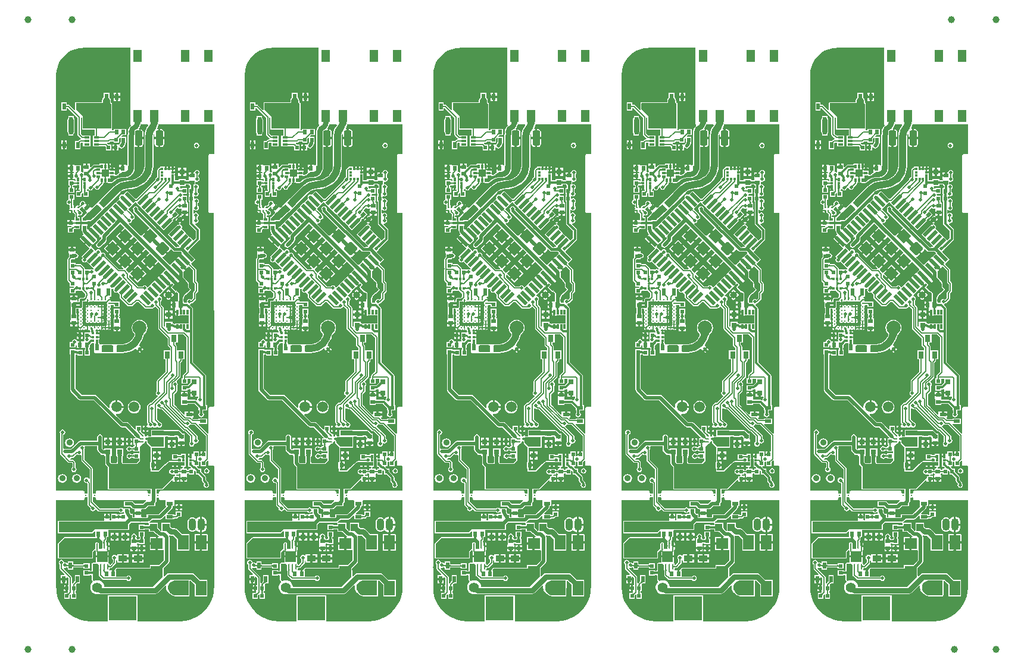
<source format=gbl>
G04*
G04 #@! TF.GenerationSoftware,Altium Limited,Altium Designer,20.1.14 (287)*
G04*
G04 Layer_Physical_Order=2*
G04 Layer_Color=16711680*
%FSAX25Y25*%
%MOIN*%
G70*
G04*
G04 #@! TF.SameCoordinates,1811FDE6-F90D-4AF7-B065-783B26A83BD4*
G04*
G04*
G04 #@! TF.FilePolarity,Positive*
G04*
G01*
G75*
%ADD10C,0.03937*%
%ADD11C,0.00630*%
%ADD12C,0.00598*%
%ADD17C,0.01575*%
%ADD18C,0.00787*%
%ADD19C,0.01968*%
%ADD20C,0.01181*%
%ADD21C,0.03937*%
%ADD22C,0.05906*%
%ADD23O,0.04331X0.06890*%
%ADD24C,0.19685*%
%ADD25C,0.03543*%
%ADD26C,0.01968*%
%ADD27C,0.01181*%
%ADD28C,0.02953*%
%ADD29R,0.15748X0.13780*%
%ADD30R,0.02362X0.01968*%
%ADD31R,0.03150X0.03937*%
G04:AMPARAMS|DCode=32|XSize=41.34mil|YSize=86.61mil|CornerRadius=10.34mil|HoleSize=0mil|Usage=FLASHONLY|Rotation=0.000|XOffset=0mil|YOffset=0mil|HoleType=Round|Shape=RoundedRectangle|*
%AMROUNDEDRECTD32*
21,1,0.04134,0.06594,0,0,0.0*
21,1,0.02067,0.08661,0,0,0.0*
1,1,0.02067,0.01034,-0.03297*
1,1,0.02067,-0.01034,-0.03297*
1,1,0.02067,-0.01034,0.03297*
1,1,0.02067,0.01034,0.03297*
%
%ADD32ROUNDEDRECTD32*%
%ADD33R,0.03937X0.03937*%
%ADD34R,0.02362X0.03543*%
G04:AMPARAMS|DCode=35|XSize=24.41mil|YSize=22.44mil|CornerRadius=0mil|HoleSize=0mil|Usage=FLASHONLY|Rotation=315.000|XOffset=0mil|YOffset=0mil|HoleType=Round|Shape=Rectangle|*
%AMROTATEDRECTD35*
4,1,4,-0.01656,0.00070,-0.00070,0.01656,0.01656,-0.00070,0.00070,-0.01656,-0.01656,0.00070,0.0*
%
%ADD35ROTATEDRECTD35*%

%ADD36R,0.01968X0.02362*%
%ADD37R,0.01181X0.02756*%
G04:AMPARAMS|DCode=38|XSize=9.84mil|YSize=33.47mil|CornerRadius=2.46mil|HoleSize=0mil|Usage=FLASHONLY|Rotation=180.000|XOffset=0mil|YOffset=0mil|HoleType=Round|Shape=RoundedRectangle|*
%AMROUNDEDRECTD38*
21,1,0.00984,0.02854,0,0,180.0*
21,1,0.00492,0.03347,0,0,180.0*
1,1,0.00492,-0.00246,0.01427*
1,1,0.00492,0.00246,0.01427*
1,1,0.00492,0.00246,-0.01427*
1,1,0.00492,-0.00246,-0.01427*
%
%ADD38ROUNDEDRECTD38*%
%ADD39R,0.02362X0.02520*%
%ADD40R,0.01181X0.01181*%
%ADD41R,0.01181X0.01181*%
%ADD42R,0.03150X0.03150*%
%ADD43R,0.02520X0.02362*%
%ADD44R,0.05118X0.07087*%
%ADD45R,0.05118X0.03543*%
%ADD46R,0.06614X0.05984*%
%ADD47R,0.06102X0.08268*%
%ADD48R,0.03740X0.01890*%
%ADD49P,0.04454X4X270.0*%
G04:AMPARAMS|DCode=50|XSize=19.68mil|YSize=66.93mil|CornerRadius=0mil|HoleSize=0mil|Usage=FLASHONLY|Rotation=45.000|XOffset=0mil|YOffset=0mil|HoleType=Round|Shape=Rectangle|*
%AMROTATEDRECTD50*
4,1,4,0.01670,-0.03062,-0.03062,0.01670,-0.01670,0.03062,0.03062,-0.01670,0.01670,-0.03062,0.0*
%
%ADD50ROTATEDRECTD50*%

G04:AMPARAMS|DCode=51|XSize=19.68mil|YSize=66.93mil|CornerRadius=0mil|HoleSize=0mil|Usage=FLASHONLY|Rotation=135.000|XOffset=0mil|YOffset=0mil|HoleType=Round|Shape=Rectangle|*
%AMROTATEDRECTD51*
4,1,4,0.03062,0.01670,-0.01670,-0.03062,-0.03062,-0.01670,0.01670,0.03062,0.03062,0.01670,0.0*
%
%ADD51ROTATEDRECTD51*%

G04:AMPARAMS|DCode=52|XSize=59.06mil|YSize=59.06mil|CornerRadius=5.91mil|HoleSize=0mil|Usage=FLASHONLY|Rotation=135.000|XOffset=0mil|YOffset=0mil|HoleType=Round|Shape=RoundedRectangle|*
%AMROUNDEDRECTD52*
21,1,0.05906,0.04724,0,0,135.0*
21,1,0.04724,0.05906,0,0,135.0*
1,1,0.01181,0.00000,0.03341*
1,1,0.01181,0.03341,0.00000*
1,1,0.01181,0.00000,-0.03341*
1,1,0.01181,-0.03341,0.00000*
%
%ADD52ROUNDEDRECTD52*%
%ADD53P,0.08352X4X180.0*%
G04:AMPARAMS|DCode=54|XSize=25.2mil|YSize=23.62mil|CornerRadius=0mil|HoleSize=0mil|Usage=FLASHONLY|Rotation=135.000|XOffset=0mil|YOffset=0mil|HoleType=Round|Shape=Rectangle|*
%AMROTATEDRECTD54*
4,1,4,0.01726,-0.00056,0.00056,-0.01726,-0.01726,0.00056,-0.00056,0.01726,0.01726,-0.00056,0.0*
%
%ADD54ROTATEDRECTD54*%

%ADD55R,0.01575X0.01968*%
%ADD56R,0.01575X0.01181*%
%ADD57R,0.01181X0.01870*%
%ADD58R,0.01870X0.01181*%
G04:AMPARAMS|DCode=59|XSize=24.41mil|YSize=22.44mil|CornerRadius=0mil|HoleSize=0mil|Usage=FLASHONLY|Rotation=225.000|XOffset=0mil|YOffset=0mil|HoleType=Round|Shape=Rectangle|*
%AMROTATEDRECTD59*
4,1,4,0.00070,0.01656,0.01656,0.00070,-0.00070,-0.01656,-0.01656,-0.00070,0.00070,0.01656,0.0*
%
%ADD59ROTATEDRECTD59*%

%ADD60R,0.01968X0.01181*%
%ADD61R,0.01890X0.03740*%
%ADD62R,0.05906X0.06299*%
%ADD63R,0.18504X0.05906*%
%ADD64R,0.03150X0.01181*%
%ADD65R,0.02362X0.04331*%
%ADD66R,0.01181X0.01772*%
G04:AMPARAMS|DCode=67|XSize=23.62mil|YSize=19.68mil|CornerRadius=0mil|HoleSize=0mil|Usage=FLASHONLY|Rotation=225.000|XOffset=0mil|YOffset=0mil|HoleType=Round|Shape=Rectangle|*
%AMROTATEDRECTD67*
4,1,4,0.00139,0.01531,0.01531,0.00139,-0.00139,-0.01531,-0.01531,-0.00139,0.00139,0.01531,0.0*
%
%ADD67ROTATEDRECTD67*%

%ADD68R,0.01968X0.01968*%
G04:AMPARAMS|DCode=69|XSize=13.78mil|YSize=19.68mil|CornerRadius=0mil|HoleSize=0mil|Usage=FLASHONLY|Rotation=225.000|XOffset=0mil|YOffset=0mil|HoleType=Round|Shape=Rectangle|*
%AMROTATEDRECTD69*
4,1,4,-0.00209,0.01183,0.01183,-0.00209,0.00209,-0.01183,-0.01183,0.00209,-0.00209,0.01183,0.0*
%
%ADD69ROTATEDRECTD69*%

%ADD70R,0.06693X0.02756*%
%ADD71R,0.03150X0.03150*%
%ADD72C,0.02362*%
%ADD73C,0.02165*%
%ADD74C,0.07874*%
%ADD75C,0.05512*%
G36*
X0477538Y0284735D02*
X0477526Y0284772D01*
X0477491Y0284806D01*
X0477432Y0284835D01*
X0477349Y0284860D01*
X0477243Y0284882D01*
X0477113Y0284899D01*
X0476782Y0284922D01*
X0476357Y0284930D01*
Y0286111D01*
X0476582Y0286116D01*
X0476960Y0286154D01*
X0477113Y0286187D01*
X0477243Y0286229D01*
X0477349Y0286281D01*
X0477432Y0286342D01*
X0477491Y0286412D01*
X0477526Y0286492D01*
X0477538Y0286582D01*
Y0284735D01*
D02*
G37*
G36*
X0372025D02*
X0372013Y0284772D01*
X0371978Y0284806D01*
X0371919Y0284835D01*
X0371836Y0284860D01*
X0371730Y0284882D01*
X0371600Y0284899D01*
X0371269Y0284922D01*
X0370844Y0284930D01*
Y0286111D01*
X0371068Y0286116D01*
X0371446Y0286154D01*
X0371600Y0286187D01*
X0371730Y0286229D01*
X0371836Y0286281D01*
X0371919Y0286342D01*
X0371978Y0286412D01*
X0372013Y0286492D01*
X0372025Y0286582D01*
Y0284735D01*
D02*
G37*
G36*
X0266512D02*
X0266500Y0284772D01*
X0266465Y0284806D01*
X0266406Y0284835D01*
X0266323Y0284860D01*
X0266216Y0284882D01*
X0266087Y0284899D01*
X0265756Y0284922D01*
X0265331Y0284930D01*
Y0286111D01*
X0265555Y0286116D01*
X0265933Y0286154D01*
X0266087Y0286187D01*
X0266216Y0286229D01*
X0266323Y0286281D01*
X0266406Y0286342D01*
X0266465Y0286412D01*
X0266500Y0286492D01*
X0266512Y0286582D01*
Y0284735D01*
D02*
G37*
G36*
X0160999D02*
X0160987Y0284772D01*
X0160951Y0284806D01*
X0160892Y0284835D01*
X0160810Y0284860D01*
X0160703Y0284882D01*
X0160573Y0284899D01*
X0160243Y0284922D01*
X0159818Y0284930D01*
Y0286111D01*
X0160042Y0286116D01*
X0160420Y0286154D01*
X0160573Y0286187D01*
X0160703Y0286229D01*
X0160810Y0286281D01*
X0160892Y0286342D01*
X0160951Y0286412D01*
X0160987Y0286492D01*
X0160999Y0286582D01*
Y0284735D01*
D02*
G37*
G36*
X0055485D02*
X0055474Y0284772D01*
X0055438Y0284806D01*
X0055379Y0284835D01*
X0055296Y0284860D01*
X0055190Y0284882D01*
X0055060Y0284899D01*
X0054729Y0284922D01*
X0054304Y0284930D01*
Y0286111D01*
X0054529Y0286116D01*
X0054907Y0286154D01*
X0055060Y0286187D01*
X0055190Y0286229D01*
X0055296Y0286281D01*
X0055379Y0286342D01*
X0055438Y0286412D01*
X0055474Y0286492D01*
X0055485Y0286582D01*
Y0284735D01*
D02*
G37*
G36*
X0482579Y0284730D02*
X0482532Y0284712D01*
X0482490Y0284682D01*
X0482454Y0284640D01*
X0482423Y0284586D01*
X0482398Y0284520D01*
X0482378Y0284442D01*
X0482364Y0284352D01*
X0482356Y0284251D01*
X0482353Y0284137D01*
X0481755D01*
X0481752Y0284251D01*
X0481743Y0284352D01*
X0481729Y0284442D01*
X0481710Y0284520D01*
X0481685Y0284586D01*
X0481654Y0284640D01*
X0481618Y0284682D01*
X0481576Y0284712D01*
X0481528Y0284730D01*
X0481475Y0284735D01*
X0482632D01*
X0482579Y0284730D01*
D02*
G37*
G36*
X0377066D02*
X0377019Y0284712D01*
X0376977Y0284682D01*
X0376940Y0284640D01*
X0376910Y0284586D01*
X0376885Y0284520D01*
X0376865Y0284442D01*
X0376851Y0284352D01*
X0376843Y0284251D01*
X0376840Y0284137D01*
X0376241D01*
X0376239Y0284251D01*
X0376230Y0284352D01*
X0376216Y0284442D01*
X0376197Y0284520D01*
X0376171Y0284586D01*
X0376141Y0284640D01*
X0376104Y0284682D01*
X0376063Y0284712D01*
X0376015Y0284730D01*
X0375962Y0284735D01*
X0377119D01*
X0377066Y0284730D01*
D02*
G37*
G36*
X0271553D02*
X0271505Y0284712D01*
X0271463Y0284682D01*
X0271427Y0284640D01*
X0271396Y0284586D01*
X0271371Y0284520D01*
X0271352Y0284442D01*
X0271338Y0284352D01*
X0271329Y0284251D01*
X0271327Y0284137D01*
X0270728D01*
X0270725Y0284251D01*
X0270717Y0284352D01*
X0270703Y0284442D01*
X0270683Y0284520D01*
X0270658Y0284586D01*
X0270628Y0284640D01*
X0270591Y0284682D01*
X0270549Y0284712D01*
X0270502Y0284730D01*
X0270449Y0284735D01*
X0271606D01*
X0271553Y0284730D01*
D02*
G37*
G36*
X0166040D02*
X0165992Y0284712D01*
X0165950Y0284682D01*
X0165914Y0284640D01*
X0165883Y0284586D01*
X0165858Y0284520D01*
X0165839Y0284442D01*
X0165824Y0284352D01*
X0165816Y0284251D01*
X0165813Y0284137D01*
X0165215D01*
X0165212Y0284251D01*
X0165204Y0284352D01*
X0165190Y0284442D01*
X0165170Y0284520D01*
X0165145Y0284586D01*
X0165114Y0284640D01*
X0165078Y0284682D01*
X0165036Y0284712D01*
X0164989Y0284730D01*
X0164936Y0284735D01*
X0166093D01*
X0166040Y0284730D01*
D02*
G37*
G36*
X0060526D02*
X0060479Y0284712D01*
X0060437Y0284682D01*
X0060401Y0284640D01*
X0060370Y0284586D01*
X0060345Y0284520D01*
X0060325Y0284442D01*
X0060311Y0284352D01*
X0060303Y0284251D01*
X0060300Y0284137D01*
X0059702D01*
X0059699Y0284251D01*
X0059690Y0284352D01*
X0059677Y0284442D01*
X0059657Y0284520D01*
X0059632Y0284586D01*
X0059601Y0284640D01*
X0059565Y0284682D01*
X0059523Y0284712D01*
X0059475Y0284730D01*
X0059422Y0284735D01*
X0060580D01*
X0060526Y0284730D01*
D02*
G37*
G36*
X0480611Y0284592D02*
X0480563Y0284574D01*
X0480521Y0284544D01*
X0480485Y0284502D01*
X0480454Y0284448D01*
X0480429Y0284382D01*
X0480410Y0284304D01*
X0480396Y0284215D01*
X0480390Y0284145D01*
X0480397Y0284071D01*
X0480411Y0283981D01*
X0480432Y0283903D01*
X0480459Y0283838D01*
X0480492Y0283784D01*
X0480531Y0283742D01*
X0480576Y0283712D01*
X0480627Y0283694D01*
X0480684Y0283688D01*
X0479487D01*
X0479544Y0283694D01*
X0479595Y0283712D01*
X0479639Y0283742D01*
X0479678Y0283784D01*
X0479711Y0283838D01*
X0479738Y0283903D01*
X0479759Y0283981D01*
X0479774Y0284071D01*
X0479781Y0284145D01*
X0479775Y0284215D01*
X0479761Y0284304D01*
X0479741Y0284382D01*
X0479716Y0284448D01*
X0479685Y0284502D01*
X0479649Y0284544D01*
X0479607Y0284574D01*
X0479560Y0284592D01*
X0479507Y0284598D01*
X0480664D01*
X0480611Y0284592D01*
D02*
G37*
G36*
X0375098D02*
X0375050Y0284574D01*
X0375008Y0284544D01*
X0374972Y0284502D01*
X0374941Y0284448D01*
X0374916Y0284382D01*
X0374896Y0284304D01*
X0374883Y0284215D01*
X0374877Y0284145D01*
X0374883Y0284071D01*
X0374898Y0283981D01*
X0374919Y0283903D01*
X0374946Y0283838D01*
X0374979Y0283784D01*
X0375018Y0283742D01*
X0375063Y0283712D01*
X0375114Y0283694D01*
X0375170Y0283688D01*
X0373974D01*
X0374030Y0283694D01*
X0374081Y0283712D01*
X0374126Y0283742D01*
X0374165Y0283784D01*
X0374198Y0283838D01*
X0374225Y0283903D01*
X0374246Y0283981D01*
X0374261Y0284071D01*
X0374267Y0284145D01*
X0374262Y0284215D01*
X0374248Y0284304D01*
X0374228Y0284382D01*
X0374203Y0284448D01*
X0374172Y0284502D01*
X0374136Y0284544D01*
X0374094Y0284574D01*
X0374047Y0284592D01*
X0373993Y0284598D01*
X0375151D01*
X0375098Y0284592D01*
D02*
G37*
G36*
X0269584D02*
X0269537Y0284574D01*
X0269495Y0284544D01*
X0269459Y0284502D01*
X0269428Y0284448D01*
X0269403Y0284382D01*
X0269383Y0284304D01*
X0269369Y0284215D01*
X0269363Y0284145D01*
X0269370Y0284071D01*
X0269385Y0283981D01*
X0269406Y0283903D01*
X0269433Y0283838D01*
X0269466Y0283784D01*
X0269505Y0283742D01*
X0269550Y0283712D01*
X0269600Y0283694D01*
X0269657Y0283688D01*
X0268460D01*
X0268517Y0283694D01*
X0268568Y0283712D01*
X0268613Y0283742D01*
X0268652Y0283784D01*
X0268685Y0283838D01*
X0268712Y0283903D01*
X0268733Y0283981D01*
X0268748Y0284071D01*
X0268754Y0284145D01*
X0268748Y0284215D01*
X0268735Y0284304D01*
X0268715Y0284382D01*
X0268690Y0284448D01*
X0268659Y0284502D01*
X0268623Y0284544D01*
X0268581Y0284574D01*
X0268533Y0284592D01*
X0268480Y0284598D01*
X0269637D01*
X0269584Y0284592D01*
D02*
G37*
G36*
X0164071D02*
X0164024Y0284574D01*
X0163982Y0284544D01*
X0163945Y0284502D01*
X0163915Y0284448D01*
X0163890Y0284382D01*
X0163870Y0284304D01*
X0163856Y0284215D01*
X0163850Y0284145D01*
X0163857Y0284071D01*
X0163872Y0283981D01*
X0163893Y0283903D01*
X0163920Y0283838D01*
X0163953Y0283784D01*
X0163991Y0283742D01*
X0164036Y0283712D01*
X0164087Y0283694D01*
X0164144Y0283688D01*
X0162947D01*
X0163004Y0283694D01*
X0163055Y0283712D01*
X0163100Y0283742D01*
X0163139Y0283784D01*
X0163172Y0283838D01*
X0163199Y0283903D01*
X0163219Y0283981D01*
X0163234Y0284071D01*
X0163241Y0284145D01*
X0163235Y0284215D01*
X0163221Y0284304D01*
X0163202Y0284382D01*
X0163177Y0284448D01*
X0163146Y0284502D01*
X0163110Y0284544D01*
X0163068Y0284574D01*
X0163020Y0284592D01*
X0162967Y0284598D01*
X0164124D01*
X0164071Y0284592D01*
D02*
G37*
G36*
X0058558D02*
X0058510Y0284574D01*
X0058469Y0284544D01*
X0058432Y0284502D01*
X0058402Y0284448D01*
X0058376Y0284382D01*
X0058357Y0284304D01*
X0058343Y0284215D01*
X0058337Y0284145D01*
X0058344Y0284071D01*
X0058359Y0283981D01*
X0058380Y0283903D01*
X0058406Y0283838D01*
X0058439Y0283784D01*
X0058478Y0283742D01*
X0058523Y0283712D01*
X0058574Y0283694D01*
X0058631Y0283688D01*
X0057434D01*
X0057491Y0283694D01*
X0057542Y0283712D01*
X0057587Y0283742D01*
X0057626Y0283784D01*
X0057658Y0283838D01*
X0057685Y0283903D01*
X0057706Y0283981D01*
X0057721Y0284071D01*
X0057728Y0284145D01*
X0057722Y0284215D01*
X0057708Y0284304D01*
X0057688Y0284382D01*
X0057663Y0284448D01*
X0057633Y0284502D01*
X0057596Y0284544D01*
X0057554Y0284574D01*
X0057507Y0284592D01*
X0057454Y0284598D01*
X0058611D01*
X0058558Y0284592D01*
D02*
G37*
G36*
X0483087Y0283121D02*
X0483081Y0283174D01*
X0483064Y0283222D01*
X0483034Y0283264D01*
X0482992Y0283300D01*
X0482938Y0283331D01*
X0482872Y0283356D01*
X0482794Y0283376D01*
X0482704Y0283389D01*
X0482603Y0283398D01*
X0482489Y0283401D01*
Y0283999D01*
X0482603Y0284002D01*
X0482704Y0284010D01*
X0482794Y0284024D01*
X0482872Y0284044D01*
X0482938Y0284069D01*
X0482992Y0284100D01*
X0483034Y0284136D01*
X0483064Y0284178D01*
X0483081Y0284225D01*
X0483087Y0284278D01*
Y0283121D01*
D02*
G37*
G36*
X0475237D02*
X0475229Y0283156D01*
X0475206Y0283188D01*
X0475166Y0283216D01*
X0475111Y0283240D01*
X0475040Y0283260D01*
X0474954Y0283277D01*
X0474851Y0283290D01*
X0474599Y0283304D01*
X0474450Y0283306D01*
Y0284094D01*
X0474599Y0284096D01*
X0474954Y0284123D01*
X0475040Y0284140D01*
X0475111Y0284160D01*
X0475166Y0284184D01*
X0475206Y0284212D01*
X0475229Y0284243D01*
X0475237Y0284278D01*
Y0283121D01*
D02*
G37*
G36*
X0377574D02*
X0377568Y0283174D01*
X0377550Y0283222D01*
X0377520Y0283264D01*
X0377479Y0283300D01*
X0377425Y0283331D01*
X0377359Y0283356D01*
X0377281Y0283376D01*
X0377191Y0283389D01*
X0377090Y0283398D01*
X0376976Y0283401D01*
Y0283999D01*
X0377090Y0284002D01*
X0377191Y0284010D01*
X0377281Y0284024D01*
X0377359Y0284044D01*
X0377425Y0284069D01*
X0377479Y0284100D01*
X0377520Y0284136D01*
X0377550Y0284178D01*
X0377568Y0284225D01*
X0377574Y0284278D01*
Y0283121D01*
D02*
G37*
G36*
X0369724D02*
X0369716Y0283156D01*
X0369692Y0283188D01*
X0369653Y0283216D01*
X0369598Y0283240D01*
X0369527Y0283260D01*
X0369440Y0283277D01*
X0369338Y0283290D01*
X0369086Y0283304D01*
X0368936Y0283306D01*
Y0284094D01*
X0369086Y0284096D01*
X0369440Y0284123D01*
X0369527Y0284140D01*
X0369598Y0284160D01*
X0369653Y0284184D01*
X0369692Y0284212D01*
X0369716Y0284243D01*
X0369724Y0284278D01*
Y0283121D01*
D02*
G37*
G36*
X0272061D02*
X0272055Y0283174D01*
X0272037Y0283222D01*
X0272007Y0283264D01*
X0271965Y0283300D01*
X0271911Y0283331D01*
X0271846Y0283356D01*
X0271768Y0283376D01*
X0271678Y0283389D01*
X0271576Y0283398D01*
X0271463Y0283401D01*
Y0283999D01*
X0271576Y0284002D01*
X0271678Y0284010D01*
X0271768Y0284024D01*
X0271846Y0284044D01*
X0271911Y0284069D01*
X0271965Y0284100D01*
X0272007Y0284136D01*
X0272037Y0284178D01*
X0272055Y0284225D01*
X0272061Y0284278D01*
Y0283121D01*
D02*
G37*
G36*
X0264211D02*
X0264203Y0283156D01*
X0264179Y0283188D01*
X0264140Y0283216D01*
X0264085Y0283240D01*
X0264014Y0283260D01*
X0263927Y0283277D01*
X0263825Y0283290D01*
X0263573Y0283304D01*
X0263423Y0283306D01*
Y0284094D01*
X0263573Y0284096D01*
X0263927Y0284123D01*
X0264014Y0284140D01*
X0264085Y0284160D01*
X0264140Y0284184D01*
X0264179Y0284212D01*
X0264203Y0284243D01*
X0264211Y0284278D01*
Y0283121D01*
D02*
G37*
G36*
X0166548D02*
X0166542Y0283174D01*
X0166524Y0283222D01*
X0166494Y0283264D01*
X0166452Y0283300D01*
X0166398Y0283331D01*
X0166332Y0283356D01*
X0166255Y0283376D01*
X0166165Y0283389D01*
X0166063Y0283398D01*
X0165949Y0283401D01*
Y0283999D01*
X0166063Y0284002D01*
X0166165Y0284010D01*
X0166255Y0284024D01*
X0166332Y0284044D01*
X0166398Y0284069D01*
X0166452Y0284100D01*
X0166494Y0284136D01*
X0166524Y0284178D01*
X0166542Y0284225D01*
X0166548Y0284278D01*
Y0283121D01*
D02*
G37*
G36*
X0158697D02*
X0158689Y0283156D01*
X0158666Y0283188D01*
X0158626Y0283216D01*
X0158571Y0283240D01*
X0158501Y0283260D01*
X0158414Y0283277D01*
X0158312Y0283290D01*
X0158060Y0283304D01*
X0157910Y0283306D01*
Y0284094D01*
X0158060Y0284096D01*
X0158414Y0284123D01*
X0158501Y0284140D01*
X0158571Y0284160D01*
X0158626Y0284184D01*
X0158666Y0284212D01*
X0158689Y0284243D01*
X0158697Y0284278D01*
Y0283121D01*
D02*
G37*
G36*
X0061035D02*
X0061029Y0283174D01*
X0061011Y0283222D01*
X0060981Y0283264D01*
X0060939Y0283300D01*
X0060885Y0283331D01*
X0060819Y0283356D01*
X0060741Y0283376D01*
X0060652Y0283389D01*
X0060550Y0283398D01*
X0060436Y0283401D01*
Y0283999D01*
X0060550Y0284002D01*
X0060652Y0284010D01*
X0060741Y0284024D01*
X0060819Y0284044D01*
X0060885Y0284069D01*
X0060939Y0284100D01*
X0060981Y0284136D01*
X0061011Y0284178D01*
X0061029Y0284225D01*
X0061035Y0284278D01*
Y0283121D01*
D02*
G37*
G36*
X0053184D02*
X0053176Y0283156D01*
X0053153Y0283188D01*
X0053113Y0283216D01*
X0053058Y0283240D01*
X0052987Y0283260D01*
X0052901Y0283277D01*
X0052798Y0283290D01*
X0052546Y0283304D01*
X0052397Y0283306D01*
Y0284094D01*
X0052546Y0284096D01*
X0052901Y0284123D01*
X0052987Y0284140D01*
X0053058Y0284160D01*
X0053113Y0284184D01*
X0053153Y0284212D01*
X0053176Y0284243D01*
X0053184Y0284278D01*
Y0283121D01*
D02*
G37*
G36*
X0478141Y0281133D02*
X0478135Y0281190D01*
X0478116Y0281241D01*
X0478086Y0281286D01*
X0478043Y0281325D01*
X0477988Y0281357D01*
X0477921Y0281384D01*
X0477842Y0281405D01*
X0477750Y0281420D01*
X0477674Y0281427D01*
X0477604Y0281421D01*
X0477514Y0281407D01*
X0477436Y0281387D01*
X0477371Y0281362D01*
X0477317Y0281332D01*
X0477275Y0281295D01*
X0477245Y0281253D01*
X0477227Y0281206D01*
X0477221Y0281153D01*
Y0282310D01*
X0477227Y0282257D01*
X0477245Y0282209D01*
X0477275Y0282168D01*
X0477317Y0282131D01*
X0477371Y0282101D01*
X0477436Y0282075D01*
X0477514Y0282056D01*
X0477604Y0282042D01*
X0477674Y0282036D01*
X0477750Y0282043D01*
X0477842Y0282057D01*
X0477921Y0282079D01*
X0477988Y0282105D01*
X0478043Y0282138D01*
X0478086Y0282177D01*
X0478116Y0282222D01*
X0478135Y0282273D01*
X0478141Y0282330D01*
Y0281133D01*
D02*
G37*
G36*
X0372628D02*
X0372621Y0281190D01*
X0372603Y0281241D01*
X0372573Y0281286D01*
X0372530Y0281325D01*
X0372475Y0281357D01*
X0372408Y0281384D01*
X0372328Y0281405D01*
X0372237Y0281420D01*
X0372161Y0281427D01*
X0372091Y0281421D01*
X0372001Y0281407D01*
X0371923Y0281387D01*
X0371857Y0281362D01*
X0371803Y0281332D01*
X0371762Y0281295D01*
X0371732Y0281253D01*
X0371714Y0281206D01*
X0371708Y0281153D01*
Y0282310D01*
X0371714Y0282257D01*
X0371732Y0282209D01*
X0371762Y0282168D01*
X0371803Y0282131D01*
X0371857Y0282101D01*
X0371923Y0282075D01*
X0372001Y0282056D01*
X0372091Y0282042D01*
X0372161Y0282036D01*
X0372237Y0282043D01*
X0372328Y0282057D01*
X0372408Y0282079D01*
X0372475Y0282105D01*
X0372530Y0282138D01*
X0372573Y0282177D01*
X0372603Y0282222D01*
X0372621Y0282273D01*
X0372628Y0282330D01*
Y0281133D01*
D02*
G37*
G36*
X0267114D02*
X0267108Y0281190D01*
X0267090Y0281241D01*
X0267059Y0281286D01*
X0267017Y0281325D01*
X0266962Y0281357D01*
X0266895Y0281384D01*
X0266815Y0281405D01*
X0266724Y0281420D01*
X0266648Y0281427D01*
X0266578Y0281421D01*
X0266488Y0281407D01*
X0266410Y0281387D01*
X0266344Y0281362D01*
X0266290Y0281332D01*
X0266248Y0281295D01*
X0266218Y0281253D01*
X0266200Y0281206D01*
X0266195Y0281153D01*
Y0282310D01*
X0266200Y0282257D01*
X0266218Y0282209D01*
X0266248Y0282168D01*
X0266290Y0282131D01*
X0266344Y0282101D01*
X0266410Y0282075D01*
X0266488Y0282056D01*
X0266578Y0282042D01*
X0266648Y0282036D01*
X0266724Y0282043D01*
X0266815Y0282057D01*
X0266895Y0282079D01*
X0266962Y0282105D01*
X0267017Y0282138D01*
X0267059Y0282177D01*
X0267090Y0282222D01*
X0267108Y0282273D01*
X0267114Y0282330D01*
Y0281133D01*
D02*
G37*
G36*
X0161601D02*
X0161595Y0281190D01*
X0161577Y0281241D01*
X0161546Y0281286D01*
X0161504Y0281325D01*
X0161449Y0281357D01*
X0161381Y0281384D01*
X0161302Y0281405D01*
X0161211Y0281420D01*
X0161134Y0281427D01*
X0161064Y0281421D01*
X0160975Y0281407D01*
X0160897Y0281387D01*
X0160831Y0281362D01*
X0160777Y0281332D01*
X0160735Y0281295D01*
X0160705Y0281253D01*
X0160687Y0281206D01*
X0160681Y0281153D01*
Y0282310D01*
X0160687Y0282257D01*
X0160705Y0282209D01*
X0160735Y0282168D01*
X0160777Y0282131D01*
X0160831Y0282101D01*
X0160897Y0282075D01*
X0160975Y0282056D01*
X0161064Y0282042D01*
X0161134Y0282036D01*
X0161211Y0282043D01*
X0161302Y0282057D01*
X0161381Y0282079D01*
X0161449Y0282105D01*
X0161504Y0282138D01*
X0161546Y0282177D01*
X0161577Y0282222D01*
X0161595Y0282273D01*
X0161601Y0282330D01*
Y0281133D01*
D02*
G37*
G36*
X0056088D02*
X0056082Y0281190D01*
X0056063Y0281241D01*
X0056033Y0281286D01*
X0055990Y0281325D01*
X0055935Y0281357D01*
X0055868Y0281384D01*
X0055789Y0281405D01*
X0055697Y0281420D01*
X0055621Y0281427D01*
X0055551Y0281421D01*
X0055461Y0281407D01*
X0055383Y0281387D01*
X0055318Y0281362D01*
X0055264Y0281332D01*
X0055222Y0281295D01*
X0055192Y0281253D01*
X0055174Y0281206D01*
X0055168Y0281153D01*
Y0282310D01*
X0055174Y0282257D01*
X0055192Y0282209D01*
X0055222Y0282168D01*
X0055264Y0282131D01*
X0055318Y0282101D01*
X0055383Y0282075D01*
X0055461Y0282056D01*
X0055551Y0282042D01*
X0055621Y0282036D01*
X0055697Y0282043D01*
X0055789Y0282057D01*
X0055868Y0282079D01*
X0055935Y0282105D01*
X0055990Y0282138D01*
X0056033Y0282177D01*
X0056063Y0282222D01*
X0056082Y0282273D01*
X0056088Y0282330D01*
Y0281133D01*
D02*
G37*
G36*
X0482036Y0282273D02*
X0482054Y0282222D01*
X0482085Y0282177D01*
X0482128Y0282138D01*
X0482182Y0282105D01*
X0482249Y0282079D01*
X0482329Y0282057D01*
X0482420Y0282043D01*
X0482497Y0282036D01*
X0482567Y0282042D01*
X0482656Y0282056D01*
X0482734Y0282075D01*
X0482800Y0282101D01*
X0482854Y0282131D01*
X0482896Y0282168D01*
X0482926Y0282209D01*
X0482944Y0282257D01*
X0482950Y0282310D01*
Y0281153D01*
X0482944Y0281206D01*
X0482926Y0281253D01*
X0482896Y0281295D01*
X0482854Y0281332D01*
X0482800Y0281362D01*
X0482734Y0281387D01*
X0482656Y0281407D01*
X0482567Y0281421D01*
X0482497Y0281427D01*
X0482420Y0281420D01*
X0482329Y0281405D01*
X0482249Y0281384D01*
X0482182Y0281357D01*
X0482128Y0281325D01*
X0482085Y0281286D01*
X0482054Y0281241D01*
X0482036Y0281190D01*
X0482030Y0281133D01*
Y0282330D01*
X0482036Y0282273D01*
D02*
G37*
G36*
X0376523D02*
X0376541Y0282222D01*
X0376571Y0282177D01*
X0376614Y0282138D01*
X0376669Y0282105D01*
X0376736Y0282079D01*
X0376816Y0282057D01*
X0376907Y0282043D01*
X0376983Y0282036D01*
X0377053Y0282042D01*
X0377143Y0282056D01*
X0377221Y0282075D01*
X0377287Y0282101D01*
X0377341Y0282131D01*
X0377383Y0282168D01*
X0377413Y0282209D01*
X0377431Y0282257D01*
X0377436Y0282310D01*
Y0281153D01*
X0377431Y0281206D01*
X0377413Y0281253D01*
X0377383Y0281295D01*
X0377341Y0281332D01*
X0377287Y0281362D01*
X0377221Y0281387D01*
X0377143Y0281407D01*
X0377053Y0281421D01*
X0376983Y0281427D01*
X0376907Y0281420D01*
X0376816Y0281405D01*
X0376736Y0281384D01*
X0376669Y0281357D01*
X0376614Y0281325D01*
X0376571Y0281286D01*
X0376541Y0281241D01*
X0376523Y0281190D01*
X0376517Y0281133D01*
Y0282330D01*
X0376523Y0282273D01*
D02*
G37*
G36*
X0271009D02*
X0271028Y0282222D01*
X0271058Y0282177D01*
X0271101Y0282138D01*
X0271156Y0282105D01*
X0271223Y0282079D01*
X0271303Y0282057D01*
X0271394Y0282043D01*
X0271470Y0282036D01*
X0271540Y0282042D01*
X0271630Y0282056D01*
X0271708Y0282075D01*
X0271774Y0282101D01*
X0271828Y0282131D01*
X0271869Y0282168D01*
X0271899Y0282209D01*
X0271917Y0282257D01*
X0271923Y0282310D01*
Y0281153D01*
X0271917Y0281206D01*
X0271899Y0281253D01*
X0271869Y0281295D01*
X0271828Y0281332D01*
X0271774Y0281362D01*
X0271708Y0281387D01*
X0271630Y0281407D01*
X0271540Y0281421D01*
X0271470Y0281427D01*
X0271394Y0281420D01*
X0271303Y0281405D01*
X0271223Y0281384D01*
X0271156Y0281357D01*
X0271101Y0281325D01*
X0271058Y0281286D01*
X0271028Y0281241D01*
X0271009Y0281190D01*
X0271003Y0281133D01*
Y0282330D01*
X0271009Y0282273D01*
D02*
G37*
G36*
X0165496D02*
X0165515Y0282222D01*
X0165545Y0282177D01*
X0165588Y0282138D01*
X0165643Y0282105D01*
X0165710Y0282079D01*
X0165789Y0282057D01*
X0165881Y0282043D01*
X0165957Y0282036D01*
X0166027Y0282042D01*
X0166117Y0282056D01*
X0166195Y0282075D01*
X0166260Y0282101D01*
X0166314Y0282131D01*
X0166356Y0282168D01*
X0166386Y0282209D01*
X0166404Y0282257D01*
X0166410Y0282310D01*
Y0281153D01*
X0166404Y0281206D01*
X0166386Y0281253D01*
X0166356Y0281295D01*
X0166314Y0281332D01*
X0166260Y0281362D01*
X0166195Y0281387D01*
X0166117Y0281407D01*
X0166027Y0281421D01*
X0165957Y0281427D01*
X0165881Y0281420D01*
X0165789Y0281405D01*
X0165710Y0281384D01*
X0165643Y0281357D01*
X0165588Y0281325D01*
X0165545Y0281286D01*
X0165515Y0281241D01*
X0165496Y0281190D01*
X0165490Y0281133D01*
Y0282330D01*
X0165496Y0282273D01*
D02*
G37*
G36*
X0059983D02*
X0060001Y0282222D01*
X0060032Y0282177D01*
X0060075Y0282138D01*
X0060129Y0282105D01*
X0060197Y0282079D01*
X0060276Y0282057D01*
X0060368Y0282043D01*
X0060444Y0282036D01*
X0060514Y0282042D01*
X0060604Y0282056D01*
X0060681Y0282075D01*
X0060747Y0282101D01*
X0060801Y0282131D01*
X0060843Y0282168D01*
X0060873Y0282209D01*
X0060891Y0282257D01*
X0060897Y0282310D01*
Y0281153D01*
X0060891Y0281206D01*
X0060873Y0281253D01*
X0060843Y0281295D01*
X0060801Y0281332D01*
X0060747Y0281362D01*
X0060681Y0281387D01*
X0060604Y0281407D01*
X0060514Y0281421D01*
X0060444Y0281427D01*
X0060368Y0281420D01*
X0060276Y0281405D01*
X0060197Y0281384D01*
X0060129Y0281357D01*
X0060075Y0281325D01*
X0060032Y0281286D01*
X0060001Y0281241D01*
X0059983Y0281190D01*
X0059977Y0281133D01*
Y0282330D01*
X0059983Y0282273D01*
D02*
G37*
G36*
X0464177Y0281629D02*
X0464187Y0281536D01*
X0464204Y0281449D01*
X0464228Y0281368D01*
X0464259Y0281293D01*
X0464296Y0281224D01*
X0464340Y0281161D01*
X0464392Y0281104D01*
X0464450Y0281053D01*
X0464514Y0281008D01*
X0463171Y0280700D01*
X0463212Y0280769D01*
X0463248Y0280841D01*
X0463281Y0280916D01*
X0463309Y0280994D01*
X0463332Y0281075D01*
X0463352Y0281160D01*
X0463367Y0281247D01*
X0463384Y0281432D01*
X0463386Y0281529D01*
X0464174Y0281728D01*
X0464177Y0281629D01*
D02*
G37*
G36*
X0358664D02*
X0358674Y0281536D01*
X0358691Y0281449D01*
X0358715Y0281368D01*
X0358746Y0281293D01*
X0358783Y0281224D01*
X0358827Y0281161D01*
X0358878Y0281104D01*
X0358936Y0281053D01*
X0359001Y0281008D01*
X0357658Y0280700D01*
X0357699Y0280769D01*
X0357735Y0280841D01*
X0357768Y0280916D01*
X0357796Y0280994D01*
X0357819Y0281075D01*
X0357839Y0281160D01*
X0357854Y0281247D01*
X0357871Y0281432D01*
X0357873Y0281529D01*
X0358660Y0281728D01*
X0358664Y0281629D01*
D02*
G37*
G36*
X0253151D02*
X0253161Y0281536D01*
X0253178Y0281449D01*
X0253202Y0281368D01*
X0253232Y0281293D01*
X0253270Y0281224D01*
X0253314Y0281161D01*
X0253365Y0281104D01*
X0253423Y0281053D01*
X0253488Y0281008D01*
X0252145Y0280700D01*
X0252186Y0280769D01*
X0252222Y0280841D01*
X0252254Y0280916D01*
X0252282Y0280994D01*
X0252306Y0281075D01*
X0252325Y0281160D01*
X0252340Y0281247D01*
X0252358Y0281432D01*
X0252360Y0281529D01*
X0253147Y0281728D01*
X0253151Y0281629D01*
D02*
G37*
G36*
X0147637D02*
X0147648Y0281536D01*
X0147665Y0281449D01*
X0147688Y0281368D01*
X0147719Y0281293D01*
X0147757Y0281224D01*
X0147801Y0281161D01*
X0147852Y0281104D01*
X0147910Y0281053D01*
X0147975Y0281008D01*
X0146631Y0280700D01*
X0146672Y0280769D01*
X0146709Y0280841D01*
X0146741Y0280916D01*
X0146769Y0280994D01*
X0146793Y0281075D01*
X0146812Y0281160D01*
X0146827Y0281247D01*
X0146844Y0281432D01*
X0146847Y0281529D01*
X0147634Y0281728D01*
X0147637Y0281629D01*
D02*
G37*
G36*
X0042124D02*
X0042134Y0281536D01*
X0042151Y0281449D01*
X0042175Y0281368D01*
X0042206Y0281293D01*
X0042243Y0281224D01*
X0042288Y0281161D01*
X0042339Y0281104D01*
X0042397Y0281053D01*
X0042461Y0281008D01*
X0041118Y0280700D01*
X0041159Y0280769D01*
X0041196Y0280841D01*
X0041228Y0280916D01*
X0041256Y0280994D01*
X0041280Y0281075D01*
X0041299Y0281160D01*
X0041314Y0281247D01*
X0041331Y0281432D01*
X0041333Y0281529D01*
X0042121Y0281728D01*
X0042124Y0281629D01*
D02*
G37*
G36*
X0467568Y0280102D02*
X0467518Y0280038D01*
X0467474Y0279969D01*
X0467436Y0279897D01*
X0467403Y0279820D01*
X0467377Y0279739D01*
X0467356Y0279653D01*
X0467341Y0279564D01*
X0467332Y0279470D01*
X0467329Y0279372D01*
X0466542D01*
X0466539Y0279470D01*
X0466530Y0279564D01*
X0466515Y0279653D01*
X0466495Y0279739D01*
X0466468Y0279820D01*
X0466436Y0279897D01*
X0466397Y0279969D01*
X0466353Y0280038D01*
X0466303Y0280102D01*
X0466247Y0280162D01*
X0467625D01*
X0467568Y0280102D01*
D02*
G37*
G36*
X0362055D02*
X0362005Y0280038D01*
X0361961Y0279969D01*
X0361922Y0279897D01*
X0361890Y0279820D01*
X0361863Y0279739D01*
X0361843Y0279653D01*
X0361828Y0279564D01*
X0361819Y0279470D01*
X0361816Y0279372D01*
X0361029D01*
X0361026Y0279470D01*
X0361017Y0279564D01*
X0361002Y0279653D01*
X0360981Y0279739D01*
X0360955Y0279820D01*
X0360922Y0279897D01*
X0360884Y0279969D01*
X0360840Y0280038D01*
X0360790Y0280102D01*
X0360734Y0280162D01*
X0362111D01*
X0362055Y0280102D01*
D02*
G37*
G36*
X0256542D02*
X0256492Y0280038D01*
X0256448Y0279969D01*
X0256409Y0279897D01*
X0256377Y0279820D01*
X0256350Y0279739D01*
X0256329Y0279653D01*
X0256315Y0279564D01*
X0256306Y0279470D01*
X0256303Y0279372D01*
X0255516D01*
X0255513Y0279470D01*
X0255504Y0279564D01*
X0255489Y0279653D01*
X0255468Y0279739D01*
X0255442Y0279820D01*
X0255409Y0279897D01*
X0255371Y0279969D01*
X0255327Y0280038D01*
X0255276Y0280102D01*
X0255220Y0280162D01*
X0256598D01*
X0256542Y0280102D01*
D02*
G37*
G36*
X0151029D02*
X0150979Y0280038D01*
X0150934Y0279969D01*
X0150896Y0279897D01*
X0150864Y0279820D01*
X0150837Y0279739D01*
X0150816Y0279653D01*
X0150802Y0279564D01*
X0150793Y0279470D01*
X0150790Y0279372D01*
X0150002D01*
X0149999Y0279470D01*
X0149990Y0279564D01*
X0149976Y0279653D01*
X0149955Y0279739D01*
X0149928Y0279820D01*
X0149896Y0279897D01*
X0149858Y0279969D01*
X0149813Y0280038D01*
X0149763Y0280102D01*
X0149707Y0280162D01*
X0151085D01*
X0151029Y0280102D01*
D02*
G37*
G36*
X0045516D02*
X0045465Y0280038D01*
X0045421Y0279969D01*
X0045383Y0279897D01*
X0045350Y0279820D01*
X0045324Y0279739D01*
X0045303Y0279653D01*
X0045288Y0279564D01*
X0045279Y0279470D01*
X0045276Y0279372D01*
X0044489D01*
X0044486Y0279470D01*
X0044477Y0279564D01*
X0044462Y0279653D01*
X0044442Y0279739D01*
X0044415Y0279820D01*
X0044383Y0279897D01*
X0044344Y0279969D01*
X0044300Y0280038D01*
X0044250Y0280102D01*
X0044194Y0280162D01*
X0045572D01*
X0045516Y0280102D01*
D02*
G37*
G36*
X0480627Y0279781D02*
X0480576Y0279763D01*
X0480531Y0279732D01*
X0480492Y0279689D01*
X0480459Y0279634D01*
X0480432Y0279567D01*
X0480411Y0279488D01*
X0480397Y0279396D01*
X0480390Y0279320D01*
X0480396Y0279250D01*
X0480410Y0279160D01*
X0480429Y0279082D01*
X0480454Y0279017D01*
X0480485Y0278963D01*
X0480521Y0278921D01*
X0480563Y0278891D01*
X0480611Y0278873D01*
X0480664Y0278867D01*
X0479507D01*
X0479560Y0278873D01*
X0479607Y0278891D01*
X0479649Y0278921D01*
X0479685Y0278963D01*
X0479716Y0279017D01*
X0479741Y0279082D01*
X0479761Y0279160D01*
X0479775Y0279250D01*
X0479781Y0279320D01*
X0479774Y0279396D01*
X0479759Y0279488D01*
X0479738Y0279567D01*
X0479711Y0279634D01*
X0479678Y0279689D01*
X0479639Y0279732D01*
X0479595Y0279763D01*
X0479544Y0279781D01*
X0479487Y0279787D01*
X0480684D01*
X0480627Y0279781D01*
D02*
G37*
G36*
X0375114D02*
X0375063Y0279763D01*
X0375018Y0279732D01*
X0374979Y0279689D01*
X0374946Y0279634D01*
X0374919Y0279567D01*
X0374898Y0279488D01*
X0374883Y0279396D01*
X0374877Y0279320D01*
X0374883Y0279250D01*
X0374896Y0279160D01*
X0374916Y0279082D01*
X0374941Y0279017D01*
X0374972Y0278963D01*
X0375008Y0278921D01*
X0375050Y0278891D01*
X0375098Y0278873D01*
X0375151Y0278867D01*
X0373993D01*
X0374047Y0278873D01*
X0374094Y0278891D01*
X0374136Y0278921D01*
X0374172Y0278963D01*
X0374203Y0279017D01*
X0374228Y0279082D01*
X0374248Y0279160D01*
X0374262Y0279250D01*
X0374268Y0279320D01*
X0374261Y0279396D01*
X0374246Y0279488D01*
X0374225Y0279567D01*
X0374198Y0279634D01*
X0374165Y0279689D01*
X0374126Y0279732D01*
X0374081Y0279763D01*
X0374030Y0279781D01*
X0373974Y0279787D01*
X0375170D01*
X0375114Y0279781D01*
D02*
G37*
G36*
X0269600D02*
X0269550Y0279763D01*
X0269505Y0279732D01*
X0269466Y0279689D01*
X0269433Y0279634D01*
X0269406Y0279567D01*
X0269385Y0279488D01*
X0269370Y0279396D01*
X0269363Y0279320D01*
X0269369Y0279250D01*
X0269383Y0279160D01*
X0269403Y0279082D01*
X0269428Y0279017D01*
X0269459Y0278963D01*
X0269495Y0278921D01*
X0269537Y0278891D01*
X0269584Y0278873D01*
X0269637Y0278867D01*
X0268480D01*
X0268533Y0278873D01*
X0268581Y0278891D01*
X0268623Y0278921D01*
X0268659Y0278963D01*
X0268690Y0279017D01*
X0268715Y0279082D01*
X0268735Y0279160D01*
X0268748Y0279250D01*
X0268754Y0279320D01*
X0268748Y0279396D01*
X0268733Y0279488D01*
X0268712Y0279567D01*
X0268685Y0279634D01*
X0268652Y0279689D01*
X0268613Y0279732D01*
X0268568Y0279763D01*
X0268517Y0279781D01*
X0268460Y0279787D01*
X0269657D01*
X0269600Y0279781D01*
D02*
G37*
G36*
X0164087D02*
X0164036Y0279763D01*
X0163991Y0279732D01*
X0163953Y0279689D01*
X0163920Y0279634D01*
X0163893Y0279567D01*
X0163872Y0279488D01*
X0163857Y0279396D01*
X0163850Y0279320D01*
X0163856Y0279250D01*
X0163870Y0279160D01*
X0163890Y0279082D01*
X0163915Y0279017D01*
X0163945Y0278963D01*
X0163982Y0278921D01*
X0164024Y0278891D01*
X0164071Y0278873D01*
X0164124Y0278867D01*
X0162967D01*
X0163020Y0278873D01*
X0163068Y0278891D01*
X0163110Y0278921D01*
X0163146Y0278963D01*
X0163177Y0279017D01*
X0163202Y0279082D01*
X0163221Y0279160D01*
X0163235Y0279250D01*
X0163241Y0279320D01*
X0163234Y0279396D01*
X0163219Y0279488D01*
X0163199Y0279567D01*
X0163172Y0279634D01*
X0163139Y0279689D01*
X0163100Y0279732D01*
X0163055Y0279763D01*
X0163004Y0279781D01*
X0162947Y0279787D01*
X0164144D01*
X0164087Y0279781D01*
D02*
G37*
G36*
X0058574D02*
X0058523Y0279763D01*
X0058478Y0279732D01*
X0058439Y0279689D01*
X0058406Y0279634D01*
X0058380Y0279567D01*
X0058359Y0279488D01*
X0058344Y0279396D01*
X0058337Y0279320D01*
X0058343Y0279250D01*
X0058357Y0279160D01*
X0058376Y0279082D01*
X0058402Y0279017D01*
X0058432Y0278963D01*
X0058469Y0278921D01*
X0058510Y0278891D01*
X0058558Y0278873D01*
X0058611Y0278867D01*
X0057454D01*
X0057507Y0278873D01*
X0057554Y0278891D01*
X0057596Y0278921D01*
X0057633Y0278963D01*
X0057663Y0279017D01*
X0057688Y0279082D01*
X0057708Y0279160D01*
X0057722Y0279250D01*
X0057728Y0279320D01*
X0057721Y0279396D01*
X0057706Y0279488D01*
X0057685Y0279567D01*
X0057658Y0279634D01*
X0057626Y0279689D01*
X0057587Y0279732D01*
X0057542Y0279763D01*
X0057491Y0279781D01*
X0057434Y0279787D01*
X0058631D01*
X0058574Y0279781D01*
D02*
G37*
G36*
X0477083Y0279184D02*
X0477009Y0279176D01*
X0476942Y0279153D01*
X0476883Y0279114D01*
X0476832Y0279058D01*
X0476790Y0278988D01*
X0476754Y0278901D01*
X0476727Y0278799D01*
X0476707Y0278680D01*
X0476695Y0278547D01*
X0476692Y0278397D01*
X0475904D01*
X0475900Y0278548D01*
X0475888Y0278684D01*
X0475869Y0278803D01*
X0475841Y0278907D01*
X0475806Y0278995D01*
X0475763Y0279067D01*
X0475711Y0279123D01*
X0475652Y0279163D01*
X0475585Y0279188D01*
X0475511Y0279196D01*
X0477083Y0279184D01*
D02*
G37*
G36*
X0371570D02*
X0371496Y0279176D01*
X0371429Y0279153D01*
X0371370Y0279114D01*
X0371319Y0279058D01*
X0371276Y0278988D01*
X0371241Y0278901D01*
X0371214Y0278799D01*
X0371194Y0278680D01*
X0371182Y0278547D01*
X0371178Y0278397D01*
X0370391D01*
X0370387Y0278548D01*
X0370375Y0278684D01*
X0370356Y0278803D01*
X0370328Y0278907D01*
X0370292Y0278995D01*
X0370249Y0279067D01*
X0370198Y0279123D01*
X0370139Y0279163D01*
X0370072Y0279188D01*
X0369997Y0279196D01*
X0371570Y0279184D01*
D02*
G37*
G36*
X0266057D02*
X0265982Y0279176D01*
X0265916Y0279153D01*
X0265857Y0279114D01*
X0265806Y0279058D01*
X0265763Y0278988D01*
X0265728Y0278901D01*
X0265700Y0278799D01*
X0265681Y0278680D01*
X0265669Y0278547D01*
X0265665Y0278397D01*
X0264878D01*
X0264874Y0278548D01*
X0264862Y0278684D01*
X0264842Y0278803D01*
X0264815Y0278907D01*
X0264779Y0278995D01*
X0264736Y0279067D01*
X0264685Y0279123D01*
X0264626Y0279163D01*
X0264559Y0279188D01*
X0264484Y0279196D01*
X0266057Y0279184D01*
D02*
G37*
G36*
X0160544D02*
X0160469Y0279176D01*
X0160403Y0279153D01*
X0160344Y0279114D01*
X0160293Y0279058D01*
X0160250Y0278988D01*
X0160215Y0278901D01*
X0160187Y0278799D01*
X0160168Y0278680D01*
X0160156Y0278547D01*
X0160152Y0278397D01*
X0159364D01*
X0159361Y0278548D01*
X0159349Y0278684D01*
X0159329Y0278803D01*
X0159301Y0278907D01*
X0159266Y0278995D01*
X0159223Y0279067D01*
X0159172Y0279123D01*
X0159113Y0279163D01*
X0159046Y0279188D01*
X0158971Y0279196D01*
X0160544Y0279184D01*
D02*
G37*
G36*
X0055030D02*
X0054956Y0279176D01*
X0054889Y0279153D01*
X0054831Y0279114D01*
X0054780Y0279058D01*
X0054737Y0278988D01*
X0054701Y0278901D01*
X0054674Y0278799D01*
X0054654Y0278680D01*
X0054643Y0278547D01*
X0054639Y0278397D01*
X0053851D01*
X0053847Y0278548D01*
X0053836Y0278684D01*
X0053816Y0278803D01*
X0053788Y0278907D01*
X0053753Y0278995D01*
X0053710Y0279067D01*
X0053658Y0279123D01*
X0053599Y0279163D01*
X0053532Y0279188D01*
X0053458Y0279196D01*
X0055030Y0279184D01*
D02*
G37*
G36*
X0467892Y0277559D02*
X0467884Y0277634D01*
X0467860Y0277701D01*
X0467821Y0277760D01*
X0467766Y0277811D01*
X0467695Y0277854D01*
X0467608Y0277890D01*
X0467549Y0277906D01*
X0467478Y0277882D01*
X0467376Y0277827D01*
X0467289Y0277756D01*
X0467218Y0277669D01*
X0467163Y0277567D01*
X0467124Y0277449D01*
X0467100Y0277315D01*
X0467092Y0277165D01*
X0466699Y0278346D01*
X0467104Y0278211D01*
Y0278740D01*
X0467254Y0278744D01*
X0467388Y0278756D01*
X0467506Y0278776D01*
X0467608Y0278803D01*
X0467695Y0278839D01*
X0467766Y0278882D01*
X0467821Y0278933D01*
X0467860Y0278992D01*
X0467884Y0279059D01*
X0467892Y0279134D01*
Y0277559D01*
D02*
G37*
G36*
X0362379D02*
X0362371Y0277634D01*
X0362347Y0277701D01*
X0362308Y0277760D01*
X0362252Y0277811D01*
X0362182Y0277854D01*
X0362095Y0277890D01*
X0362036Y0277906D01*
X0361965Y0277882D01*
X0361862Y0277827D01*
X0361776Y0277756D01*
X0361705Y0277669D01*
X0361650Y0277567D01*
X0361611Y0277449D01*
X0361587Y0277315D01*
X0361579Y0277165D01*
X0361185Y0278346D01*
X0361591Y0278211D01*
Y0278740D01*
X0361741Y0278744D01*
X0361875Y0278756D01*
X0361993Y0278776D01*
X0362095Y0278803D01*
X0362182Y0278839D01*
X0362252Y0278882D01*
X0362308Y0278933D01*
X0362347Y0278992D01*
X0362371Y0279059D01*
X0362379Y0279134D01*
Y0277559D01*
D02*
G37*
G36*
X0256865D02*
X0256857Y0277634D01*
X0256834Y0277701D01*
X0256794Y0277760D01*
X0256739Y0277811D01*
X0256668Y0277854D01*
X0256582Y0277890D01*
X0256523Y0277906D01*
X0256452Y0277882D01*
X0256349Y0277827D01*
X0256263Y0277756D01*
X0256192Y0277669D01*
X0256137Y0277567D01*
X0256097Y0277449D01*
X0256074Y0277315D01*
X0256066Y0277165D01*
X0255672Y0278346D01*
X0256078Y0278211D01*
Y0278740D01*
X0256227Y0278744D01*
X0256361Y0278756D01*
X0256479Y0278776D01*
X0256582Y0278803D01*
X0256668Y0278839D01*
X0256739Y0278882D01*
X0256794Y0278933D01*
X0256834Y0278992D01*
X0256857Y0279059D01*
X0256865Y0279134D01*
Y0277559D01*
D02*
G37*
G36*
X0151352D02*
X0151344Y0277634D01*
X0151321Y0277701D01*
X0151281Y0277760D01*
X0151226Y0277811D01*
X0151155Y0277854D01*
X0151069Y0277890D01*
X0151010Y0277906D01*
X0150938Y0277882D01*
X0150836Y0277827D01*
X0150750Y0277756D01*
X0150679Y0277669D01*
X0150624Y0277567D01*
X0150584Y0277449D01*
X0150560Y0277315D01*
X0150553Y0277165D01*
X0150159Y0278346D01*
X0150565Y0278211D01*
Y0278740D01*
X0150714Y0278744D01*
X0150848Y0278756D01*
X0150966Y0278776D01*
X0151069Y0278803D01*
X0151155Y0278839D01*
X0151226Y0278882D01*
X0151281Y0278933D01*
X0151321Y0278992D01*
X0151344Y0279059D01*
X0151352Y0279134D01*
Y0277559D01*
D02*
G37*
G36*
X0045839D02*
X0045831Y0277634D01*
X0045807Y0277701D01*
X0045768Y0277760D01*
X0045713Y0277811D01*
X0045642Y0277854D01*
X0045555Y0277890D01*
X0045496Y0277906D01*
X0045425Y0277882D01*
X0045323Y0277827D01*
X0045236Y0277756D01*
X0045165Y0277669D01*
X0045110Y0277567D01*
X0045071Y0277449D01*
X0045047Y0277315D01*
X0045039Y0277165D01*
X0044646Y0278346D01*
X0045051Y0278211D01*
Y0278740D01*
X0045201Y0278744D01*
X0045335Y0278756D01*
X0045453Y0278776D01*
X0045555Y0278803D01*
X0045642Y0278839D01*
X0045713Y0278882D01*
X0045768Y0278933D01*
X0045807Y0278992D01*
X0045831Y0279059D01*
X0045839Y0279134D01*
Y0277559D01*
D02*
G37*
G36*
X0512545Y0278573D02*
X0512545Y0277933D01*
X0511462D01*
Y0278917D01*
X0512200Y0278918D01*
X0512545Y0278573D01*
D02*
G37*
G36*
X0407032D02*
X0407032Y0277933D01*
X0405949D01*
Y0278917D01*
X0406687Y0278918D01*
X0407032Y0278573D01*
D02*
G37*
G36*
X0301519D02*
X0301519Y0277933D01*
X0300436D01*
Y0278917D01*
X0301174Y0278918D01*
X0301519Y0278573D01*
D02*
G37*
G36*
X0196005D02*
X0196005Y0277933D01*
X0194923D01*
Y0278917D01*
X0195661Y0278918D01*
X0196005Y0278573D01*
D02*
G37*
G36*
X0090492D02*
X0090492Y0277933D01*
X0089410D01*
Y0278917D01*
X0090148Y0278918D01*
X0090492Y0278573D01*
D02*
G37*
G36*
X0516414Y0277889D02*
X0516399Y0277870D01*
X0516387Y0277837D01*
X0516375Y0277792D01*
X0516366Y0277733D01*
X0516358Y0277661D01*
X0516345Y0277368D01*
X0516344Y0277245D01*
X0515557D01*
X0515556Y0277368D01*
X0515526Y0277792D01*
X0515515Y0277837D01*
X0515501Y0277870D01*
X0515487Y0277889D01*
X0515470Y0277896D01*
X0516431D01*
X0516414Y0277889D01*
D02*
G37*
G36*
X0410901D02*
X0410886Y0277870D01*
X0410873Y0277837D01*
X0410862Y0277792D01*
X0410853Y0277733D01*
X0410845Y0277661D01*
X0410832Y0277368D01*
X0410831Y0277245D01*
X0410044D01*
X0410043Y0277368D01*
X0410012Y0277792D01*
X0410001Y0277837D01*
X0409988Y0277870D01*
X0409974Y0277889D01*
X0409957Y0277896D01*
X0410917D01*
X0410901Y0277889D01*
D02*
G37*
G36*
X0305388D02*
X0305373Y0277870D01*
X0305360Y0277837D01*
X0305349Y0277792D01*
X0305339Y0277733D01*
X0305332Y0277661D01*
X0305319Y0277368D01*
X0305318Y0277245D01*
X0304530D01*
X0304530Y0277368D01*
X0304499Y0277792D01*
X0304488Y0277837D01*
X0304475Y0277870D01*
X0304460Y0277889D01*
X0304444Y0277896D01*
X0305404D01*
X0305388Y0277889D01*
D02*
G37*
G36*
X0199875D02*
X0199860Y0277870D01*
X0199847Y0277837D01*
X0199836Y0277792D01*
X0199826Y0277733D01*
X0199818Y0277661D01*
X0199805Y0277368D01*
X0199805Y0277245D01*
X0199017D01*
X0199016Y0277368D01*
X0198986Y0277792D01*
X0198975Y0277837D01*
X0198962Y0277870D01*
X0198947Y0277889D01*
X0198931Y0277896D01*
X0199891D01*
X0199875Y0277889D01*
D02*
G37*
G36*
X0094361D02*
X0094347Y0277870D01*
X0094334Y0277837D01*
X0094323Y0277792D01*
X0094313Y0277733D01*
X0094305Y0277661D01*
X0094292Y0277368D01*
X0094291Y0277245D01*
X0093504D01*
X0093503Y0277368D01*
X0093473Y0277792D01*
X0093462Y0277837D01*
X0093449Y0277870D01*
X0093434Y0277889D01*
X0093418Y0277896D01*
X0094378D01*
X0094361Y0277889D01*
D02*
G37*
G36*
X0514446Y0277888D02*
X0514431Y0277864D01*
X0514418Y0277825D01*
X0514407Y0277770D01*
X0514397Y0277699D01*
X0514384Y0277510D01*
X0514376Y0277109D01*
X0513588D01*
X0513588Y0277258D01*
X0513557Y0277770D01*
X0513546Y0277825D01*
X0513533Y0277864D01*
X0513518Y0277888D01*
X0513502Y0277896D01*
X0514462D01*
X0514446Y0277888D01*
D02*
G37*
G36*
X0408932D02*
X0408918Y0277864D01*
X0408905Y0277825D01*
X0408894Y0277770D01*
X0408884Y0277699D01*
X0408870Y0277510D01*
X0408862Y0277109D01*
X0408075D01*
X0408074Y0277258D01*
X0408044Y0277770D01*
X0408033Y0277825D01*
X0408020Y0277864D01*
X0408005Y0277888D01*
X0407989Y0277896D01*
X0408949D01*
X0408932Y0277888D01*
D02*
G37*
G36*
X0303419D02*
X0303405Y0277864D01*
X0303392Y0277825D01*
X0303380Y0277770D01*
X0303371Y0277699D01*
X0303357Y0277510D01*
X0303349Y0277109D01*
X0302562D01*
X0302561Y0277258D01*
X0302531Y0277770D01*
X0302519Y0277825D01*
X0302507Y0277864D01*
X0302492Y0277888D01*
X0302476Y0277896D01*
X0303436D01*
X0303419Y0277888D01*
D02*
G37*
G36*
X0197906D02*
X0197891Y0277864D01*
X0197878Y0277825D01*
X0197867Y0277770D01*
X0197858Y0277699D01*
X0197844Y0277510D01*
X0197836Y0277109D01*
X0197049D01*
X0197048Y0277258D01*
X0197018Y0277770D01*
X0197006Y0277825D01*
X0196993Y0277864D01*
X0196979Y0277888D01*
X0196962Y0277896D01*
X0197923D01*
X0197906Y0277888D01*
D02*
G37*
G36*
X0092393D02*
X0092378Y0277864D01*
X0092365Y0277825D01*
X0092354Y0277770D01*
X0092344Y0277699D01*
X0092331Y0277510D01*
X0092323Y0277109D01*
X0091536D01*
X0091535Y0277258D01*
X0091504Y0277770D01*
X0091493Y0277825D01*
X0091480Y0277864D01*
X0091465Y0277888D01*
X0091449Y0277896D01*
X0092409D01*
X0092393Y0277888D01*
D02*
G37*
G36*
X0494140Y0309034D02*
X0494296D01*
X0494457Y0308561D01*
X0494177Y0308346D01*
X0493377Y0307305D01*
X0492875Y0306092D01*
X0492770Y0305297D01*
X0492717Y0305095D01*
X0492523Y0301893D01*
X0492531Y0301832D01*
X0492519Y0301771D01*
X0492519Y0286496D01*
X0492109Y0286326D01*
X0491609Y0286405D01*
Y0286405D01*
X0490400D01*
Y0284527D01*
X0489810D01*
Y0283936D01*
X0488641D01*
Y0283928D01*
X0488640Y0283936D01*
X0488011D01*
Y0282649D01*
X0488011Y0282649D01*
X0488011D01*
X0488064Y0282149D01*
X0487718Y0281918D01*
X0487687Y0281871D01*
X0487636Y0281850D01*
X0487295Y0281510D01*
X0487295Y0281510D01*
X0487255Y0281470D01*
X0487115Y0281343D01*
X0486789Y0281125D01*
X0486440Y0280980D01*
X0486056Y0280904D01*
X0485906Y0280897D01*
X0485406Y0280980D01*
Y0281432D01*
X0483873D01*
Y0282031D01*
X0485406D01*
Y0282491D01*
X0485564D01*
Y0283109D01*
X0484011D01*
Y0283700D01*
X0483420D01*
Y0284909D01*
X0483262D01*
Y0285068D01*
X0482054D01*
Y0285659D01*
X0481463D01*
Y0287212D01*
X0480845D01*
Y0287054D01*
X0480384D01*
Y0287042D01*
X0480387Y0286929D01*
X0480396Y0286827D01*
X0480410Y0286737D01*
X0480429Y0286659D01*
X0480454Y0286593D01*
X0480485Y0286540D01*
X0480521Y0286498D01*
X0480563Y0286468D01*
X0480611Y0286450D01*
X0480664Y0286444D01*
X0480384D01*
Y0285521D01*
X0479786D01*
Y0286444D01*
X0479507D01*
X0479560Y0286450D01*
X0479607Y0286468D01*
X0479649Y0286498D01*
X0479685Y0286540D01*
X0479716Y0286593D01*
X0479741Y0286659D01*
X0479761Y0286737D01*
X0479775Y0286827D01*
X0479783Y0286929D01*
X0479786Y0287042D01*
Y0287054D01*
X0479207D01*
Y0287094D01*
X0477652D01*
X0477609Y0287118D01*
X0477573Y0287108D01*
X0477538Y0287123D01*
X0477468Y0287094D01*
X0477026D01*
Y0286727D01*
X0476972Y0286710D01*
X0476876Y0286689D01*
X0476549Y0286657D01*
X0476346Y0286652D01*
X0476301Y0286633D01*
X0473960D01*
X0473960Y0286633D01*
X0473535Y0286548D01*
X0473174Y0286307D01*
X0473174Y0286307D01*
X0472031Y0285164D01*
X0471569Y0285356D01*
Y0287035D01*
X0470282D01*
Y0286405D01*
X0470290Y0286404D01*
X0470282D01*
Y0285235D01*
X0469692D01*
Y0284645D01*
X0467814D01*
Y0283436D01*
X0467814Y0283436D01*
X0467814Y0283436D01*
X0467932Y0282985D01*
Y0282535D01*
X0467432Y0282279D01*
X0466936Y0282378D01*
X0466923Y0282376D01*
X0466569Y0282815D01*
Y0286248D01*
X0463358D01*
X0462907Y0286366D01*
X0462755Y0286366D01*
X0461699D01*
Y0285725D01*
X0461706Y0285724D01*
X0461699D01*
Y0284488D01*
Y0283252D01*
X0461706D01*
X0461699Y0283252D01*
Y0282610D01*
X0462363D01*
X0462663Y0282158D01*
X0462489Y0281839D01*
X0461699D01*
Y0281209D01*
X0461706Y0281208D01*
X0461699D01*
Y0280236D01*
Y0278634D01*
X0462907D01*
X0462907Y0278634D01*
Y0278634D01*
X0463294Y0278381D01*
X0463443Y0278269D01*
Y0277833D01*
X0463044Y0277596D01*
X0462789Y0277742D01*
Y0277783D01*
X0459427D01*
Y0274815D01*
X0460152D01*
X0460161Y0274760D01*
X0460170Y0274661D01*
X0460173Y0274526D01*
X0460197Y0274473D01*
Y0274149D01*
X0460173Y0274097D01*
X0460170Y0273961D01*
X0460161Y0273862D01*
X0460152Y0273807D01*
X0459427D01*
Y0270839D01*
X0462789D01*
Y0273807D01*
X0462064D01*
X0462055Y0273862D01*
X0462046Y0273961D01*
X0462043Y0274097D01*
X0462019Y0274149D01*
Y0274473D01*
X0462043Y0274526D01*
X0462046Y0274661D01*
X0462055Y0274760D01*
X0462064Y0274815D01*
X0462789D01*
X0462789Y0274815D01*
X0462857Y0274839D01*
X0462960Y0274764D01*
X0464730D01*
Y0274173D01*
X0465321D01*
Y0272571D01*
X0465787D01*
Y0272001D01*
X0465709Y0271932D01*
X0465690Y0271917D01*
X0463876D01*
Y0268555D01*
X0466844D01*
Y0270321D01*
X0466855Y0270335D01*
X0466853Y0270354D01*
X0467038Y0270569D01*
X0467634Y0270654D01*
X0467813Y0270499D01*
Y0268555D01*
X0470781D01*
Y0271917D01*
X0469955D01*
X0469736Y0272303D01*
X0469954Y0272689D01*
X0470453Y0273055D01*
X0470504Y0273042D01*
X0470832Y0272551D01*
X0471323Y0272223D01*
X0471902Y0272108D01*
X0472481Y0272223D01*
X0472972Y0272551D01*
X0473301Y0273042D01*
X0473348Y0273279D01*
X0473426Y0273313D01*
X0473430Y0273323D01*
X0473439Y0273328D01*
X0473504Y0273515D01*
X0473576Y0273699D01*
X0473690Y0273756D01*
X0474236Y0273519D01*
X0474260Y0273396D01*
X0474588Y0272905D01*
X0475079Y0272577D01*
X0475658Y0272462D01*
X0476237Y0272577D01*
X0476728Y0272905D01*
X0477056Y0273396D01*
X0477164Y0273939D01*
X0478761Y0275535D01*
X0478959Y0275831D01*
X0479028Y0276180D01*
Y0276371D01*
X0479207D01*
Y0276411D01*
X0479786D01*
Y0277944D01*
X0480384D01*
Y0276411D01*
X0480963D01*
Y0276371D01*
X0481364D01*
X0481463Y0276330D01*
X0483473D01*
X0483524Y0276351D01*
X0483579Y0276340D01*
X0483795Y0276383D01*
X0483842Y0276414D01*
X0483897D01*
X0484101Y0276499D01*
X0484140Y0276538D01*
X0484195Y0276549D01*
X0484379Y0276672D01*
X0484410Y0276718D01*
X0484461Y0276739D01*
X0484529Y0276808D01*
X0485090Y0277316D01*
X0486358Y0278163D01*
X0487754Y0278741D01*
X0489250Y0279039D01*
X0490005Y0279076D01*
X0490995D01*
X0491042Y0279067D01*
X0491042Y0279058D01*
X0491207Y0279076D01*
X0491219Y0279082D01*
X0491519Y0279121D01*
X0491520Y0279121D01*
X0492470Y0279246D01*
X0493800Y0279797D01*
X0494942Y0280674D01*
X0495819Y0281816D01*
X0496370Y0283146D01*
X0496558Y0284574D01*
X0496549D01*
X0496549Y0296470D01*
X0496990Y0296705D01*
X0497088Y0296640D01*
X0497733Y0296512D01*
X0498176D01*
Y0301493D01*
X0498766D01*
Y0302083D01*
X0501484D01*
Y0304790D01*
X0501356Y0305434D01*
X0500991Y0305981D01*
X0500444Y0306346D01*
X0499800Y0306474D01*
X0499215D01*
X0498994Y0306922D01*
X0499418Y0307475D01*
X0499986Y0308848D01*
X0500011Y0309034D01*
X0504017D01*
X0504231Y0308582D01*
X0503683Y0307915D01*
X0502792Y0306249D01*
X0502244Y0304440D01*
X0502061Y0302579D01*
X0502057Y0302560D01*
Y0295587D01*
Y0285969D01*
X0502080Y0285853D01*
X0501947Y0284502D01*
X0501519Y0283092D01*
X0500824Y0281792D01*
X0499963Y0280743D01*
X0499865Y0280678D01*
X0499542Y0280354D01*
X0499532Y0280339D01*
X0498439Y0279443D01*
X0496697Y0278512D01*
X0494807Y0277938D01*
X0492999Y0277760D01*
X0492841Y0277792D01*
X0492725Y0277768D01*
X0491097Y0277640D01*
X0489395Y0277232D01*
X0487778Y0276562D01*
X0486286Y0275648D01*
X0485044Y0274587D01*
X0484945Y0274521D01*
X0478012Y0267587D01*
X0478010Y0267586D01*
X0476143Y0265720D01*
X0476130Y0265690D01*
X0475142Y0264702D01*
X0475113Y0264690D01*
X0473811Y0263388D01*
X0473745Y0263346D01*
X0472929Y0262565D01*
X0472448Y0262520D01*
X0472307Y0262661D01*
X0471635Y0263333D01*
X0470335Y0262033D01*
X0469035Y0260733D01*
X0469650Y0260118D01*
X0469706Y0259479D01*
X0469404Y0259190D01*
X0469315Y0259062D01*
X0469270Y0259043D01*
X0467362Y0257136D01*
X0467360Y0257135D01*
X0467351Y0257131D01*
X0467344Y0257124D01*
X0467330Y0257114D01*
X0466947D01*
Y0256714D01*
X0466905Y0256614D01*
Y0255433D01*
X0466828Y0255067D01*
X0466828D01*
Y0254449D01*
X0470033D01*
Y0254892D01*
X0470927D01*
X0471090Y0254856D01*
X0471296Y0254892D01*
X0471468D01*
X0471519Y0254913D01*
X0471573Y0254902D01*
X0471884Y0254964D01*
X0471930Y0254995D01*
X0471986D01*
X0472279Y0255116D01*
X0472318Y0255155D01*
X0472372Y0255166D01*
X0472636Y0255343D01*
X0472667Y0255389D01*
X0472718Y0255410D01*
X0472822Y0255513D01*
X0472885Y0255554D01*
X0474812Y0257398D01*
X0474812Y0257398D01*
X0474840Y0257425D01*
X0474840Y0257425D01*
X0477226Y0259710D01*
X0477320Y0259844D01*
X0478310Y0260798D01*
X0478668Y0261141D01*
X0478668D01*
X0479674Y0262147D01*
X0479704Y0262159D01*
X0481570Y0264026D01*
X0481571Y0264028D01*
X0488505Y0270962D01*
X0488558Y0271042D01*
X0489419Y0271748D01*
X0490484Y0272317D01*
X0491639Y0272668D01*
X0492747Y0272777D01*
X0492841Y0272758D01*
X0492857Y0272761D01*
X0495197Y0272945D01*
X0497495Y0273497D01*
X0499679Y0274401D01*
X0501694Y0275636D01*
X0502869Y0276640D01*
X0503010Y0276734D01*
X0503010Y0276734D01*
X0503101Y0276795D01*
X0503424Y0277118D01*
X0503470Y0277187D01*
X0504692Y0278617D01*
X0505717Y0280291D01*
X0506468Y0282104D01*
X0506927Y0284012D01*
X0507074Y0285887D01*
X0507090Y0285969D01*
Y0295587D01*
Y0302560D01*
X0507067Y0302675D01*
X0507163Y0303403D01*
X0507663Y0303370D01*
Y0302083D01*
X0509790D01*
Y0306474D01*
X0509574D01*
X0509319Y0306962D01*
X0509353Y0307006D01*
X0509926Y0308391D01*
X0510011Y0309034D01*
X0541028D01*
X0541029Y0305826D01*
X0541028Y0292442D01*
X0538589Y0292442D01*
X0538317Y0292388D01*
X0538087Y0292234D01*
X0537933Y0292003D01*
X0537879Y0291731D01*
X0537879Y0260235D01*
X0537933Y0259963D01*
X0538087Y0259733D01*
X0538317Y0259579D01*
X0538589Y0259525D01*
X0541026Y0259525D01*
X0541029Y0151063D01*
X0540675Y0150710D01*
X0538589Y0150710D01*
X0538317Y0150655D01*
X0538087Y0150502D01*
X0537933Y0150271D01*
X0537879Y0149999D01*
X0537879Y0136003D01*
X0537379Y0135796D01*
X0532404Y0140771D01*
X0532611Y0141271D01*
X0537101D01*
Y0144160D01*
X0532361D01*
Y0144005D01*
X0529494D01*
X0528989Y0144510D01*
X0529181Y0144972D01*
X0529581D01*
Y0145944D01*
X0527093D01*
Y0146535D01*
X0526503D01*
Y0148098D01*
X0524605D01*
Y0146886D01*
X0524143Y0146695D01*
X0520154Y0150684D01*
X0520154Y0150684D01*
X0518783Y0152055D01*
Y0157875D01*
X0520154Y0159246D01*
X0520351Y0159541D01*
X0520420Y0159890D01*
Y0162433D01*
X0520680Y0162822D01*
X0520795Y0163401D01*
X0520680Y0163980D01*
X0520352Y0164471D01*
X0520123Y0164624D01*
X0520029Y0165236D01*
X0521984Y0167192D01*
X0522160Y0167456D01*
X0522223Y0167768D01*
Y0175472D01*
X0522941Y0176191D01*
X0523118Y0176455D01*
X0523180Y0176767D01*
Y0177429D01*
X0524440D01*
Y0182366D01*
X0520290D01*
X0520178Y0182820D01*
Y0184697D01*
X0520116Y0185009D01*
X0519939Y0185273D01*
X0519440Y0185772D01*
Y0186878D01*
X0520700D01*
Y0191371D01*
X0523783D01*
X0525634Y0189521D01*
Y0170693D01*
X0523772Y0168830D01*
X0523574Y0168535D01*
X0523505Y0168186D01*
Y0166838D01*
X0522735D01*
Y0163869D01*
X0526097D01*
Y0166517D01*
X0527853D01*
Y0164457D01*
X0526318Y0162922D01*
X0524810D01*
X0524810Y0162922D01*
X0524702Y0162901D01*
X0522735D01*
Y0159932D01*
X0526097D01*
Y0160698D01*
X0526778D01*
X0526778Y0160698D01*
X0527204Y0160783D01*
X0527235Y0160804D01*
X0527735Y0160536D01*
Y0159251D01*
X0529928D01*
Y0158660D01*
X0530518D01*
Y0156468D01*
X0532121Y0156468D01*
X0532166Y0155986D01*
Y0155900D01*
X0532007Y0155794D01*
X0531679Y0155303D01*
X0531586Y0154834D01*
X0531268Y0154627D01*
X0531085Y0154567D01*
X0530964Y0154648D01*
X0530538Y0154733D01*
X0530538Y0154733D01*
X0526529D01*
X0526355Y0154908D01*
X0526197Y0155233D01*
X0526294Y0155602D01*
X0526294Y0155753D01*
Y0156810D01*
X0522538D01*
Y0155753D01*
X0522538Y0155602D01*
X0522656Y0155150D01*
Y0151940D01*
X0526176D01*
Y0152509D01*
X0530078D01*
X0532361Y0150226D01*
Y0148909D01*
X0532753D01*
Y0147463D01*
X0532467Y0147035D01*
X0532351Y0146456D01*
X0532467Y0145877D01*
X0532795Y0145386D01*
X0533286Y0145058D01*
X0533865Y0144942D01*
X0534444Y0145058D01*
X0534935Y0145386D01*
X0535263Y0145877D01*
X0535378Y0146456D01*
X0535263Y0147035D01*
X0534977Y0147463D01*
Y0148909D01*
X0537101D01*
Y0151798D01*
X0536552D01*
Y0168109D01*
X0536552Y0168109D01*
X0536467Y0168535D01*
X0536226Y0168896D01*
X0536226Y0168896D01*
X0529189Y0175932D01*
Y0193044D01*
Y0205905D01*
X0529189Y0205905D01*
X0529105Y0206330D01*
X0528864Y0206691D01*
X0528864Y0206691D01*
X0527673Y0207881D01*
X0527838Y0208424D01*
X0527936Y0208443D01*
X0528427Y0208771D01*
X0528549Y0208953D01*
X0528780Y0208999D01*
X0529076Y0209197D01*
X0530729Y0210851D01*
X0530927Y0211146D01*
X0530996Y0211495D01*
Y0214110D01*
X0531950Y0215064D01*
X0532148Y0215359D01*
X0532217Y0215708D01*
X0532178Y0215905D01*
Y0219999D01*
X0532108Y0220348D01*
X0531911Y0220643D01*
X0531154Y0221400D01*
Y0227542D01*
X0531085Y0227891D01*
X0530887Y0228187D01*
X0528397Y0230677D01*
X0528310Y0231271D01*
X0530689Y0233650D01*
X0526693Y0237645D01*
X0526795Y0237979D01*
X0526890Y0238156D01*
X0527329Y0238449D01*
X0527657Y0238940D01*
X0527689Y0239101D01*
X0532801Y0244213D01*
X0532801Y0244213D01*
X0533042Y0244574D01*
X0533126Y0244999D01*
Y0249920D01*
X0533042Y0250346D01*
X0532801Y0250707D01*
X0532801Y0250707D01*
X0530289Y0253218D01*
X0530536Y0253679D01*
X0530932Y0253600D01*
X0531511Y0253715D01*
X0532002Y0254043D01*
X0532330Y0254534D01*
X0532445Y0255113D01*
X0532330Y0255692D01*
X0532002Y0256183D01*
X0531823Y0256303D01*
Y0257051D01*
X0531982Y0257157D01*
X0532310Y0257648D01*
X0532425Y0258227D01*
X0532310Y0258807D01*
X0531982Y0259298D01*
X0531491Y0259626D01*
X0530912Y0259741D01*
X0530333Y0259626D01*
X0529926Y0259353D01*
X0529616Y0259448D01*
X0529426Y0259574D01*
Y0261132D01*
X0529921Y0261291D01*
X0530412Y0260963D01*
X0530991Y0260848D01*
X0531570Y0260963D01*
X0532061Y0261291D01*
X0532389Y0261782D01*
X0532504Y0262361D01*
X0532389Y0262941D01*
X0532061Y0263431D01*
X0532008Y0263467D01*
Y0265047D01*
X0532167Y0265154D01*
X0532495Y0265644D01*
X0532610Y0266224D01*
X0532495Y0266803D01*
X0532167Y0267294D01*
X0531676Y0267622D01*
X0531097Y0267737D01*
X0530518Y0267622D01*
X0530298Y0267475D01*
X0529798Y0267742D01*
Y0268593D01*
X0530001Y0268764D01*
X0530070Y0268792D01*
X0530301Y0268859D01*
X0530333Y0268837D01*
X0530912Y0268722D01*
X0531491Y0268837D01*
X0531982Y0269165D01*
X0532310Y0269656D01*
X0532425Y0270235D01*
X0532310Y0270814D01*
X0531982Y0271305D01*
X0531933Y0271338D01*
Y0272949D01*
X0532092Y0273055D01*
X0532420Y0273546D01*
X0532536Y0274125D01*
X0532420Y0274704D01*
X0532092Y0275195D01*
X0531601Y0275523D01*
X0531022Y0275638D01*
X0530932Y0275620D01*
X0530545Y0275938D01*
Y0276710D01*
X0531045Y0277026D01*
X0531424Y0276950D01*
X0532003Y0277066D01*
X0532494Y0277394D01*
X0532822Y0277885D01*
X0532937Y0278464D01*
X0532822Y0279043D01*
X0532494Y0279534D01*
X0532347Y0279632D01*
Y0280980D01*
X0532506Y0281086D01*
X0532834Y0281577D01*
X0532949Y0282157D01*
X0532834Y0282736D01*
X0532506Y0283227D01*
X0532015Y0283555D01*
X0531436Y0283670D01*
X0530857Y0283555D01*
X0530366Y0283227D01*
X0530038Y0282736D01*
X0529937Y0282232D01*
X0529376D01*
Y0280433D01*
X0528785D01*
Y0279843D01*
X0526907D01*
Y0278634D01*
X0526907Y0278634D01*
X0526907Y0278634D01*
X0527004Y0278263D01*
X0526753Y0277811D01*
X0526714Y0277805D01*
X0526550Y0277791D01*
X0526342Y0277785D01*
X0526298Y0277765D01*
X0525997D01*
X0525953Y0277785D01*
X0525745Y0277791D01*
X0525582Y0277805D01*
X0525451Y0277827D01*
X0525356Y0277852D01*
X0525298Y0277876D01*
X0525297Y0277877D01*
X0525296Y0277891D01*
X0525269Y0277940D01*
Y0278689D01*
X0521120D01*
Y0277726D01*
X0519031D01*
Y0280394D01*
X0519010Y0280501D01*
Y0281154D01*
X0519128D01*
Y0281772D01*
X0517919D01*
Y0282842D01*
X0517390D01*
X0517433Y0282848D01*
X0517473Y0282866D01*
X0517507Y0282896D01*
X0517537Y0282938D01*
X0517562Y0282992D01*
X0517583Y0283058D01*
X0517599Y0283136D01*
X0517611Y0283225D01*
X0517618Y0283327D01*
X0517618Y0283347D01*
X0517618Y0283366D01*
X0517599Y0283558D01*
X0517583Y0283635D01*
X0517562Y0283701D01*
X0517537Y0283755D01*
X0517507Y0283797D01*
X0517473Y0283827D01*
X0517433Y0283845D01*
X0517390Y0283851D01*
X0517384Y0283885D01*
X0517366Y0283916D01*
X0517336Y0283943D01*
X0517294Y0283966D01*
X0517240Y0283986D01*
X0517174Y0284003D01*
X0517097Y0284015D01*
X0517007Y0284024D01*
X0516901Y0284028D01*
X0516724Y0284011D01*
X0516646Y0283995D01*
X0516580Y0283974D01*
X0516526Y0283949D01*
X0516484Y0283919D01*
X0516455Y0283884D01*
X0516437Y0283845D01*
X0516431Y0283802D01*
Y0284331D01*
X0515470D01*
Y0283802D01*
X0515464Y0283845D01*
X0515447Y0283884D01*
X0515417Y0283919D01*
X0515375Y0283949D01*
X0515321Y0283974D01*
X0515255Y0283995D01*
X0515177Y0284011D01*
X0515087Y0284022D01*
X0514986Y0284029D01*
X0514966Y0284030D01*
X0514947Y0284029D01*
X0514755Y0284011D01*
X0514678Y0283995D01*
X0514612Y0283974D01*
X0514558Y0283949D01*
X0514516Y0283919D01*
X0514486Y0283884D01*
X0514468Y0283845D01*
X0514462Y0283802D01*
Y0284331D01*
X0513391D01*
Y0285539D01*
X0512773D01*
Y0285421D01*
X0510923D01*
Y0285205D01*
X0510761Y0285173D01*
X0510465Y0284975D01*
X0509598Y0284108D01*
X0509401Y0283812D01*
X0509332Y0283464D01*
Y0279524D01*
X0509085Y0279475D01*
X0508594Y0279147D01*
X0508266Y0278657D01*
X0508151Y0278077D01*
X0508175Y0277960D01*
X0497625Y0267411D01*
X0496928D01*
X0492400Y0271939D01*
X0490526Y0270066D01*
X0490456Y0269995D01*
X0490218Y0269824D01*
X0489838Y0269750D01*
X0489476Y0269822D01*
X0488897Y0269707D01*
X0488406Y0269379D01*
X0488078Y0268888D01*
X0487963Y0268309D01*
X0488043Y0267905D01*
X0487940Y0267538D01*
X0487790Y0267330D01*
X0485818Y0265358D01*
X0485718Y0265258D01*
X0483845Y0263384D01*
X0483619Y0263159D01*
X0483265Y0262805D01*
X0481392Y0260932D01*
X0481392D01*
X0481236Y0260776D01*
X0479374Y0258914D01*
X0479017Y0258568D01*
X0479017D01*
X0476918Y0256469D01*
Y0256469D01*
X0476790Y0256341D01*
X0474917Y0254468D01*
X0474563Y0254114D01*
X0474563D01*
X0474563Y0254114D01*
X0472464Y0252015D01*
X0472344Y0252062D01*
X0471629Y0251347D01*
X0472081Y0250895D01*
X0472095Y0250905D01*
X0472083Y0250893D01*
X0474432Y0248543D01*
X0476780Y0246196D01*
X0476817Y0246212D01*
X0476783Y0246193D01*
X0477236Y0245740D01*
X0477462Y0245966D01*
X0477923Y0245775D01*
Y0245049D01*
X0476837Y0243962D01*
X0476740Y0243818D01*
X0475459Y0242536D01*
X0475131Y0242045D01*
X0475016Y0241466D01*
X0475131Y0240887D01*
X0475459Y0240396D01*
X0475950Y0240068D01*
X0476529Y0239953D01*
X0477108Y0240068D01*
X0477599Y0240396D01*
X0478977Y0241774D01*
X0479074Y0241919D01*
X0480507Y0243352D01*
X0480507Y0243352D01*
X0480835Y0243843D01*
X0480950Y0244422D01*
Y0246013D01*
X0488582Y0253645D01*
X0490998Y0251229D01*
X0489159Y0249390D01*
X0491684Y0246865D01*
X0493755Y0244794D01*
X0493894Y0244933D01*
X0493847Y0244874D01*
X0493817Y0244810D01*
X0493804Y0244745D01*
X0494209Y0244340D01*
X0496048Y0246179D01*
X0497958Y0244269D01*
X0496119Y0242430D01*
X0496524Y0242025D01*
X0496589Y0242038D01*
X0496653Y0242068D01*
X0496712Y0242115D01*
X0496573Y0241976D01*
X0498644Y0239905D01*
X0500715Y0237834D01*
X0500854Y0237973D01*
X0500807Y0237915D01*
X0500776Y0237850D01*
X0500764Y0237785D01*
X0501169Y0237380D01*
X0503008Y0239219D01*
X0504917Y0237309D01*
X0503079Y0235470D01*
X0503483Y0235065D01*
X0503549Y0235078D01*
X0503613Y0235108D01*
X0503672Y0235155D01*
X0503533Y0235016D01*
X0505603Y0232945D01*
X0507674Y0230874D01*
X0507814Y0231013D01*
X0507766Y0230955D01*
X0507736Y0230891D01*
X0507723Y0230825D01*
X0508128Y0230420D01*
X0509968Y0232259D01*
X0513884Y0228342D01*
X0513840Y0227680D01*
X0511987Y0225827D01*
X0511887Y0225894D01*
X0511171Y0225178D01*
X0511576Y0224773D01*
X0511642Y0224786D01*
X0511706Y0224816D01*
X0511764Y0224863D01*
X0511625Y0224724D01*
X0513975Y0222375D01*
X0516332Y0220017D01*
X0516338Y0220023D01*
X0516333Y0220016D01*
X0516778Y0219571D01*
X0517391Y0220184D01*
X0518230Y0219346D01*
X0516719Y0217835D01*
X0519201Y0215353D01*
X0519209Y0215316D01*
X0519252Y0215289D01*
X0519271Y0215242D01*
X0519341Y0215213D01*
X0519654Y0214901D01*
X0519917Y0215165D01*
X0519945Y0215157D01*
X0520051Y0215107D01*
X0520197Y0215017D01*
X0520371Y0214891D01*
X0520821Y0214503D01*
X0520855Y0214469D01*
Y0213100D01*
X0520846Y0213081D01*
X0520854Y0213055D01*
X0520843Y0213031D01*
X0520855Y0213001D01*
Y0211242D01*
X0520843Y0211213D01*
X0520836Y0210515D01*
X0520813Y0210052D01*
X0520389Y0209869D01*
X0520237Y0209869D01*
X0519180D01*
Y0207991D01*
Y0206755D01*
X0519188D01*
X0519180Y0206755D01*
Y0206014D01*
X0519192Y0206011D01*
X0519192Y0205613D01*
Y0204606D01*
X0519821D01*
X0519822Y0204613D01*
Y0204606D01*
X0520400D01*
Y0204015D01*
X0520991D01*
Y0202019D01*
X0521609D01*
Y0202019D01*
X0521778Y0202096D01*
X0522959Y0202096D01*
X0523059Y0202137D01*
X0526966D01*
Y0197625D01*
X0519310D01*
Y0197514D01*
X0518810Y0197307D01*
X0518682Y0197434D01*
X0518322Y0197675D01*
X0517997Y0197740D01*
X0517906Y0197780D01*
X0517751Y0197783D01*
Y0198688D01*
X0513601D01*
Y0195991D01*
X0513101Y0195763D01*
X0512867Y0195947D01*
Y0206347D01*
X0512797Y0206696D01*
X0512600Y0206992D01*
X0511343Y0208248D01*
Y0209753D01*
X0511366Y0209805D01*
X0511369Y0209886D01*
X0511374Y0209944D01*
X0511383Y0209995D01*
X0511394Y0210040D01*
X0511407Y0210079D01*
X0511421Y0210114D01*
X0511438Y0210145D01*
X0511456Y0210173D01*
X0511476Y0210199D01*
X0511516Y0210242D01*
X0511536Y0210296D01*
X0511830Y0210735D01*
X0511945Y0211314D01*
X0511830Y0211893D01*
X0511502Y0212384D01*
X0511011Y0212712D01*
X0510550Y0212804D01*
X0510381Y0213142D01*
X0510353Y0213314D01*
X0510645Y0213606D01*
X0510999Y0213959D01*
X0512619Y0215579D01*
X0512844Y0215805D01*
X0513198Y0216158D01*
X0514825Y0217785D01*
X0515227Y0218021D01*
X0515474Y0218267D01*
X0515943Y0218736D01*
X0515498Y0219181D01*
X0515492Y0219176D01*
X0515497Y0219182D01*
X0513139Y0221540D01*
X0510790Y0223889D01*
X0510651Y0223750D01*
X0510698Y0223808D01*
X0510729Y0223873D01*
X0510741Y0223938D01*
X0510336Y0224343D01*
X0509867Y0223874D01*
X0509621Y0223628D01*
X0509385Y0223225D01*
X0507758Y0221598D01*
X0507533Y0221373D01*
X0507179Y0221019D01*
X0505559Y0219399D01*
X0505306Y0219145D01*
X0504013Y0217853D01*
X0503602Y0217978D01*
X0503507Y0218054D01*
X0503203Y0218510D01*
X0502712Y0218838D01*
X0502133Y0218953D01*
X0501553Y0218838D01*
X0501062Y0218510D01*
X0500956Y0218351D01*
X0498652D01*
X0493516Y0223487D01*
Y0224575D01*
X0493978Y0224766D01*
X0495353Y0223391D01*
X0497461Y0225498D01*
X0495807Y0227152D01*
X0495668Y0227012D01*
X0495715Y0227071D01*
X0495746Y0227135D01*
X0495758Y0227201D01*
X0495353Y0227606D01*
X0493808Y0226061D01*
X0493249Y0225998D01*
X0491872Y0227376D01*
X0491855Y0228067D01*
X0493374Y0229585D01*
X0492969Y0229990D01*
X0492903Y0229978D01*
X0492839Y0229947D01*
X0492781Y0229900D01*
X0492920Y0230039D01*
X0491266Y0231693D01*
X0489159Y0229585D01*
X0490325Y0228419D01*
X0490133Y0227958D01*
X0487825D01*
X0480223Y0235560D01*
X0480260Y0235747D01*
X0480145Y0236326D01*
X0479817Y0236817D01*
X0479326Y0237145D01*
X0478747Y0237261D01*
X0478168Y0237145D01*
X0477736Y0237459D01*
X0477780Y0237676D01*
X0477665Y0238255D01*
X0477337Y0238746D01*
X0476846Y0239074D01*
X0476266Y0239190D01*
X0475687Y0239074D01*
X0475196Y0238746D01*
X0475022Y0238486D01*
X0474902Y0238358D01*
X0474461Y0238384D01*
X0474409Y0238400D01*
X0472422Y0240387D01*
X0472342Y0240467D01*
X0472264Y0240935D01*
X0472548Y0241219D01*
X0472422Y0241217D01*
X0472090Y0241185D01*
X0471947Y0241158D01*
X0471821Y0241122D01*
X0471711Y0241079D01*
X0471617Y0241028D01*
X0471539Y0240969D01*
X0471477Y0240902D01*
X0471431Y0240827D01*
X0472189Y0242402D01*
X0472166Y0242327D01*
X0472175Y0242260D01*
X0472215Y0242201D01*
X0472287Y0242150D01*
X0472389Y0242106D01*
X0472523Y0242071D01*
X0472688Y0242043D01*
X0472884Y0242024D01*
X0473338Y0242009D01*
X0473736Y0242407D01*
X0473835Y0242448D01*
X0475227Y0243840D01*
X0475268Y0243940D01*
X0475551Y0244223D01*
X0475685Y0244189D01*
X0476401Y0244905D01*
X0476344Y0244962D01*
X0475636Y0244342D01*
X0475632Y0244598D01*
X0475600Y0245017D01*
X0475573Y0245181D01*
X0475537Y0245314D01*
X0475494Y0245417D01*
X0475443Y0245490D01*
X0475384Y0245532D01*
X0475317Y0245543D01*
X0475242Y0245524D01*
X0475618Y0245688D01*
X0473597Y0247708D01*
X0471248Y0250058D01*
X0471236Y0250045D01*
X0471246Y0250059D01*
X0470794Y0250512D01*
X0470521Y0250239D01*
X0469978Y0250403D01*
X0469965Y0250470D01*
X0469956Y0250650D01*
Y0252284D01*
X0470033Y0252650D01*
X0470033D01*
Y0253268D01*
X0466828D01*
Y0252650D01*
X0466828D01*
X0466905Y0252284D01*
Y0250209D01*
X0466927Y0250158D01*
X0466916Y0250103D01*
X0467083Y0249264D01*
X0467114Y0249218D01*
Y0249162D01*
X0467441Y0248371D01*
X0467481Y0248332D01*
X0467491Y0248277D01*
X0467756Y0247881D01*
X0467874Y0247459D01*
X0467653Y0247204D01*
X0467250Y0246801D01*
X0469970Y0244081D01*
X0469552Y0243663D01*
X0469970Y0243246D01*
X0469291Y0242567D01*
X0469430Y0242427D01*
X0469371Y0242475D01*
X0469307Y0242505D01*
X0469242Y0242518D01*
X0468920Y0242196D01*
X0471142Y0239975D01*
X0471222Y0239894D01*
X0471300Y0239426D01*
X0466902Y0235028D01*
X0467414Y0234516D01*
X0467396Y0234333D01*
X0467068Y0233842D01*
X0466953Y0233263D01*
X0467068Y0232684D01*
X0467396Y0232193D01*
X0467887Y0231865D01*
X0468466Y0231750D01*
X0469045Y0231865D01*
X0469536Y0232193D01*
X0469719Y0232211D01*
X0471136Y0230793D01*
X0471342Y0230587D01*
X0471696Y0230234D01*
X0473446Y0228484D01*
X0473424Y0228249D01*
X0473043Y0228003D01*
X0472897Y0227967D01*
X0472388Y0228068D01*
X0471808Y0227953D01*
X0471754Y0227917D01*
X0471254Y0227941D01*
X0471254Y0227941D01*
X0471254Y0227941D01*
X0468712D01*
Y0228228D01*
X0468643Y0228577D01*
X0468445Y0228873D01*
X0466674Y0230644D01*
X0466378Y0230842D01*
X0466029Y0230911D01*
X0463998D01*
X0463945Y0230935D01*
X0463809Y0230938D01*
X0463710Y0230947D01*
X0463655Y0230956D01*
Y0231484D01*
X0460803D01*
Y0233131D01*
X0461109Y0233437D01*
X0463262D01*
Y0234037D01*
X0463549D01*
X0464128Y0234152D01*
X0464619Y0234480D01*
X0464947Y0234971D01*
X0465062Y0235550D01*
X0464947Y0236129D01*
X0464619Y0236620D01*
X0464128Y0236948D01*
X0463841Y0237005D01*
X0463549Y0237065D01*
X0463380Y0237501D01*
Y0238307D01*
X0462807D01*
X0462770Y0238252D01*
X0462746Y0238185D01*
X0462738Y0238110D01*
Y0238307D01*
X0461502D01*
X0460266D01*
Y0238110D01*
X0460258Y0238185D01*
X0460234Y0238252D01*
X0460197Y0238307D01*
X0459624D01*
Y0237250D01*
X0459624Y0237099D01*
X0459742Y0236647D01*
Y0234647D01*
X0459247Y0234152D01*
X0459050Y0233857D01*
X0458980Y0233508D01*
Y0227917D01*
Y0221925D01*
X0459050Y0221576D01*
X0459247Y0221281D01*
X0460293Y0220235D01*
Y0218358D01*
X0462306D01*
X0462457Y0218199D01*
X0462569Y0217858D01*
X0462567Y0217856D01*
X0462537Y0217815D01*
X0462414Y0217674D01*
X0462220Y0217503D01*
X0462141Y0217443D01*
X0462078Y0217400D01*
X0462059Y0217390D01*
X0461932D01*
X0461903Y0217395D01*
X0461896Y0217390D01*
X0460293D01*
Y0214421D01*
X0463655D01*
Y0215661D01*
X0464042Y0215978D01*
X0464101Y0215966D01*
X0464281Y0216002D01*
X0464781Y0215957D01*
X0464781Y0215957D01*
X0464781Y0215957D01*
X0467176D01*
X0467196Y0215927D01*
X0468807Y0214316D01*
Y0213191D01*
X0468780Y0213053D01*
Y0212673D01*
X0468475Y0212369D01*
X0468417Y0212345D01*
X0468017Y0211939D01*
X0466384D01*
X0465958Y0211854D01*
X0465597Y0211613D01*
X0465356Y0211252D01*
X0465272Y0210827D01*
Y0209970D01*
X0464389D01*
Y0210912D01*
X0462510D01*
X0461275D01*
Y0210905D01*
X0461274Y0210912D01*
X0460633D01*
Y0209704D01*
X0460633Y0209704D01*
X0460633Y0209704D01*
X0460751Y0209253D01*
Y0206042D01*
X0460993D01*
Y0203176D01*
X0460747D01*
Y0199966D01*
X0460629Y0199515D01*
X0460629Y0199363D01*
Y0198306D01*
X0461270D01*
X0461271Y0198314D01*
Y0198306D01*
X0464385D01*
Y0199363D01*
X0464385Y0199515D01*
X0464266Y0199966D01*
Y0203176D01*
X0464020D01*
Y0205778D01*
X0465043D01*
X0465275Y0205459D01*
X0465343Y0205278D01*
X0465272Y0204921D01*
X0465356Y0204496D01*
X0465597Y0204135D01*
Y0203739D01*
X0465356Y0203378D01*
X0465272Y0202953D01*
X0465356Y0202527D01*
X0465503Y0202309D01*
X0465562Y0201969D01*
X0465503Y0201629D01*
X0465356Y0201410D01*
X0465272Y0200984D01*
X0465356Y0200559D01*
X0465503Y0200340D01*
X0465562Y0200000D01*
X0465503Y0199660D01*
X0465356Y0199441D01*
X0465272Y0199016D01*
X0465356Y0198590D01*
X0465597Y0198230D01*
Y0197834D01*
X0465356Y0197473D01*
X0465272Y0197047D01*
X0465356Y0196622D01*
X0465597Y0196261D01*
X0465404Y0195789D01*
X0465245Y0195550D01*
X0465213Y0195388D01*
X0466384D01*
Y0195079D01*
X0466693D01*
Y0193908D01*
X0466855Y0193940D01*
X0467094Y0194099D01*
X0467566Y0194293D01*
X0467927Y0194052D01*
X0468352Y0193967D01*
X0468778Y0194052D01*
X0469138Y0194293D01*
X0469611Y0194099D01*
X0469849Y0193940D01*
X0470012Y0193908D01*
Y0195079D01*
Y0195440D01*
X0469853D01*
X0469885Y0195486D01*
X0469914Y0195539D01*
X0469939Y0195598D01*
X0469961Y0195664D01*
X0469979Y0195735D01*
X0469994Y0195813D01*
X0470006Y0195897D01*
X0470012Y0195970D01*
Y0196206D01*
X0470004Y0196248D01*
X0469849Y0196217D01*
X0469611Y0196058D01*
X0469138Y0195865D01*
X0468778Y0196106D01*
X0468352Y0196191D01*
X0467927Y0196106D01*
X0467865Y0196065D01*
X0467495Y0196190D01*
X0467370Y0196560D01*
X0467411Y0196622D01*
X0467495Y0197047D01*
X0467411Y0197473D01*
X0467170Y0197834D01*
Y0198230D01*
X0467411Y0198590D01*
X0467495Y0199016D01*
X0467411Y0199441D01*
X0467265Y0199660D01*
X0467205Y0200000D01*
X0467265Y0200340D01*
X0467411Y0200559D01*
X0467495Y0200984D01*
X0467411Y0201410D01*
X0467265Y0201629D01*
X0467205Y0201969D01*
X0467265Y0202309D01*
X0467411Y0202527D01*
X0467495Y0202953D01*
X0467411Y0203378D01*
X0467170Y0203739D01*
Y0204135D01*
X0467411Y0204496D01*
X0467495Y0204921D01*
X0467411Y0205347D01*
X0467265Y0205566D01*
X0467205Y0205906D01*
X0467265Y0206246D01*
X0467411Y0206464D01*
X0467495Y0206890D01*
Y0209715D01*
X0468352D01*
X0468778Y0209800D01*
X0469138Y0210041D01*
X0469611Y0209848D01*
X0469849Y0209688D01*
X0470012Y0209656D01*
Y0209935D01*
X0470006Y0210009D01*
X0469994Y0210092D01*
X0469979Y0210170D01*
X0469961Y0210242D01*
X0469939Y0210307D01*
X0469914Y0210366D01*
X0469885Y0210419D01*
X0469853Y0210466D01*
X0470012D01*
Y0210827D01*
X0470630D01*
Y0210466D01*
X0470788D01*
X0470756Y0210419D01*
X0470728Y0210366D01*
X0470702Y0210307D01*
X0470681Y0210242D01*
X0470662Y0210170D01*
X0470647Y0210092D01*
X0470635Y0210009D01*
X0470630Y0209934D01*
Y0209656D01*
X0470792Y0209688D01*
X0471031Y0209847D01*
X0471503Y0210041D01*
X0471864Y0209800D01*
X0472289Y0209715D01*
X0472715Y0209800D01*
X0473075Y0210041D01*
X0473471D01*
X0473832Y0209800D01*
X0474258Y0209715D01*
X0474683Y0209800D01*
X0474902Y0209946D01*
X0475242Y0210006D01*
X0475582Y0209946D01*
X0475801Y0209800D01*
X0476226Y0209715D01*
X0476652Y0209800D01*
X0476870Y0209946D01*
X0477210Y0210006D01*
X0477550Y0209946D01*
X0477769Y0209800D01*
X0478195Y0209715D01*
X0478620Y0209800D01*
X0478839Y0209946D01*
X0479179Y0210006D01*
X0479519Y0209946D01*
X0479738Y0209800D01*
X0480163Y0209715D01*
X0480589Y0209800D01*
X0480651Y0209841D01*
X0481020Y0209715D01*
X0481146Y0209346D01*
X0481104Y0209284D01*
X0481020Y0208858D01*
X0481104Y0208433D01*
X0481345Y0208072D01*
Y0207676D01*
X0481104Y0207315D01*
X0481020Y0206890D01*
X0481104Y0206464D01*
X0481250Y0206246D01*
X0481311Y0205906D01*
X0481250Y0205566D01*
X0481104Y0205347D01*
X0481020Y0204921D01*
X0481104Y0204496D01*
X0481345Y0204135D01*
Y0203739D01*
X0481104Y0203378D01*
X0481020Y0202953D01*
X0481104Y0202527D01*
X0481250Y0202309D01*
X0481311Y0201969D01*
X0481250Y0201629D01*
X0481104Y0201410D01*
X0481020Y0200984D01*
X0481104Y0200559D01*
X0481345Y0200198D01*
X0481152Y0199726D01*
X0480993Y0199487D01*
X0480961Y0199325D01*
X0482132D01*
X0483302D01*
X0483270Y0199487D01*
X0483111Y0199726D01*
X0482918Y0200198D01*
X0483159Y0200559D01*
X0483244Y0200984D01*
X0483159Y0201410D01*
X0483013Y0201629D01*
X0482953Y0201969D01*
X0483013Y0202309D01*
X0483159Y0202527D01*
X0483244Y0202953D01*
X0483159Y0203378D01*
X0482918Y0203739D01*
Y0204135D01*
X0483159Y0204496D01*
X0483244Y0204921D01*
X0483159Y0205347D01*
X0483013Y0205566D01*
X0482953Y0205906D01*
X0483013Y0206246D01*
X0483159Y0206464D01*
X0483244Y0206890D01*
X0483159Y0207315D01*
X0483093Y0207414D01*
X0483162Y0207673D01*
X0483354Y0207923D01*
X0483361Y0207924D01*
X0483418Y0207947D01*
X0484596D01*
X0484649Y0207924D01*
X0484784Y0207920D01*
X0484882Y0207911D01*
X0484939Y0207902D01*
Y0206784D01*
X0488301D01*
Y0209752D01*
X0486275D01*
X0486187Y0209770D01*
X0485486D01*
X0485459Y0209781D01*
X0484672Y0209793D01*
X0484667Y0209792D01*
X0484663Y0209793D01*
X0484606Y0209770D01*
X0483480D01*
X0483370Y0209889D01*
X0483299Y0210049D01*
X0483231Y0210296D01*
X0483270Y0210355D01*
X0483302Y0210518D01*
X0482132D01*
Y0211136D01*
X0483302D01*
X0483270Y0211298D01*
X0483003Y0211698D01*
X0482622Y0211953D01*
X0482614Y0211990D01*
X0482727Y0212453D01*
X0483603D01*
Y0216717D01*
X0483983Y0217029D01*
X0484313Y0217094D01*
X0484704Y0216683D01*
X0484635Y0216338D01*
X0484750Y0215759D01*
X0485078Y0215268D01*
X0485569Y0214940D01*
X0486148Y0214824D01*
X0486607Y0214915D01*
X0487079Y0214850D01*
X0488146Y0213784D01*
Y0212358D01*
X0488215Y0212009D01*
X0488275Y0211919D01*
X0488278Y0211904D01*
X0488476Y0211608D01*
X0490529Y0209555D01*
X0490529Y0209555D01*
X0492624Y0207460D01*
X0492919Y0207263D01*
X0492938Y0207259D01*
X0493021Y0207204D01*
X0493369Y0207134D01*
X0494986D01*
X0495335Y0207204D01*
X0495631Y0207401D01*
X0497906Y0209677D01*
X0498642D01*
X0502097Y0206221D01*
X0502392Y0206024D01*
X0502741Y0205955D01*
X0505771D01*
X0506119Y0206024D01*
X0506168Y0206056D01*
X0506424Y0206006D01*
X0507003Y0206121D01*
X0507494Y0206449D01*
X0507712Y0206775D01*
X0508287Y0206907D01*
X0509757Y0205437D01*
Y0194928D01*
X0509826Y0194580D01*
X0510024Y0194284D01*
X0515076Y0189232D01*
Y0185476D01*
X0515145Y0185127D01*
X0515343Y0184831D01*
X0516442Y0183732D01*
Y0182366D01*
X0512810D01*
Y0177429D01*
X0513974D01*
Y0170479D01*
X0509267Y0165773D01*
X0509069Y0165477D01*
X0509000Y0165128D01*
Y0159752D01*
X0508841Y0159645D01*
X0508513Y0159154D01*
X0508398Y0158575D01*
X0508513Y0157996D01*
X0508841Y0157505D01*
X0509297Y0157201D01*
X0509374Y0157106D01*
X0509498Y0156695D01*
X0505946Y0153143D01*
X0505428D01*
X0505079Y0153073D01*
X0504783Y0152876D01*
X0503744Y0151836D01*
X0503547Y0151541D01*
X0503477Y0151192D01*
Y0142039D01*
X0503547Y0141690D01*
X0503744Y0141395D01*
X0503977Y0141162D01*
X0503887Y0140708D01*
X0503586Y0140342D01*
X0503314D01*
Y0139133D01*
X0504497D01*
X0504821Y0139309D01*
X0505400Y0139194D01*
X0505979Y0139309D01*
X0506470Y0139637D01*
X0506810D01*
X0507301Y0139309D01*
X0507880Y0139194D01*
X0508460Y0139309D01*
X0508951Y0139637D01*
X0508978Y0139679D01*
X0509307D01*
X0509797Y0139351D01*
X0510377Y0139236D01*
X0510956Y0139351D01*
X0511447Y0139679D01*
X0511775Y0140170D01*
X0511890Y0140749D01*
X0511775Y0141328D01*
X0511447Y0141819D01*
X0510956Y0142147D01*
X0510603Y0142218D01*
X0510505Y0142365D01*
X0509056Y0143814D01*
Y0149748D01*
X0509467Y0150006D01*
X0509556Y0150001D01*
X0510112Y0149890D01*
X0510299Y0149927D01*
X0510554Y0149672D01*
X0510849Y0149475D01*
X0511198Y0149406D01*
X0511826D01*
X0523924Y0137308D01*
X0524219Y0137110D01*
X0524568Y0137041D01*
X0524856D01*
X0527607Y0134289D01*
Y0131252D01*
X0527446Y0131144D01*
X0527118Y0130653D01*
X0527003Y0130074D01*
X0527118Y0129495D01*
X0527446Y0129004D01*
X0527937Y0128676D01*
X0528516Y0128561D01*
X0529096Y0128676D01*
X0529587Y0129004D01*
X0529915Y0129495D01*
X0530030Y0130074D01*
X0530083Y0130148D01*
X0530468Y0130436D01*
X0530891Y0130352D01*
X0531470Y0130467D01*
X0531961Y0130796D01*
X0532289Y0131286D01*
X0532404Y0131866D01*
X0532289Y0132445D01*
X0531961Y0132936D01*
X0531802Y0133042D01*
Y0134115D01*
X0531732Y0134464D01*
X0531535Y0134759D01*
X0526625Y0139669D01*
X0526621Y0139813D01*
X0526732Y0140258D01*
X0527100Y0140504D01*
X0527381Y0140923D01*
X0527918Y0141092D01*
X0528064Y0140946D01*
X0528329Y0140770D01*
X0528640Y0140708D01*
X0530162D01*
X0536366Y0134504D01*
Y0125854D01*
X0535637D01*
Y0124054D01*
X0535046D01*
Y0123464D01*
X0533440D01*
X0533077Y0123166D01*
X0532980Y0123147D01*
X0532593Y0123464D01*
Y0125735D01*
X0529625D01*
Y0124793D01*
X0529207Y0124594D01*
X0528392D01*
Y0122991D01*
X0527802D01*
Y0122401D01*
X0526396D01*
Y0121389D01*
X0526514D01*
Y0117334D01*
X0527517D01*
X0528142Y0116709D01*
X0527950Y0116247D01*
X0526869D01*
Y0115404D01*
X0525861D01*
Y0116129D01*
X0524366D01*
X0524354Y0116140D01*
X0524072Y0116547D01*
Y0116654D01*
X0524113Y0116754D01*
X0524072Y0116853D01*
X0524379Y0117334D01*
X0525152D01*
Y0121377D01*
X0525178Y0121425D01*
X0525170Y0121455D01*
X0525181Y0121483D01*
X0525152Y0121554D01*
Y0121949D01*
X0525181Y0122019D01*
X0525170Y0122048D01*
X0525178Y0122078D01*
X0525152Y0122125D01*
Y0124476D01*
X0522577D01*
Y0123790D01*
X0522522Y0123781D01*
X0522424Y0123772D01*
X0522288Y0123769D01*
X0522235Y0123745D01*
X0521203D01*
X0521150Y0123769D01*
X0521015Y0123772D01*
X0520916Y0123781D01*
X0520861Y0123790D01*
Y0124318D01*
X0517499D01*
Y0121350D01*
X0520861D01*
Y0121878D01*
X0520916Y0121887D01*
X0521015Y0121896D01*
X0521150Y0121899D01*
X0521203Y0121923D01*
X0522235D01*
X0522288Y0121899D01*
X0522526Y0121519D01*
X0522551Y0121425D01*
X0522577Y0121377D01*
Y0120806D01*
X0522459Y0120344D01*
X0520979D01*
X0520861Y0120381D01*
Y0120381D01*
X0519326D01*
X0519180Y0120410D01*
X0516148D01*
X0515569Y0120295D01*
X0515078Y0119967D01*
X0515078Y0119967D01*
X0513927Y0118816D01*
X0509803Y0115198D01*
X0506400Y0115186D01*
X0506047Y0115540D01*
X0506052Y0116085D01*
X0506131Y0116127D01*
X0506266Y0116194D01*
Y0118188D01*
Y0120246D01*
X0506092Y0120421D01*
X0506161Y0127801D01*
X0506226Y0127845D01*
X0512919D01*
X0513019Y0127886D01*
X0513419D01*
Y0128286D01*
X0513460Y0128386D01*
X0513460Y0133779D01*
X0513458Y0133803D01*
X0513777Y0134320D01*
X0514046Y0134339D01*
X0514286Y0134341D01*
X0514566Y0134337D01*
X0515036Y0134309D01*
X0515204Y0134287D01*
X0515333Y0134262D01*
Y0133791D01*
X0519483D01*
Y0134343D01*
X0520286D01*
X0520963Y0133666D01*
Y0132801D01*
X0520845Y0132350D01*
X0520845Y0132198D01*
Y0131141D01*
X0524601D01*
Y0132198D01*
X0524601Y0132350D01*
X0524483Y0132801D01*
Y0136011D01*
X0523466D01*
X0522208Y0137269D01*
X0521652Y0137641D01*
X0520996Y0137771D01*
X0519483D01*
Y0137940D01*
X0515914D01*
X0515843Y0137969D01*
X0515773Y0137940D01*
X0515333D01*
Y0137836D01*
X0514564Y0137787D01*
X0514288Y0137785D01*
X0514039Y0137787D01*
X0513445Y0137814D01*
X0513419Y0137817D01*
Y0137941D01*
X0512978D01*
X0512907Y0137970D01*
X0512837Y0137941D01*
X0505726D01*
Y0134320D01*
X0504529D01*
X0504133Y0134652D01*
X0504075Y0134772D01*
X0503999Y0135157D01*
X0503731Y0135556D01*
X0503450Y0135744D01*
Y0134685D01*
X0502269D01*
Y0135744D01*
X0501989Y0135556D01*
X0501980Y0135545D01*
X0501874Y0135471D01*
X0501514Y0135712D01*
X0501255Y0135764D01*
X0501073Y0135925D01*
X0500978Y0136019D01*
X0500921Y0136042D01*
X0500503Y0136461D01*
X0500270Y0136861D01*
X0500270D01*
X0500270Y0136861D01*
Y0140224D01*
X0497302D01*
Y0138332D01*
X0496840Y0138141D01*
X0493108Y0141872D01*
X0492617Y0142200D01*
X0492038Y0142316D01*
X0492038Y0142316D01*
X0490066D01*
X0486084Y0146299D01*
X0486305Y0146747D01*
X0486503Y0146721D01*
X0487535Y0146857D01*
X0488496Y0147255D01*
X0489322Y0147889D01*
X0489955Y0148714D01*
X0490354Y0149676D01*
X0490424Y0150208D01*
X0486503D01*
Y0150708D01*
X0486003D01*
Y0154629D01*
X0485471Y0154559D01*
X0484509Y0154160D01*
X0483683Y0153527D01*
X0483050Y0152701D01*
X0482652Y0151740D01*
X0482516Y0150708D01*
X0482542Y0150510D01*
X0482093Y0150289D01*
X0475329Y0157053D01*
X0474838Y0157381D01*
X0474259Y0157497D01*
X0474259Y0157497D01*
X0466972D01*
X0463410Y0161059D01*
Y0177934D01*
Y0179900D01*
X0463822Y0180161D01*
X0464071Y0180153D01*
X0464199Y0180127D01*
X0464291Y0180088D01*
X0464431Y0180086D01*
X0464585Y0180076D01*
Y0179539D01*
X0467554D01*
Y0182901D01*
X0464585D01*
Y0182901D01*
X0464085Y0182752D01*
X0463924Y0182784D01*
X0463832Y0182824D01*
X0463697Y0182825D01*
X0463577Y0182832D01*
Y0183137D01*
X0462043D01*
X0461896Y0183166D01*
X0461750Y0183137D01*
X0460215D01*
Y0180168D01*
X0460383D01*
Y0177934D01*
Y0160432D01*
X0460383Y0160432D01*
X0460498Y0159853D01*
X0460826Y0159362D01*
X0465275Y0154913D01*
X0465275Y0154913D01*
X0465766Y0154585D01*
X0466345Y0154470D01*
X0466345Y0154470D01*
X0473632D01*
X0488370Y0139732D01*
X0488370Y0139732D01*
X0488861Y0139404D01*
X0489440Y0139289D01*
X0489440Y0139289D01*
X0491411D01*
X0497142Y0133558D01*
X0496935Y0133058D01*
X0496003D01*
Y0129696D01*
X0496531D01*
X0496540Y0129641D01*
X0496549Y0129542D01*
X0496552Y0129406D01*
X0496576Y0129354D01*
Y0129109D01*
X0496552Y0129056D01*
X0496549Y0128921D01*
X0496540Y0128822D01*
X0496531Y0128767D01*
X0495727D01*
Y0128238D01*
X0495672Y0128229D01*
X0495573Y0128221D01*
X0495438Y0128217D01*
X0495385Y0128194D01*
X0494993D01*
X0494941Y0128217D01*
X0494860Y0128220D01*
X0494802Y0128225D01*
X0494751Y0128234D01*
X0494706Y0128244D01*
X0494667Y0128257D01*
X0494632Y0128272D01*
X0494601Y0128288D01*
X0494573Y0128306D01*
X0494547Y0128327D01*
X0494504Y0128367D01*
X0494450Y0128387D01*
X0494011Y0128681D01*
X0493432Y0128796D01*
X0492853Y0128681D01*
X0492362Y0128353D01*
X0492034Y0127862D01*
X0491918Y0127283D01*
X0492034Y0126704D01*
X0492362Y0126213D01*
X0492853Y0125884D01*
X0493432Y0125769D01*
X0494011Y0125884D01*
X0494450Y0126178D01*
X0494504Y0126198D01*
X0494547Y0126238D01*
X0494573Y0126259D01*
X0494601Y0126277D01*
X0494632Y0126293D01*
X0494667Y0126308D01*
X0494706Y0126321D01*
X0494751Y0126332D01*
X0494802Y0126340D01*
X0494860Y0126346D01*
X0494941Y0126348D01*
X0494993Y0126371D01*
X0495385D01*
X0495438Y0126348D01*
X0495573Y0126344D01*
X0495672Y0126336D01*
X0495727Y0126327D01*
Y0125798D01*
X0499089D01*
X0499150Y0125324D01*
Y0125304D01*
X0499089Y0124830D01*
X0498650Y0124830D01*
X0495727D01*
Y0124301D01*
X0495672Y0124292D01*
X0495573Y0124284D01*
X0495438Y0124280D01*
X0495385Y0124257D01*
X0495140D01*
X0495087Y0124280D01*
X0495004Y0124282D01*
X0494940Y0124287D01*
X0494879Y0124295D01*
X0494824Y0124306D01*
X0494774Y0124319D01*
X0494727Y0124335D01*
X0494685Y0124352D01*
X0494645Y0124371D01*
X0494608Y0124393D01*
X0494557Y0124428D01*
X0494451Y0124450D01*
X0494247Y0124586D01*
X0493668Y0124701D01*
X0493089Y0124586D01*
X0492598Y0124258D01*
X0492270Y0123767D01*
X0492155Y0123188D01*
X0492270Y0122609D01*
X0492598Y0122118D01*
X0493089Y0121790D01*
X0493668Y0121675D01*
X0494247Y0121790D01*
X0494738Y0122118D01*
X0494822Y0122243D01*
X0494897Y0122286D01*
X0494929Y0122326D01*
X0494943Y0122341D01*
X0494958Y0122353D01*
X0494975Y0122364D01*
X0494996Y0122374D01*
X0495023Y0122385D01*
X0495057Y0122395D01*
X0495101Y0122403D01*
X0495153Y0122408D01*
X0495232Y0122411D01*
X0495237Y0122413D01*
X0495472Y0122331D01*
X0495727Y0122192D01*
Y0121861D01*
X0499089Y0121861D01*
X0499150Y0121387D01*
Y0120774D01*
X0497617Y0119241D01*
X0490137D01*
X0490133Y0119243D01*
X0490095Y0119268D01*
X0490047Y0119320D01*
X0489990Y0119415D01*
X0489930Y0119562D01*
X0489877Y0119761D01*
X0489835Y0120011D01*
X0489809Y0120311D01*
X0489799Y0120671D01*
X0489788Y0120697D01*
Y0121857D01*
X0489799Y0121883D01*
X0489822Y0122574D01*
X0489848Y0122836D01*
X0489882Y0123055D01*
X0489923Y0123222D01*
X0489962Y0123332D01*
X0489976Y0123357D01*
X0490349D01*
Y0123799D01*
X0490378Y0123869D01*
X0490359Y0123916D01*
X0490370Y0123965D01*
X0490349Y0123997D01*
Y0127507D01*
X0486200D01*
Y0123997D01*
X0486179Y0123965D01*
X0486190Y0123916D01*
X0486170Y0123869D01*
X0486200Y0123799D01*
Y0123357D01*
X0486573D01*
X0486587Y0123332D01*
X0486626Y0123222D01*
X0486666Y0123055D01*
X0486700Y0122843D01*
X0486743Y0122251D01*
X0486749Y0121892D01*
X0486761Y0121865D01*
Y0120697D01*
X0486749Y0120671D01*
X0486740Y0120311D01*
X0486713Y0120011D01*
X0486672Y0119761D01*
X0486619Y0119562D01*
X0486559Y0119415D01*
X0486501Y0119320D01*
X0486453Y0119268D01*
X0486415Y0119243D01*
X0486411Y0119241D01*
X0483692D01*
X0483173Y0119760D01*
Y0123318D01*
X0483735D01*
Y0127468D01*
X0479585D01*
Y0127127D01*
X0479085Y0126998D01*
X0478685Y0127398D01*
Y0130218D01*
Y0133857D01*
X0478570Y0134437D01*
X0478242Y0134927D01*
X0477751Y0135256D01*
X0477172Y0135371D01*
X0476593Y0135256D01*
X0476102Y0134927D01*
X0475774Y0134437D01*
X0475659Y0133857D01*
Y0131731D01*
X0466052D01*
X0465473Y0131616D01*
X0464982Y0131288D01*
X0464982Y0131288D01*
X0460915Y0127221D01*
X0457585D01*
X0457088Y0127122D01*
X0456588Y0127370D01*
Y0135130D01*
X0456761Y0135164D01*
X0457252Y0135492D01*
X0457580Y0135983D01*
X0457695Y0136562D01*
X0457580Y0137141D01*
X0457252Y0137632D01*
X0456761Y0137960D01*
X0456181Y0138075D01*
X0455602Y0137960D01*
X0455111Y0137632D01*
X0454783Y0137141D01*
X0454668Y0136562D01*
X0454783Y0135983D01*
X0454988Y0135677D01*
X0454958Y0135527D01*
Y0124430D01*
X0455020Y0124118D01*
X0455197Y0123854D01*
X0459296Y0119755D01*
X0459560Y0119578D01*
X0459872Y0119516D01*
X0461542D01*
X0461770Y0119288D01*
Y0116948D01*
X0461515Y0116778D01*
X0461187Y0116287D01*
X0461072Y0115708D01*
X0461187Y0115129D01*
X0461515Y0114638D01*
X0462006Y0114310D01*
X0462585Y0114195D01*
X0463164Y0114310D01*
X0463655Y0114638D01*
X0463983Y0115129D01*
X0464099Y0115708D01*
X0463983Y0116287D01*
X0463655Y0116778D01*
X0463400Y0116948D01*
Y0119625D01*
X0463338Y0119937D01*
X0463162Y0120201D01*
X0462456Y0120907D01*
X0462191Y0121084D01*
X0461879Y0121146D01*
X0460705D01*
X0460380Y0121646D01*
X0460389Y0121672D01*
X0460880Y0122000D01*
X0461050Y0122255D01*
X0462018D01*
X0462330Y0122317D01*
X0462595Y0122494D01*
X0464289Y0124189D01*
X0464527Y0124165D01*
X0465018Y0123837D01*
X0465597Y0123722D01*
X0466176Y0123837D01*
X0466251Y0123887D01*
X0466751Y0123620D01*
Y0120878D01*
X0466751Y0120878D01*
X0466814Y0120560D01*
X0466994Y0120291D01*
X0471385Y0115900D01*
Y0110682D01*
X0470885Y0110530D01*
X0470762Y0110715D01*
X0470271Y0111043D01*
X0469692Y0111158D01*
X0469112Y0111043D01*
X0468621Y0110715D01*
X0468294Y0110224D01*
X0468178Y0109645D01*
X0468294Y0109066D01*
X0468621Y0108575D01*
X0469112Y0108247D01*
X0469692Y0108132D01*
X0469941Y0108181D01*
X0470306Y0107854D01*
Y0102279D01*
X0470111Y0102152D01*
X0469806Y0102060D01*
X0469527Y0102247D01*
X0469101Y0102331D01*
X0468934Y0102298D01*
X0468434Y0102641D01*
Y0103149D01*
X0468380Y0103421D01*
X0468226Y0103651D01*
X0467996Y0103805D01*
X0467724Y0103859D01*
X0452685Y0103859D01*
X0452685Y0337006D01*
X0452677Y0337042D01*
X0452860Y0339360D01*
X0453411Y0341656D01*
X0454315Y0343838D01*
X0455549Y0345852D01*
X0457082Y0347647D01*
X0458878Y0349181D01*
X0460891Y0350415D01*
X0463073Y0351318D01*
X0465369Y0351870D01*
X0467235Y0352016D01*
X0467723Y0352045D01*
X0467726Y0352045D01*
X0468223Y0352045D01*
X0494140Y0352045D01*
Y0309034D01*
D02*
G37*
G36*
X0388627D02*
X0388783D01*
X0388944Y0308561D01*
X0388664Y0308346D01*
X0387864Y0307305D01*
X0387362Y0306092D01*
X0387257Y0305297D01*
X0387204Y0305095D01*
X0387010Y0301893D01*
X0387018Y0301832D01*
X0387006Y0301771D01*
X0387006Y0286496D01*
X0386596Y0286326D01*
X0386096Y0286405D01*
Y0286405D01*
X0384887D01*
Y0284527D01*
X0384296D01*
Y0283936D01*
X0383127D01*
Y0283928D01*
X0383127Y0283936D01*
X0382497D01*
Y0282649D01*
X0382497Y0282649D01*
X0382497D01*
X0382550Y0282149D01*
X0382204Y0281918D01*
X0382173Y0281871D01*
X0382122Y0281850D01*
X0381782Y0281510D01*
X0381782Y0281510D01*
X0381742Y0281470D01*
X0381602Y0281343D01*
X0381276Y0281125D01*
X0380927Y0280980D01*
X0380542Y0280904D01*
X0380393Y0280897D01*
X0379893Y0280980D01*
Y0281432D01*
X0378360D01*
Y0282031D01*
X0379893D01*
Y0282491D01*
X0380050D01*
Y0283109D01*
X0378497D01*
Y0283700D01*
X0377907D01*
Y0284909D01*
X0377749D01*
Y0285068D01*
X0376541D01*
Y0285659D01*
X0375950D01*
Y0287212D01*
X0375332D01*
Y0287054D01*
X0374871D01*
Y0287042D01*
X0374874Y0286929D01*
X0374883Y0286827D01*
X0374896Y0286737D01*
X0374916Y0286659D01*
X0374941Y0286593D01*
X0374972Y0286540D01*
X0375008Y0286498D01*
X0375050Y0286468D01*
X0375098Y0286450D01*
X0375151Y0286444D01*
X0374871D01*
Y0285521D01*
X0374273D01*
Y0286444D01*
X0373993D01*
X0374047Y0286450D01*
X0374094Y0286468D01*
X0374136Y0286498D01*
X0374172Y0286540D01*
X0374203Y0286593D01*
X0374228Y0286659D01*
X0374248Y0286737D01*
X0374262Y0286827D01*
X0374270Y0286929D01*
X0374273Y0287042D01*
Y0287054D01*
X0373694D01*
Y0287094D01*
X0372138D01*
X0372096Y0287118D01*
X0372060Y0287108D01*
X0372025Y0287123D01*
X0371954Y0287094D01*
X0371513D01*
Y0286727D01*
X0371459Y0286710D01*
X0371362Y0286689D01*
X0371036Y0286657D01*
X0370833Y0286652D01*
X0370788Y0286633D01*
X0368447D01*
X0368447Y0286633D01*
X0368021Y0286548D01*
X0367661Y0286307D01*
X0367661Y0286307D01*
X0366518Y0285164D01*
X0366056Y0285356D01*
Y0287035D01*
X0364769D01*
Y0286405D01*
X0364777Y0286404D01*
X0364769D01*
Y0285235D01*
X0364178D01*
Y0284645D01*
X0362300D01*
Y0283436D01*
X0362300Y0283436D01*
X0362300Y0283436D01*
X0362419Y0282985D01*
Y0282535D01*
X0361918Y0282279D01*
X0361422Y0282378D01*
X0361409Y0282376D01*
X0361055Y0282815D01*
Y0286248D01*
X0357845D01*
X0357394Y0286366D01*
X0357242Y0286366D01*
X0356185D01*
Y0285725D01*
X0356193Y0285724D01*
X0356185D01*
Y0284488D01*
Y0283252D01*
X0356193D01*
X0356185Y0283252D01*
Y0282610D01*
X0356849D01*
X0357150Y0282158D01*
X0356976Y0281839D01*
X0356185D01*
Y0281209D01*
X0356193Y0281208D01*
X0356185D01*
Y0280236D01*
Y0278634D01*
X0357394D01*
X0357394Y0278634D01*
Y0278634D01*
X0357781Y0278381D01*
X0357929Y0278269D01*
Y0277833D01*
X0357530Y0277596D01*
X0357276Y0277742D01*
Y0277783D01*
X0353914D01*
Y0274815D01*
X0354639D01*
X0354648Y0274760D01*
X0354657Y0274661D01*
X0354660Y0274526D01*
X0354684Y0274473D01*
Y0274149D01*
X0354660Y0274097D01*
X0354657Y0273961D01*
X0354648Y0273862D01*
X0354639Y0273807D01*
X0353914D01*
Y0270839D01*
X0357276D01*
Y0273807D01*
X0356551D01*
X0356542Y0273862D01*
X0356533Y0273961D01*
X0356529Y0274097D01*
X0356506Y0274149D01*
Y0274473D01*
X0356529Y0274526D01*
X0356533Y0274661D01*
X0356542Y0274760D01*
X0356551Y0274815D01*
X0357276D01*
X0357276Y0274815D01*
X0357343Y0274839D01*
X0357447Y0274764D01*
X0359217D01*
Y0274173D01*
X0359807D01*
Y0272571D01*
X0360274D01*
Y0272001D01*
X0360196Y0271932D01*
X0360176Y0271917D01*
X0358363D01*
Y0268555D01*
X0361331D01*
Y0270321D01*
X0361342Y0270335D01*
X0361339Y0270354D01*
X0361525Y0270569D01*
X0362121Y0270654D01*
X0362299Y0270499D01*
Y0268555D01*
X0365268D01*
Y0271917D01*
X0364442D01*
X0364223Y0272303D01*
X0364441Y0272689D01*
X0364939Y0273055D01*
X0364991Y0273042D01*
X0365319Y0272551D01*
X0365810Y0272223D01*
X0366389Y0272108D01*
X0366968Y0272223D01*
X0367459Y0272551D01*
X0367787Y0273042D01*
X0367834Y0273279D01*
X0367913Y0273313D01*
X0367917Y0273323D01*
X0367926Y0273328D01*
X0367991Y0273515D01*
X0368063Y0273699D01*
X0368176Y0273756D01*
X0368722Y0273519D01*
X0368747Y0273396D01*
X0369075Y0272905D01*
X0369566Y0272577D01*
X0370145Y0272462D01*
X0370724Y0272577D01*
X0371215Y0272905D01*
X0371543Y0273396D01*
X0371651Y0273939D01*
X0373248Y0275535D01*
X0373445Y0275831D01*
X0373515Y0276180D01*
Y0276371D01*
X0373694D01*
Y0276411D01*
X0374273D01*
Y0277944D01*
X0374871D01*
Y0276411D01*
X0375450D01*
Y0276371D01*
X0375851D01*
X0375950Y0276330D01*
X0377960D01*
X0378011Y0276351D01*
X0378065Y0276340D01*
X0378282Y0276383D01*
X0378328Y0276414D01*
X0378384D01*
X0378588Y0276499D01*
X0378627Y0276538D01*
X0378682Y0276549D01*
X0378865Y0276672D01*
X0378896Y0276718D01*
X0378947Y0276739D01*
X0379016Y0276808D01*
X0379577Y0277316D01*
X0380845Y0278163D01*
X0382241Y0278741D01*
X0383736Y0279039D01*
X0384492Y0279076D01*
X0385482D01*
X0385529Y0279067D01*
X0385529Y0279058D01*
X0385694Y0279076D01*
X0385706Y0279082D01*
X0386006Y0279121D01*
X0386006Y0279121D01*
X0386956Y0279246D01*
X0388287Y0279797D01*
X0389429Y0280674D01*
X0390305Y0281816D01*
X0390857Y0283146D01*
X0391044Y0284574D01*
X0391036D01*
X0391036Y0296470D01*
X0391477Y0296705D01*
X0391575Y0296640D01*
X0392220Y0296512D01*
X0392663D01*
Y0301493D01*
X0393253D01*
Y0302083D01*
X0395971D01*
Y0304790D01*
X0395842Y0305434D01*
X0395477Y0305981D01*
X0394931Y0306346D01*
X0394287Y0306474D01*
X0393702D01*
X0393480Y0306922D01*
X0393905Y0307475D01*
X0394473Y0308848D01*
X0394498Y0309034D01*
X0398504D01*
X0398717Y0308582D01*
X0398170Y0307915D01*
X0397279Y0306249D01*
X0396731Y0304440D01*
X0396547Y0302579D01*
X0396543Y0302560D01*
Y0295587D01*
Y0285969D01*
X0396567Y0285853D01*
X0396433Y0284502D01*
X0396006Y0283092D01*
X0395311Y0281792D01*
X0394450Y0280743D01*
X0394352Y0280678D01*
X0394028Y0280354D01*
X0394018Y0280339D01*
X0392926Y0279443D01*
X0391184Y0278512D01*
X0389294Y0277938D01*
X0387486Y0277760D01*
X0387328Y0277792D01*
X0387212Y0277768D01*
X0385583Y0277640D01*
X0383882Y0277232D01*
X0382265Y0276562D01*
X0380773Y0275648D01*
X0379531Y0274587D01*
X0379432Y0274521D01*
X0372499Y0267587D01*
X0372497Y0267586D01*
X0370630Y0265720D01*
X0370617Y0265690D01*
X0369629Y0264702D01*
X0369600Y0264690D01*
X0368298Y0263388D01*
X0368232Y0263346D01*
X0367416Y0262565D01*
X0366935Y0262520D01*
X0366794Y0262661D01*
X0366122Y0263333D01*
X0364822Y0262033D01*
X0363522Y0260733D01*
X0364137Y0260118D01*
X0364193Y0259479D01*
X0363891Y0259190D01*
X0363801Y0259062D01*
X0363756Y0259043D01*
X0361849Y0257136D01*
X0361847Y0257135D01*
X0361838Y0257131D01*
X0361831Y0257124D01*
X0361817Y0257114D01*
X0361433D01*
Y0256714D01*
X0361392Y0256614D01*
Y0255433D01*
X0361315Y0255067D01*
X0361315D01*
Y0254449D01*
X0364520D01*
Y0254892D01*
X0365413D01*
X0365577Y0254856D01*
X0365782Y0254892D01*
X0365954D01*
X0366006Y0254913D01*
X0366060Y0254902D01*
X0366371Y0254964D01*
X0366417Y0254995D01*
X0366473D01*
X0366766Y0255116D01*
X0366805Y0255155D01*
X0366859Y0255166D01*
X0367123Y0255343D01*
X0367154Y0255389D01*
X0367205Y0255410D01*
X0367308Y0255513D01*
X0367372Y0255554D01*
X0369298Y0257398D01*
X0369298Y0257398D01*
X0369327Y0257425D01*
X0369327Y0257425D01*
X0371713Y0259710D01*
X0371807Y0259844D01*
X0372797Y0260798D01*
X0373155Y0261141D01*
X0373155D01*
X0374161Y0262147D01*
X0374190Y0262159D01*
X0376057Y0264026D01*
X0376058Y0264028D01*
X0382992Y0270962D01*
X0383045Y0271042D01*
X0383905Y0271748D01*
X0384970Y0272317D01*
X0386126Y0272668D01*
X0387234Y0272777D01*
X0387328Y0272758D01*
X0387344Y0272761D01*
X0389684Y0272945D01*
X0391982Y0273497D01*
X0394166Y0274401D01*
X0396181Y0275636D01*
X0397356Y0276640D01*
X0397496Y0276734D01*
X0397496Y0276734D01*
X0397588Y0276795D01*
X0397911Y0277118D01*
X0397957Y0277187D01*
X0399179Y0278617D01*
X0400204Y0280291D01*
X0400955Y0282104D01*
X0401413Y0284012D01*
X0401561Y0285887D01*
X0401577Y0285969D01*
Y0295587D01*
Y0302560D01*
X0401554Y0302675D01*
X0401650Y0303403D01*
X0402150Y0303370D01*
Y0302083D01*
X0404277D01*
Y0306474D01*
X0404061D01*
X0403805Y0306962D01*
X0403839Y0307006D01*
X0404413Y0308391D01*
X0404498Y0309034D01*
X0435515D01*
X0435515Y0305826D01*
X0435515Y0292442D01*
X0433076Y0292442D01*
X0432804Y0292388D01*
X0432574Y0292234D01*
X0432420Y0292003D01*
X0432366Y0291731D01*
X0432366Y0260235D01*
X0432420Y0259963D01*
X0432574Y0259733D01*
X0432804Y0259579D01*
X0433076Y0259525D01*
X0435512Y0259525D01*
X0435516Y0151063D01*
X0435162Y0150710D01*
X0433076Y0150710D01*
X0432804Y0150655D01*
X0432574Y0150502D01*
X0432420Y0150271D01*
X0432366Y0149999D01*
X0432365Y0136003D01*
X0431865Y0135796D01*
X0426891Y0140771D01*
X0427098Y0141271D01*
X0431588D01*
Y0144160D01*
X0426848D01*
Y0144005D01*
X0423981D01*
X0423476Y0144510D01*
X0423668Y0144972D01*
X0424068D01*
Y0145944D01*
X0421580D01*
Y0146535D01*
X0420989D01*
Y0148098D01*
X0419092D01*
Y0146886D01*
X0418630Y0146695D01*
X0414640Y0150684D01*
X0414640Y0150684D01*
X0413270Y0152055D01*
Y0157875D01*
X0414640Y0159246D01*
X0414838Y0159541D01*
X0414907Y0159890D01*
Y0162433D01*
X0415167Y0162822D01*
X0415282Y0163401D01*
X0415167Y0163980D01*
X0414839Y0164471D01*
X0414610Y0164624D01*
X0414516Y0165236D01*
X0416471Y0167192D01*
X0416647Y0167456D01*
X0416709Y0167768D01*
Y0175472D01*
X0417428Y0176191D01*
X0417605Y0176455D01*
X0417667Y0176767D01*
Y0177429D01*
X0418927D01*
Y0182366D01*
X0414777D01*
X0414665Y0182820D01*
Y0184697D01*
X0414603Y0185009D01*
X0414426Y0185273D01*
X0413927Y0185772D01*
Y0186878D01*
X0415186D01*
Y0191371D01*
X0418270D01*
X0420121Y0189521D01*
Y0170693D01*
X0418258Y0168830D01*
X0418061Y0168535D01*
X0417992Y0168186D01*
Y0166838D01*
X0417222D01*
Y0163869D01*
X0420584D01*
Y0166517D01*
X0422340D01*
Y0164457D01*
X0420804Y0162922D01*
X0419297D01*
X0419297Y0162922D01*
X0419189Y0162901D01*
X0417222D01*
Y0159932D01*
X0420584D01*
Y0160698D01*
X0421265D01*
X0421265Y0160698D01*
X0421691Y0160783D01*
X0421722Y0160804D01*
X0422222Y0160536D01*
Y0159251D01*
X0424415D01*
Y0158660D01*
X0425005D01*
Y0156468D01*
X0426608Y0156468D01*
X0426653Y0155986D01*
Y0155900D01*
X0426494Y0155794D01*
X0426166Y0155303D01*
X0426073Y0154834D01*
X0425754Y0154627D01*
X0425572Y0154567D01*
X0425450Y0154648D01*
X0425025Y0154733D01*
X0425025Y0154733D01*
X0421016D01*
X0420842Y0154908D01*
X0420684Y0155233D01*
X0420781Y0155602D01*
X0420781Y0155753D01*
Y0156810D01*
X0417025D01*
Y0155753D01*
X0417025Y0155602D01*
X0417143Y0155150D01*
Y0151940D01*
X0420663D01*
Y0152509D01*
X0424564D01*
X0426848Y0150226D01*
Y0148909D01*
X0427240D01*
Y0147463D01*
X0426954Y0147035D01*
X0426838Y0146456D01*
X0426954Y0145877D01*
X0427282Y0145386D01*
X0427773Y0145058D01*
X0428352Y0144942D01*
X0428931Y0145058D01*
X0429422Y0145386D01*
X0429750Y0145877D01*
X0429865Y0146456D01*
X0429750Y0147035D01*
X0429463Y0147463D01*
Y0148909D01*
X0431588D01*
Y0151798D01*
X0431038D01*
Y0168109D01*
X0431038Y0168109D01*
X0430954Y0168535D01*
X0430713Y0168896D01*
X0430713Y0168896D01*
X0423676Y0175932D01*
Y0193044D01*
Y0205905D01*
X0423676Y0205905D01*
X0423592Y0206330D01*
X0423350Y0206691D01*
X0423350Y0206691D01*
X0422160Y0207881D01*
X0422325Y0208424D01*
X0422423Y0208443D01*
X0422914Y0208771D01*
X0423035Y0208953D01*
X0423267Y0208999D01*
X0423563Y0209197D01*
X0425216Y0210851D01*
X0425414Y0211146D01*
X0425483Y0211495D01*
Y0214110D01*
X0426437Y0215064D01*
X0426634Y0215359D01*
X0426704Y0215708D01*
X0426664Y0215905D01*
Y0219999D01*
X0426595Y0220348D01*
X0426398Y0220643D01*
X0425641Y0221400D01*
Y0227542D01*
X0425571Y0227891D01*
X0425374Y0228187D01*
X0422884Y0230677D01*
X0422797Y0231271D01*
X0425176Y0233650D01*
X0421180Y0237645D01*
X0421281Y0237979D01*
X0421376Y0238156D01*
X0421815Y0238449D01*
X0422143Y0238940D01*
X0422175Y0239101D01*
X0427287Y0244213D01*
X0427287Y0244213D01*
X0427528Y0244574D01*
X0427613Y0244999D01*
Y0249920D01*
X0427528Y0250346D01*
X0427287Y0250707D01*
X0427287Y0250707D01*
X0424776Y0253218D01*
X0425023Y0253679D01*
X0425419Y0253600D01*
X0425998Y0253715D01*
X0426489Y0254043D01*
X0426817Y0254534D01*
X0426932Y0255113D01*
X0426817Y0255692D01*
X0426489Y0256183D01*
X0426310Y0256303D01*
Y0257051D01*
X0426469Y0257157D01*
X0426797Y0257648D01*
X0426912Y0258227D01*
X0426797Y0258807D01*
X0426469Y0259298D01*
X0425978Y0259626D01*
X0425399Y0259741D01*
X0424820Y0259626D01*
X0424412Y0259353D01*
X0424103Y0259448D01*
X0423912Y0259574D01*
Y0261132D01*
X0424407Y0261291D01*
X0424898Y0260963D01*
X0425478Y0260848D01*
X0426057Y0260963D01*
X0426548Y0261291D01*
X0426876Y0261782D01*
X0426991Y0262361D01*
X0426876Y0262941D01*
X0426548Y0263431D01*
X0426495Y0263467D01*
Y0265047D01*
X0426654Y0265154D01*
X0426982Y0265644D01*
X0427097Y0266224D01*
X0426982Y0266803D01*
X0426654Y0267294D01*
X0426163Y0267622D01*
X0425584Y0267737D01*
X0425005Y0267622D01*
X0424785Y0267475D01*
X0424285Y0267742D01*
Y0268593D01*
X0424487Y0268764D01*
X0424557Y0268792D01*
X0424788Y0268859D01*
X0424820Y0268837D01*
X0425399Y0268722D01*
X0425978Y0268837D01*
X0426469Y0269165D01*
X0426797Y0269656D01*
X0426912Y0270235D01*
X0426797Y0270814D01*
X0426469Y0271305D01*
X0426420Y0271338D01*
Y0272949D01*
X0426579Y0273055D01*
X0426907Y0273546D01*
X0427022Y0274125D01*
X0426907Y0274704D01*
X0426579Y0275195D01*
X0426088Y0275523D01*
X0425509Y0275638D01*
X0425418Y0275620D01*
X0425032Y0275938D01*
Y0276710D01*
X0425532Y0277026D01*
X0425911Y0276950D01*
X0426490Y0277066D01*
X0426981Y0277394D01*
X0427309Y0277885D01*
X0427424Y0278464D01*
X0427309Y0279043D01*
X0426981Y0279534D01*
X0426834Y0279632D01*
Y0280980D01*
X0426993Y0281086D01*
X0427321Y0281577D01*
X0427436Y0282157D01*
X0427321Y0282736D01*
X0426993Y0283227D01*
X0426502Y0283555D01*
X0425922Y0283670D01*
X0425343Y0283555D01*
X0424852Y0283227D01*
X0424524Y0282736D01*
X0424424Y0282232D01*
X0423863D01*
Y0280433D01*
X0423272D01*
Y0279843D01*
X0421394D01*
Y0278634D01*
X0421394Y0278634D01*
X0421394Y0278634D01*
X0421491Y0278263D01*
X0421239Y0277811D01*
X0421201Y0277805D01*
X0421037Y0277791D01*
X0420829Y0277785D01*
X0420785Y0277765D01*
X0420484D01*
X0420440Y0277785D01*
X0420232Y0277791D01*
X0420069Y0277805D01*
X0419938Y0277827D01*
X0419843Y0277852D01*
X0419785Y0277876D01*
X0419784Y0277877D01*
X0419782Y0277891D01*
X0419756Y0277940D01*
Y0278689D01*
X0415607D01*
Y0277726D01*
X0413518D01*
Y0280394D01*
X0413496Y0280501D01*
Y0281154D01*
X0413615D01*
Y0281772D01*
X0412406D01*
Y0282842D01*
X0411876D01*
X0411920Y0282848D01*
X0411959Y0282866D01*
X0411994Y0282896D01*
X0412024Y0282938D01*
X0412049Y0282992D01*
X0412070Y0283058D01*
X0412086Y0283136D01*
X0412097Y0283225D01*
X0412104Y0283327D01*
X0412105Y0283347D01*
X0412104Y0283366D01*
X0412086Y0283558D01*
X0412070Y0283635D01*
X0412049Y0283701D01*
X0412024Y0283755D01*
X0411994Y0283797D01*
X0411959Y0283827D01*
X0411920Y0283845D01*
X0411876Y0283851D01*
X0411870Y0283885D01*
X0411853Y0283916D01*
X0411823Y0283943D01*
X0411781Y0283966D01*
X0411727Y0283986D01*
X0411661Y0284003D01*
X0411583Y0284015D01*
X0411493Y0284024D01*
X0411388Y0284028D01*
X0411211Y0284011D01*
X0411133Y0283995D01*
X0411067Y0283974D01*
X0411013Y0283949D01*
X0410971Y0283919D01*
X0410941Y0283884D01*
X0410923Y0283845D01*
X0410917Y0283802D01*
Y0284331D01*
X0409957D01*
Y0283802D01*
X0409951Y0283845D01*
X0409933Y0283884D01*
X0409903Y0283919D01*
X0409861Y0283949D01*
X0409808Y0283974D01*
X0409742Y0283995D01*
X0409664Y0284011D01*
X0409574Y0284022D01*
X0409473Y0284029D01*
X0409453Y0284030D01*
X0409434Y0284029D01*
X0409242Y0284011D01*
X0409164Y0283995D01*
X0409098Y0283974D01*
X0409045Y0283949D01*
X0409003Y0283919D01*
X0408973Y0283884D01*
X0408955Y0283845D01*
X0408949Y0283802D01*
Y0284331D01*
X0407878D01*
Y0285539D01*
X0407260D01*
Y0285421D01*
X0405410D01*
Y0285205D01*
X0405248Y0285173D01*
X0404952Y0284975D01*
X0404085Y0284108D01*
X0403888Y0283812D01*
X0403818Y0283464D01*
Y0279524D01*
X0403572Y0279475D01*
X0403081Y0279147D01*
X0402753Y0278657D01*
X0402638Y0278077D01*
X0402661Y0277960D01*
X0392112Y0267411D01*
X0391415D01*
X0386886Y0271939D01*
X0385013Y0270066D01*
X0384942Y0269995D01*
X0384705Y0269824D01*
X0384324Y0269750D01*
X0383963Y0269822D01*
X0383384Y0269707D01*
X0382893Y0269379D01*
X0382565Y0268888D01*
X0382450Y0268309D01*
X0382530Y0267905D01*
X0382427Y0267538D01*
X0382277Y0267330D01*
X0380305Y0265358D01*
X0380205Y0265258D01*
X0378331Y0263384D01*
X0378106Y0263159D01*
X0377752Y0262805D01*
X0375879Y0260932D01*
X0375879D01*
X0375723Y0260776D01*
X0373861Y0258914D01*
X0373504Y0258568D01*
X0373504D01*
X0371405Y0256469D01*
Y0256469D01*
X0371277Y0256341D01*
X0369404Y0254468D01*
X0369050Y0254114D01*
X0369050D01*
X0369050Y0254114D01*
X0366951Y0252015D01*
X0366831Y0252062D01*
X0366116Y0251347D01*
X0366568Y0250895D01*
X0366582Y0250905D01*
X0366570Y0250893D01*
X0368919Y0248543D01*
X0371266Y0246196D01*
X0371304Y0246212D01*
X0371270Y0246193D01*
X0371722Y0245740D01*
X0371948Y0245966D01*
X0372410Y0245775D01*
Y0245049D01*
X0371324Y0243962D01*
X0371227Y0243818D01*
X0369946Y0242536D01*
X0369618Y0242045D01*
X0369502Y0241466D01*
X0369618Y0240887D01*
X0369946Y0240396D01*
X0370437Y0240068D01*
X0371016Y0239953D01*
X0371595Y0240068D01*
X0372086Y0240396D01*
X0373464Y0241774D01*
X0373561Y0241919D01*
X0374994Y0243352D01*
X0374994Y0243352D01*
X0375322Y0243843D01*
X0375437Y0244422D01*
Y0246013D01*
X0383069Y0253645D01*
X0385485Y0251229D01*
X0383646Y0249390D01*
X0386171Y0246865D01*
X0388242Y0244794D01*
X0388381Y0244933D01*
X0388334Y0244874D01*
X0388303Y0244810D01*
X0388291Y0244745D01*
X0388696Y0244340D01*
X0390535Y0246179D01*
X0392445Y0244269D01*
X0390605Y0242430D01*
X0391011Y0242025D01*
X0391076Y0242038D01*
X0391140Y0242068D01*
X0391199Y0242115D01*
X0391059Y0241976D01*
X0393130Y0239905D01*
X0395201Y0237834D01*
X0395341Y0237973D01*
X0395293Y0237915D01*
X0395263Y0237850D01*
X0395250Y0237785D01*
X0395655Y0237380D01*
X0397495Y0239219D01*
X0399404Y0237309D01*
X0397565Y0235470D01*
X0397970Y0235065D01*
X0398036Y0235078D01*
X0398100Y0235108D01*
X0398159Y0235155D01*
X0398019Y0235016D01*
X0400090Y0232945D01*
X0402161Y0230874D01*
X0402300Y0231013D01*
X0402253Y0230955D01*
X0402223Y0230891D01*
X0402210Y0230825D01*
X0402615Y0230420D01*
X0404454Y0232259D01*
X0408371Y0228342D01*
X0408327Y0227680D01*
X0406474Y0225827D01*
X0406373Y0225894D01*
X0405658Y0225178D01*
X0406063Y0224773D01*
X0406128Y0224786D01*
X0406193Y0224816D01*
X0406251Y0224863D01*
X0406112Y0224724D01*
X0408461Y0222375D01*
X0410819Y0220017D01*
X0410825Y0220023D01*
X0410820Y0220016D01*
X0411265Y0219571D01*
X0411878Y0220184D01*
X0412717Y0219346D01*
X0411206Y0217835D01*
X0413688Y0215353D01*
X0413696Y0215316D01*
X0413738Y0215289D01*
X0413758Y0215242D01*
X0413828Y0215213D01*
X0414140Y0214901D01*
X0414404Y0215165D01*
X0414432Y0215157D01*
X0414538Y0215107D01*
X0414684Y0215017D01*
X0414858Y0214891D01*
X0415307Y0214503D01*
X0415342Y0214469D01*
Y0213100D01*
X0415333Y0213081D01*
X0415340Y0213055D01*
X0415330Y0213031D01*
X0415342Y0213001D01*
Y0211242D01*
X0415330Y0211213D01*
X0415323Y0210515D01*
X0415299Y0210052D01*
X0414875Y0209869D01*
X0414723Y0209869D01*
X0413667D01*
Y0207991D01*
Y0206755D01*
X0413674D01*
X0413667Y0206755D01*
Y0206014D01*
X0413678Y0206011D01*
X0413678Y0205613D01*
Y0204606D01*
X0414308D01*
X0414309Y0204613D01*
Y0204606D01*
X0414887D01*
Y0204015D01*
X0415478D01*
Y0202019D01*
X0416096D01*
Y0202019D01*
X0416265Y0202096D01*
X0417446Y0202096D01*
X0417546Y0202137D01*
X0421452D01*
Y0197625D01*
X0413797D01*
Y0197514D01*
X0413297Y0197307D01*
X0413169Y0197434D01*
X0412809Y0197675D01*
X0412484Y0197740D01*
X0412393Y0197780D01*
X0412237Y0197783D01*
Y0198688D01*
X0408088D01*
Y0195991D01*
X0407588Y0195763D01*
X0407353Y0195947D01*
Y0206347D01*
X0407284Y0206696D01*
X0407087Y0206992D01*
X0405830Y0208248D01*
Y0209753D01*
X0405853Y0209805D01*
X0405856Y0209886D01*
X0405861Y0209944D01*
X0405869Y0209995D01*
X0405880Y0210040D01*
X0405893Y0210079D01*
X0405908Y0210114D01*
X0405924Y0210145D01*
X0405942Y0210173D01*
X0405963Y0210199D01*
X0406003Y0210242D01*
X0406023Y0210296D01*
X0406317Y0210735D01*
X0406432Y0211314D01*
X0406317Y0211893D01*
X0405989Y0212384D01*
X0405498Y0212712D01*
X0405037Y0212804D01*
X0404868Y0213142D01*
X0404840Y0213314D01*
X0405132Y0213606D01*
X0405485Y0213959D01*
X0407106Y0215579D01*
X0407331Y0215805D01*
X0407685Y0216158D01*
X0409312Y0217785D01*
X0409714Y0218021D01*
X0409961Y0218267D01*
X0410430Y0218736D01*
X0409985Y0219181D01*
X0409978Y0219176D01*
X0409984Y0219182D01*
X0407626Y0221540D01*
X0405277Y0223889D01*
X0405138Y0223750D01*
X0405185Y0223808D01*
X0405215Y0223873D01*
X0405228Y0223938D01*
X0404823Y0224343D01*
X0404354Y0223874D01*
X0404107Y0223628D01*
X0403872Y0223225D01*
X0402245Y0221598D01*
X0402019Y0221373D01*
X0401666Y0221019D01*
X0400046Y0219399D01*
X0399792Y0219145D01*
X0398500Y0217853D01*
X0398089Y0217978D01*
X0397994Y0218054D01*
X0397689Y0218510D01*
X0397199Y0218838D01*
X0396619Y0218953D01*
X0396040Y0218838D01*
X0395549Y0218510D01*
X0395443Y0218351D01*
X0393139D01*
X0388003Y0223487D01*
Y0224575D01*
X0388465Y0224766D01*
X0389840Y0223391D01*
X0391947Y0225498D01*
X0390294Y0227152D01*
X0390155Y0227012D01*
X0390202Y0227071D01*
X0390232Y0227135D01*
X0390245Y0227201D01*
X0389840Y0227606D01*
X0388295Y0226061D01*
X0387736Y0225998D01*
X0386358Y0227376D01*
X0386342Y0228067D01*
X0387861Y0229585D01*
X0387456Y0229990D01*
X0387390Y0229978D01*
X0387326Y0229947D01*
X0387267Y0229900D01*
X0387407Y0230039D01*
X0385753Y0231693D01*
X0383646Y0229585D01*
X0384811Y0228419D01*
X0384620Y0227958D01*
X0382312D01*
X0374710Y0235560D01*
X0374747Y0235747D01*
X0374632Y0236326D01*
X0374304Y0236817D01*
X0373813Y0237145D01*
X0373234Y0237261D01*
X0372654Y0237145D01*
X0372223Y0237459D01*
X0372267Y0237676D01*
X0372151Y0238255D01*
X0371823Y0238746D01*
X0371332Y0239074D01*
X0370753Y0239190D01*
X0370174Y0239074D01*
X0369683Y0238746D01*
X0369509Y0238486D01*
X0369389Y0238358D01*
X0368948Y0238384D01*
X0368896Y0238400D01*
X0366909Y0240387D01*
X0366828Y0240467D01*
X0366750Y0240935D01*
X0367035Y0241219D01*
X0366909Y0241217D01*
X0366576Y0241185D01*
X0366434Y0241158D01*
X0366308Y0241122D01*
X0366198Y0241079D01*
X0366104Y0241028D01*
X0366026Y0240969D01*
X0365964Y0240902D01*
X0365918Y0240827D01*
X0366675Y0242402D01*
X0366653Y0242327D01*
X0366662Y0242260D01*
X0366702Y0242201D01*
X0366774Y0242150D01*
X0366876Y0242106D01*
X0367010Y0242071D01*
X0367175Y0242043D01*
X0367371Y0242024D01*
X0367824Y0242009D01*
X0368222Y0242407D01*
X0368322Y0242448D01*
X0369714Y0243840D01*
X0369755Y0243940D01*
X0370038Y0244223D01*
X0370172Y0244189D01*
X0370887Y0244905D01*
X0370830Y0244962D01*
X0370122Y0244342D01*
X0370118Y0244598D01*
X0370087Y0245017D01*
X0370059Y0245181D01*
X0370024Y0245314D01*
X0369981Y0245417D01*
X0369929Y0245490D01*
X0369870Y0245532D01*
X0369804Y0245543D01*
X0369729Y0245524D01*
X0370104Y0245688D01*
X0368084Y0247708D01*
X0365735Y0250058D01*
X0365722Y0250045D01*
X0365733Y0250059D01*
X0365281Y0250512D01*
X0365008Y0250239D01*
X0364465Y0250403D01*
X0364452Y0250470D01*
X0364443Y0250650D01*
Y0252284D01*
X0364520Y0252650D01*
X0364520D01*
Y0253268D01*
X0361315D01*
Y0252650D01*
X0361315D01*
X0361392Y0252284D01*
Y0250209D01*
X0361413Y0250158D01*
X0361403Y0250103D01*
X0361570Y0249264D01*
X0361600Y0249218D01*
Y0249162D01*
X0361928Y0248371D01*
X0361967Y0248332D01*
X0361978Y0248277D01*
X0362243Y0247881D01*
X0362361Y0247459D01*
X0362140Y0247204D01*
X0361737Y0246801D01*
X0364457Y0244081D01*
X0364039Y0243663D01*
X0364457Y0243246D01*
X0363777Y0242567D01*
X0363917Y0242427D01*
X0363858Y0242475D01*
X0363794Y0242505D01*
X0363728Y0242518D01*
X0363407Y0242196D01*
X0365629Y0239975D01*
X0365709Y0239894D01*
X0365787Y0239426D01*
X0361389Y0235028D01*
X0361901Y0234516D01*
X0361883Y0234333D01*
X0361555Y0233842D01*
X0361439Y0233263D01*
X0361555Y0232684D01*
X0361883Y0232193D01*
X0362374Y0231865D01*
X0362953Y0231750D01*
X0363532Y0231865D01*
X0364023Y0232193D01*
X0364206Y0232211D01*
X0365623Y0230793D01*
X0365829Y0230587D01*
X0366182Y0230234D01*
X0367933Y0228484D01*
X0367911Y0228249D01*
X0367530Y0228003D01*
X0367383Y0227967D01*
X0366874Y0228068D01*
X0366295Y0227953D01*
X0366241Y0227917D01*
X0365740Y0227941D01*
X0365740Y0227941D01*
X0365740Y0227941D01*
X0363199D01*
Y0228228D01*
X0363130Y0228577D01*
X0362932Y0228873D01*
X0361160Y0230644D01*
X0360865Y0230842D01*
X0360516Y0230911D01*
X0358484D01*
X0358432Y0230935D01*
X0358296Y0230938D01*
X0358197Y0230947D01*
X0358142Y0230956D01*
Y0231484D01*
X0355290D01*
Y0233131D01*
X0355596Y0233437D01*
X0357748D01*
Y0234037D01*
X0358036D01*
X0358615Y0234152D01*
X0359106Y0234480D01*
X0359434Y0234971D01*
X0359549Y0235550D01*
X0359434Y0236129D01*
X0359106Y0236620D01*
X0358615Y0236948D01*
X0358328Y0237005D01*
X0358035Y0237065D01*
X0357866Y0237501D01*
Y0238307D01*
X0357294D01*
X0357256Y0238252D01*
X0357232Y0238185D01*
X0357224Y0238110D01*
Y0238307D01*
X0355989D01*
X0354753D01*
Y0238110D01*
X0354745Y0238185D01*
X0354721Y0238252D01*
X0354683Y0238307D01*
X0354111D01*
Y0237250D01*
X0354111Y0237099D01*
X0354229Y0236647D01*
Y0234647D01*
X0353734Y0234152D01*
X0353536Y0233857D01*
X0353467Y0233508D01*
Y0227917D01*
Y0221925D01*
X0353536Y0221576D01*
X0353734Y0221281D01*
X0354780Y0220235D01*
Y0218358D01*
X0356793D01*
X0356943Y0218199D01*
X0357056Y0217858D01*
X0357054Y0217856D01*
X0357024Y0217815D01*
X0356900Y0217674D01*
X0356707Y0217503D01*
X0356628Y0217443D01*
X0356564Y0217400D01*
X0356545Y0217390D01*
X0356418D01*
X0356390Y0217395D01*
X0356383Y0217390D01*
X0354780D01*
Y0214421D01*
X0358142D01*
Y0215661D01*
X0358528Y0215978D01*
X0358588Y0215966D01*
X0358768Y0216002D01*
X0359268Y0215957D01*
X0359268Y0215957D01*
X0359268Y0215957D01*
X0361663D01*
X0361683Y0215927D01*
X0363294Y0214316D01*
Y0213191D01*
X0363266Y0213053D01*
Y0212673D01*
X0362962Y0212369D01*
X0362904Y0212345D01*
X0362503Y0211939D01*
X0360870D01*
X0360445Y0211854D01*
X0360084Y0211613D01*
X0359843Y0211252D01*
X0359758Y0210827D01*
Y0209970D01*
X0358875D01*
Y0210912D01*
X0356997D01*
X0355761D01*
Y0210905D01*
X0355761Y0210912D01*
X0355119D01*
Y0209704D01*
X0355119Y0209704D01*
X0355119Y0209704D01*
X0355237Y0209253D01*
Y0206042D01*
X0355480D01*
Y0203176D01*
X0355234D01*
Y0199966D01*
X0355115Y0199515D01*
X0355115Y0199363D01*
Y0198306D01*
X0355757D01*
X0355757Y0198314D01*
Y0198306D01*
X0358871D01*
Y0199363D01*
X0358871Y0199515D01*
X0358753Y0199966D01*
Y0203176D01*
X0358507D01*
Y0205778D01*
X0359530D01*
X0359762Y0205459D01*
X0359829Y0205278D01*
X0359758Y0204921D01*
X0359843Y0204496D01*
X0360084Y0204135D01*
Y0203739D01*
X0359843Y0203378D01*
X0359758Y0202953D01*
X0359843Y0202527D01*
X0359989Y0202309D01*
X0360049Y0201969D01*
X0359989Y0201629D01*
X0359843Y0201410D01*
X0359758Y0200984D01*
X0359843Y0200559D01*
X0359989Y0200340D01*
X0360049Y0200000D01*
X0359989Y0199660D01*
X0359843Y0199441D01*
X0359758Y0199016D01*
X0359843Y0198590D01*
X0360084Y0198230D01*
Y0197834D01*
X0359843Y0197473D01*
X0359758Y0197047D01*
X0359843Y0196622D01*
X0360084Y0196261D01*
X0359891Y0195789D01*
X0359732Y0195550D01*
X0359700Y0195388D01*
X0360870D01*
Y0195079D01*
X0361179D01*
Y0193908D01*
X0361342Y0193940D01*
X0361580Y0194099D01*
X0362053Y0194293D01*
X0362413Y0194052D01*
X0362839Y0193967D01*
X0363264Y0194052D01*
X0363625Y0194293D01*
X0364097Y0194099D01*
X0364336Y0193940D01*
X0364498Y0193908D01*
Y0195079D01*
Y0195440D01*
X0364340D01*
X0364372Y0195486D01*
X0364400Y0195539D01*
X0364426Y0195598D01*
X0364448Y0195664D01*
X0364466Y0195735D01*
X0364481Y0195813D01*
X0364493Y0195897D01*
X0364498Y0195970D01*
Y0196206D01*
X0364491Y0196248D01*
X0364336Y0196217D01*
X0364097Y0196058D01*
X0363625Y0195865D01*
X0363264Y0196106D01*
X0362839Y0196191D01*
X0362413Y0196106D01*
X0362351Y0196065D01*
X0361982Y0196190D01*
X0361856Y0196560D01*
X0361898Y0196622D01*
X0361982Y0197047D01*
X0361898Y0197473D01*
X0361657Y0197834D01*
Y0198230D01*
X0361898Y0198590D01*
X0361982Y0199016D01*
X0361898Y0199441D01*
X0361752Y0199660D01*
X0361692Y0200000D01*
X0361752Y0200340D01*
X0361898Y0200559D01*
X0361982Y0200984D01*
X0361898Y0201410D01*
X0361752Y0201629D01*
X0361692Y0201969D01*
X0361752Y0202309D01*
X0361898Y0202527D01*
X0361982Y0202953D01*
X0361898Y0203378D01*
X0361657Y0203739D01*
Y0204135D01*
X0361898Y0204496D01*
X0361982Y0204921D01*
X0361898Y0205347D01*
X0361752Y0205566D01*
X0361692Y0205906D01*
X0361752Y0206246D01*
X0361898Y0206464D01*
X0361982Y0206890D01*
Y0209715D01*
X0362839D01*
X0363264Y0209800D01*
X0363625Y0210041D01*
X0364097Y0209848D01*
X0364336Y0209688D01*
X0364498Y0209656D01*
Y0209935D01*
X0364493Y0210009D01*
X0364481Y0210092D01*
X0364466Y0210170D01*
X0364448Y0210242D01*
X0364426Y0210307D01*
X0364400Y0210366D01*
X0364372Y0210419D01*
X0364340Y0210466D01*
X0364498D01*
Y0210827D01*
X0365116D01*
Y0210466D01*
X0365275D01*
X0365243Y0210419D01*
X0365214Y0210366D01*
X0365189Y0210307D01*
X0365167Y0210242D01*
X0365149Y0210170D01*
X0365134Y0210092D01*
X0365122Y0210009D01*
X0365116Y0209934D01*
Y0209656D01*
X0365279Y0209688D01*
X0365517Y0209847D01*
X0365990Y0210041D01*
X0366350Y0209800D01*
X0366776Y0209715D01*
X0367201Y0209800D01*
X0367562Y0210041D01*
X0367958D01*
X0368319Y0209800D01*
X0368744Y0209715D01*
X0369170Y0209800D01*
X0369389Y0209946D01*
X0369729Y0210006D01*
X0370069Y0209946D01*
X0370287Y0209800D01*
X0370713Y0209715D01*
X0371138Y0209800D01*
X0371357Y0209946D01*
X0371697Y0210006D01*
X0372037Y0209946D01*
X0372256Y0209800D01*
X0372681Y0209715D01*
X0373107Y0209800D01*
X0373326Y0209946D01*
X0373666Y0210006D01*
X0374006Y0209946D01*
X0374224Y0209800D01*
X0374650Y0209715D01*
X0375075Y0209800D01*
X0375137Y0209841D01*
X0375507Y0209715D01*
X0375633Y0209346D01*
X0375591Y0209284D01*
X0375506Y0208858D01*
X0375591Y0208433D01*
X0375832Y0208072D01*
Y0207676D01*
X0375591Y0207315D01*
X0375506Y0206890D01*
X0375591Y0206464D01*
X0375737Y0206246D01*
X0375797Y0205906D01*
X0375737Y0205566D01*
X0375591Y0205347D01*
X0375506Y0204921D01*
X0375591Y0204496D01*
X0375832Y0204135D01*
Y0203739D01*
X0375591Y0203378D01*
X0375506Y0202953D01*
X0375591Y0202527D01*
X0375737Y0202309D01*
X0375797Y0201969D01*
X0375737Y0201629D01*
X0375591Y0201410D01*
X0375506Y0200984D01*
X0375591Y0200559D01*
X0375832Y0200198D01*
X0375639Y0199726D01*
X0375480Y0199487D01*
X0375448Y0199325D01*
X0376618D01*
X0377789D01*
X0377757Y0199487D01*
X0377598Y0199726D01*
X0377405Y0200198D01*
X0377646Y0200559D01*
X0377730Y0200984D01*
X0377646Y0201410D01*
X0377500Y0201629D01*
X0377440Y0201969D01*
X0377500Y0202309D01*
X0377646Y0202527D01*
X0377730Y0202953D01*
X0377646Y0203378D01*
X0377405Y0203739D01*
Y0204135D01*
X0377646Y0204496D01*
X0377730Y0204921D01*
X0377646Y0205347D01*
X0377500Y0205566D01*
X0377440Y0205906D01*
X0377500Y0206246D01*
X0377646Y0206464D01*
X0377730Y0206890D01*
X0377646Y0207315D01*
X0377580Y0207414D01*
X0377649Y0207673D01*
X0377841Y0207923D01*
X0377848Y0207924D01*
X0377905Y0207947D01*
X0379083D01*
X0379136Y0207924D01*
X0379271Y0207920D01*
X0379369Y0207911D01*
X0379426Y0207902D01*
Y0206784D01*
X0382788D01*
Y0209752D01*
X0380762D01*
X0380674Y0209770D01*
X0379973D01*
X0379946Y0209781D01*
X0379158Y0209793D01*
X0379154Y0209792D01*
X0379150Y0209793D01*
X0379093Y0209770D01*
X0377967D01*
X0377857Y0209889D01*
X0377786Y0210049D01*
X0377717Y0210296D01*
X0377757Y0210355D01*
X0377789Y0210518D01*
X0376618D01*
Y0211136D01*
X0377789D01*
X0377757Y0211298D01*
X0377490Y0211698D01*
X0377109Y0211953D01*
X0377101Y0211990D01*
X0377214Y0212453D01*
X0378090D01*
Y0216717D01*
X0378470Y0217029D01*
X0378800Y0217094D01*
X0379190Y0216683D01*
X0379122Y0216338D01*
X0379237Y0215759D01*
X0379565Y0215268D01*
X0380056Y0214940D01*
X0380635Y0214824D01*
X0381093Y0214915D01*
X0381566Y0214850D01*
X0382632Y0213784D01*
Y0212358D01*
X0382702Y0212009D01*
X0382762Y0211919D01*
X0382765Y0211904D01*
X0382962Y0211608D01*
X0385015Y0209555D01*
X0385016Y0209555D01*
X0387111Y0207460D01*
X0387406Y0207263D01*
X0387424Y0207259D01*
X0387507Y0207204D01*
X0387856Y0207134D01*
X0389473D01*
X0389822Y0207204D01*
X0390118Y0207401D01*
X0392393Y0209677D01*
X0393128D01*
X0396584Y0206221D01*
X0396879Y0206024D01*
X0397228Y0205955D01*
X0400258D01*
X0400606Y0206024D01*
X0400655Y0206056D01*
X0400911Y0206006D01*
X0401490Y0206121D01*
X0401981Y0206449D01*
X0402199Y0206775D01*
X0402773Y0206907D01*
X0404244Y0205437D01*
Y0194928D01*
X0404313Y0194580D01*
X0404510Y0194284D01*
X0409562Y0189232D01*
Y0185476D01*
X0409632Y0185127D01*
X0409829Y0184831D01*
X0410929Y0183732D01*
Y0182366D01*
X0407297D01*
Y0177429D01*
X0408460D01*
Y0170479D01*
X0403754Y0165773D01*
X0403556Y0165477D01*
X0403487Y0165128D01*
Y0159752D01*
X0403328Y0159645D01*
X0403000Y0159154D01*
X0402885Y0158575D01*
X0403000Y0157996D01*
X0403328Y0157505D01*
X0403784Y0157201D01*
X0403860Y0157106D01*
X0403985Y0156695D01*
X0400433Y0153143D01*
X0399915D01*
X0399566Y0153073D01*
X0399270Y0152876D01*
X0398231Y0151836D01*
X0398033Y0151541D01*
X0397964Y0151192D01*
Y0142039D01*
X0398033Y0141690D01*
X0398231Y0141395D01*
X0398464Y0141162D01*
X0398374Y0140708D01*
X0398073Y0140342D01*
X0397800D01*
Y0139133D01*
X0398984D01*
X0399308Y0139309D01*
X0399887Y0139194D01*
X0400466Y0139309D01*
X0400957Y0139637D01*
X0401297D01*
X0401788Y0139309D01*
X0402367Y0139194D01*
X0402946Y0139309D01*
X0403437Y0139637D01*
X0403465Y0139679D01*
X0403793D01*
X0404284Y0139351D01*
X0404863Y0139236D01*
X0405442Y0139351D01*
X0405934Y0139679D01*
X0406261Y0140170D01*
X0406377Y0140749D01*
X0406261Y0141328D01*
X0405934Y0141819D01*
X0405442Y0142147D01*
X0405090Y0142218D01*
X0404991Y0142365D01*
X0403542Y0143814D01*
Y0149748D01*
X0403954Y0150006D01*
X0404042Y0150001D01*
X0404598Y0149890D01*
X0404786Y0149927D01*
X0405040Y0149672D01*
X0405336Y0149475D01*
X0405685Y0149406D01*
X0406312D01*
X0418410Y0137308D01*
X0418706Y0137110D01*
X0419055Y0137041D01*
X0419343D01*
X0422094Y0134289D01*
Y0131252D01*
X0421933Y0131144D01*
X0421605Y0130653D01*
X0421490Y0130074D01*
X0421605Y0129495D01*
X0421933Y0129004D01*
X0422424Y0128676D01*
X0423003Y0128561D01*
X0423582Y0128676D01*
X0424073Y0129004D01*
X0424401Y0129495D01*
X0424517Y0130074D01*
X0424570Y0130148D01*
X0424954Y0130436D01*
X0425377Y0130352D01*
X0425956Y0130467D01*
X0426447Y0130796D01*
X0426775Y0131286D01*
X0426891Y0131866D01*
X0426775Y0132445D01*
X0426447Y0132936D01*
X0426289Y0133042D01*
Y0134115D01*
X0426219Y0134464D01*
X0426022Y0134759D01*
X0421112Y0139669D01*
X0421107Y0139813D01*
X0421219Y0140258D01*
X0421587Y0140504D01*
X0421867Y0140923D01*
X0422405Y0141092D01*
X0422551Y0140946D01*
X0422815Y0140770D01*
X0423127Y0140708D01*
X0424649D01*
X0430853Y0134504D01*
Y0125854D01*
X0430123D01*
Y0124054D01*
X0429533D01*
Y0123464D01*
X0427927D01*
X0427564Y0123166D01*
X0427466Y0123147D01*
X0427080Y0123464D01*
Y0125735D01*
X0424111D01*
Y0124793D01*
X0423694Y0124594D01*
X0422879D01*
Y0122991D01*
X0422289D01*
Y0122401D01*
X0420883D01*
Y0121389D01*
X0421001D01*
Y0117334D01*
X0422004D01*
X0422628Y0116709D01*
X0422437Y0116247D01*
X0421355D01*
Y0115404D01*
X0420348D01*
Y0116129D01*
X0418853D01*
X0418841Y0116140D01*
X0418559Y0116547D01*
Y0116654D01*
X0418600Y0116754D01*
X0418559Y0116853D01*
X0418866Y0117334D01*
X0419639D01*
Y0121377D01*
X0419665Y0121425D01*
X0419656Y0121455D01*
X0419668Y0121483D01*
X0419639Y0121554D01*
Y0121949D01*
X0419668Y0122019D01*
X0419656Y0122048D01*
X0419665Y0122078D01*
X0419639Y0122125D01*
Y0124476D01*
X0417064D01*
Y0123790D01*
X0417009Y0123781D01*
X0416910Y0123772D01*
X0416775Y0123769D01*
X0416722Y0123745D01*
X0415690D01*
X0415637Y0123769D01*
X0415502Y0123772D01*
X0415403Y0123781D01*
X0415348Y0123790D01*
Y0124318D01*
X0411985D01*
Y0121350D01*
X0415348D01*
Y0121878D01*
X0415403Y0121887D01*
X0415502Y0121896D01*
X0415637Y0121899D01*
X0415690Y0121923D01*
X0416722D01*
X0416775Y0121899D01*
X0417013Y0121519D01*
X0417038Y0121425D01*
X0417064Y0121377D01*
Y0120806D01*
X0416946Y0120344D01*
X0415466D01*
X0415348Y0120381D01*
Y0120381D01*
X0413813D01*
X0413667Y0120410D01*
X0410635D01*
X0410056Y0120295D01*
X0409565Y0119967D01*
X0409565Y0119967D01*
X0408414Y0118816D01*
X0404290Y0115198D01*
X0400886Y0115186D01*
X0400534Y0115540D01*
X0400539Y0116085D01*
X0400618Y0116127D01*
X0400753Y0116194D01*
Y0118188D01*
Y0120246D01*
X0400579Y0120421D01*
X0400647Y0127801D01*
X0400713Y0127845D01*
X0407406D01*
X0407505Y0127886D01*
X0407906D01*
Y0128286D01*
X0407947Y0128386D01*
X0407947Y0133779D01*
X0407944Y0133803D01*
X0408264Y0134320D01*
X0408533Y0134339D01*
X0408772Y0134341D01*
X0409052Y0134337D01*
X0409523Y0134309D01*
X0409691Y0134287D01*
X0409820Y0134262D01*
Y0133791D01*
X0413970D01*
Y0134343D01*
X0414773D01*
X0415450Y0133666D01*
Y0132801D01*
X0415332Y0132350D01*
X0415332Y0132198D01*
Y0131141D01*
X0419088D01*
Y0132198D01*
X0419088Y0132350D01*
X0418970Y0132801D01*
Y0136011D01*
X0417953D01*
X0416695Y0137269D01*
X0416139Y0137641D01*
X0415483Y0137771D01*
X0413970D01*
Y0137940D01*
X0410401D01*
X0410330Y0137969D01*
X0410260Y0137940D01*
X0409820D01*
Y0137836D01*
X0409051Y0137787D01*
X0408774Y0137785D01*
X0408526Y0137787D01*
X0407932Y0137814D01*
X0407906Y0137817D01*
Y0137941D01*
X0407464D01*
X0407394Y0137970D01*
X0407323Y0137941D01*
X0400213D01*
Y0134320D01*
X0399016D01*
X0398619Y0134652D01*
X0398562Y0134772D01*
X0398485Y0135157D01*
X0398218Y0135556D01*
X0397937Y0135744D01*
Y0134685D01*
X0396756D01*
Y0135744D01*
X0396475Y0135556D01*
X0396467Y0135545D01*
X0396361Y0135471D01*
X0396001Y0135712D01*
X0395742Y0135764D01*
X0395559Y0135925D01*
X0395465Y0136019D01*
X0395408Y0136042D01*
X0394990Y0136461D01*
X0394757Y0136861D01*
X0394757D01*
X0394757Y0136861D01*
Y0140224D01*
X0391789D01*
Y0138332D01*
X0391327Y0138141D01*
X0387595Y0141872D01*
X0387104Y0142200D01*
X0386525Y0142316D01*
X0386525Y0142316D01*
X0384553D01*
X0380570Y0146299D01*
X0380791Y0146747D01*
X0380989Y0146721D01*
X0382021Y0146857D01*
X0382983Y0147255D01*
X0383808Y0147889D01*
X0384442Y0148714D01*
X0384840Y0149676D01*
X0384910Y0150208D01*
X0380989D01*
Y0150708D01*
X0380489D01*
Y0154629D01*
X0379958Y0154559D01*
X0378996Y0154160D01*
X0378170Y0153527D01*
X0377537Y0152701D01*
X0377138Y0151740D01*
X0377003Y0150708D01*
X0377029Y0150510D01*
X0376580Y0150289D01*
X0369815Y0157053D01*
X0369324Y0157381D01*
X0368745Y0157497D01*
X0368745Y0157497D01*
X0361459D01*
X0357896Y0161059D01*
Y0177934D01*
Y0179900D01*
X0358309Y0180161D01*
X0358558Y0180153D01*
X0358685Y0180127D01*
X0358777Y0180088D01*
X0358918Y0180086D01*
X0359072Y0180076D01*
Y0179539D01*
X0362041D01*
Y0182901D01*
X0359072D01*
Y0182901D01*
X0358572Y0182752D01*
X0358410Y0182784D01*
X0358318Y0182824D01*
X0358184Y0182825D01*
X0358064Y0182832D01*
Y0183137D01*
X0356529D01*
X0356383Y0183166D01*
X0356237Y0183137D01*
X0354702D01*
Y0180168D01*
X0354870D01*
Y0177934D01*
Y0160432D01*
X0354870Y0160432D01*
X0354985Y0159853D01*
X0355313Y0159362D01*
X0359762Y0154913D01*
X0359762Y0154913D01*
X0360253Y0154585D01*
X0360832Y0154470D01*
X0360832Y0154470D01*
X0368119D01*
X0382856Y0139732D01*
X0382856Y0139732D01*
X0383347Y0139404D01*
X0383926Y0139289D01*
X0383927Y0139289D01*
X0385898D01*
X0391629Y0133558D01*
X0391422Y0133058D01*
X0390489D01*
Y0129696D01*
X0391018D01*
X0391027Y0129641D01*
X0391035Y0129542D01*
X0391039Y0129406D01*
X0391062Y0129354D01*
Y0129109D01*
X0391039Y0129056D01*
X0391035Y0128921D01*
X0391027Y0128822D01*
X0391018Y0128767D01*
X0390214D01*
Y0128238D01*
X0390159Y0128229D01*
X0390060Y0128221D01*
X0389924Y0128217D01*
X0389872Y0128194D01*
X0389480D01*
X0389427Y0128217D01*
X0389347Y0128220D01*
X0389289Y0128225D01*
X0389238Y0128234D01*
X0389193Y0128244D01*
X0389154Y0128257D01*
X0389119Y0128272D01*
X0389088Y0128288D01*
X0389060Y0128306D01*
X0389034Y0128327D01*
X0388991Y0128367D01*
X0388937Y0128387D01*
X0388498Y0128681D01*
X0387918Y0128796D01*
X0387339Y0128681D01*
X0386848Y0128353D01*
X0386520Y0127862D01*
X0386405Y0127283D01*
X0386520Y0126704D01*
X0386848Y0126213D01*
X0387339Y0125884D01*
X0387918Y0125769D01*
X0388498Y0125884D01*
X0388937Y0126178D01*
X0388991Y0126198D01*
X0389034Y0126238D01*
X0389060Y0126259D01*
X0389088Y0126277D01*
X0389119Y0126293D01*
X0389154Y0126308D01*
X0389193Y0126321D01*
X0389238Y0126332D01*
X0389289Y0126340D01*
X0389347Y0126346D01*
X0389427Y0126348D01*
X0389480Y0126371D01*
X0389872D01*
X0389924Y0126348D01*
X0390060Y0126344D01*
X0390159Y0126336D01*
X0390214Y0126327D01*
Y0125798D01*
X0393576D01*
X0393637Y0125324D01*
Y0125304D01*
X0393576Y0124830D01*
X0393137Y0124830D01*
X0390214D01*
Y0124301D01*
X0390159Y0124292D01*
X0390060Y0124284D01*
X0389924Y0124280D01*
X0389872Y0124257D01*
X0389627D01*
X0389574Y0124280D01*
X0389491Y0124282D01*
X0389426Y0124287D01*
X0389366Y0124295D01*
X0389311Y0124306D01*
X0389261Y0124319D01*
X0389214Y0124335D01*
X0389171Y0124352D01*
X0389132Y0124371D01*
X0389094Y0124393D01*
X0389043Y0124428D01*
X0388938Y0124450D01*
X0388734Y0124586D01*
X0388155Y0124701D01*
X0387576Y0124586D01*
X0387085Y0124258D01*
X0386757Y0123767D01*
X0386641Y0123188D01*
X0386757Y0122609D01*
X0387085Y0122118D01*
X0387576Y0121790D01*
X0388155Y0121675D01*
X0388734Y0121790D01*
X0389225Y0122118D01*
X0389309Y0122243D01*
X0389384Y0122286D01*
X0389416Y0122326D01*
X0389430Y0122341D01*
X0389445Y0122353D01*
X0389461Y0122364D01*
X0389483Y0122374D01*
X0389510Y0122385D01*
X0389544Y0122395D01*
X0389587Y0122403D01*
X0389640Y0122408D01*
X0389719Y0122411D01*
X0389723Y0122413D01*
X0389959Y0122331D01*
X0390214Y0122192D01*
Y0121861D01*
X0393576Y0121861D01*
X0393637Y0121387D01*
Y0120774D01*
X0392104Y0119241D01*
X0384624D01*
X0384620Y0119243D01*
X0384582Y0119268D01*
X0384534Y0119320D01*
X0384476Y0119415D01*
X0384417Y0119562D01*
X0384364Y0119761D01*
X0384322Y0120011D01*
X0384296Y0120311D01*
X0384286Y0120671D01*
X0384274Y0120697D01*
Y0121857D01*
X0384286Y0121883D01*
X0384309Y0122574D01*
X0384334Y0122836D01*
X0384369Y0123055D01*
X0384409Y0123222D01*
X0384449Y0123332D01*
X0384463Y0123357D01*
X0384836D01*
Y0123799D01*
X0384865Y0123869D01*
X0384846Y0123916D01*
X0384857Y0123965D01*
X0384836Y0123997D01*
Y0127507D01*
X0380686D01*
Y0123997D01*
X0380665Y0123965D01*
X0380676Y0123916D01*
X0380657Y0123869D01*
X0380686Y0123799D01*
Y0123357D01*
X0381060D01*
X0381073Y0123332D01*
X0381113Y0123222D01*
X0381153Y0123055D01*
X0381187Y0122843D01*
X0381230Y0122251D01*
X0381236Y0121892D01*
X0381248Y0121865D01*
Y0120697D01*
X0381236Y0120671D01*
X0381226Y0120311D01*
X0381200Y0120011D01*
X0381159Y0119761D01*
X0381105Y0119562D01*
X0381046Y0119415D01*
X0380988Y0119320D01*
X0380940Y0119268D01*
X0380902Y0119243D01*
X0380898Y0119241D01*
X0378179D01*
X0377660Y0119760D01*
Y0123318D01*
X0378222D01*
Y0127468D01*
X0374072D01*
Y0127127D01*
X0373572Y0126998D01*
X0373172Y0127398D01*
Y0130218D01*
Y0133857D01*
X0373057Y0134437D01*
X0372729Y0134927D01*
X0372238Y0135256D01*
X0371659Y0135371D01*
X0371080Y0135256D01*
X0370589Y0134927D01*
X0370261Y0134437D01*
X0370145Y0133857D01*
Y0131731D01*
X0360539D01*
X0359960Y0131616D01*
X0359469Y0131288D01*
X0359469Y0131288D01*
X0355402Y0127221D01*
X0352072D01*
X0351574Y0127122D01*
X0351075Y0127370D01*
Y0135130D01*
X0351247Y0135164D01*
X0351738Y0135492D01*
X0352066Y0135983D01*
X0352182Y0136562D01*
X0352066Y0137141D01*
X0351738Y0137632D01*
X0351247Y0137960D01*
X0350668Y0138075D01*
X0350089Y0137960D01*
X0349598Y0137632D01*
X0349270Y0137141D01*
X0349155Y0136562D01*
X0349270Y0135983D01*
X0349475Y0135677D01*
X0349445Y0135527D01*
Y0124430D01*
X0349507Y0124118D01*
X0349683Y0123854D01*
X0353782Y0119755D01*
X0354047Y0119578D01*
X0354359Y0119516D01*
X0356029D01*
X0356257Y0119288D01*
Y0116948D01*
X0356002Y0116778D01*
X0355674Y0116287D01*
X0355559Y0115708D01*
X0355674Y0115129D01*
X0356002Y0114638D01*
X0356493Y0114310D01*
X0357072Y0114195D01*
X0357651Y0114310D01*
X0358142Y0114638D01*
X0358470Y0115129D01*
X0358585Y0115708D01*
X0358470Y0116287D01*
X0358142Y0116778D01*
X0357887Y0116948D01*
Y0119625D01*
X0357825Y0119937D01*
X0357648Y0120201D01*
X0356943Y0120907D01*
X0356678Y0121084D01*
X0356366Y0121146D01*
X0355191D01*
X0354867Y0121646D01*
X0354876Y0121672D01*
X0355367Y0122000D01*
X0355537Y0122255D01*
X0356505D01*
X0356817Y0122317D01*
X0357081Y0122494D01*
X0358776Y0124189D01*
X0359014Y0124165D01*
X0359505Y0123837D01*
X0360084Y0123722D01*
X0360663Y0123837D01*
X0360737Y0123887D01*
X0361237Y0123620D01*
Y0120878D01*
X0361237Y0120878D01*
X0361301Y0120560D01*
X0361481Y0120291D01*
X0365872Y0115900D01*
Y0110682D01*
X0365372Y0110530D01*
X0365248Y0110715D01*
X0364757Y0111043D01*
X0364178Y0111158D01*
X0363599Y0111043D01*
X0363108Y0110715D01*
X0362780Y0110224D01*
X0362665Y0109645D01*
X0362780Y0109066D01*
X0363108Y0108575D01*
X0363599Y0108247D01*
X0364178Y0108132D01*
X0364428Y0108181D01*
X0364793Y0107854D01*
Y0102279D01*
X0364598Y0102152D01*
X0364293Y0102060D01*
X0364013Y0102247D01*
X0363588Y0102331D01*
X0363421Y0102298D01*
X0362921Y0102641D01*
Y0103149D01*
X0362867Y0103421D01*
X0362713Y0103651D01*
X0362483Y0103805D01*
X0362211Y0103859D01*
X0347171Y0103859D01*
X0347171Y0337006D01*
X0347164Y0337042D01*
X0347347Y0339360D01*
X0347898Y0341656D01*
X0348802Y0343838D01*
X0350035Y0345852D01*
X0351569Y0347647D01*
X0353365Y0349181D01*
X0355378Y0350415D01*
X0357560Y0351318D01*
X0359856Y0351870D01*
X0361722Y0352016D01*
X0362210Y0352045D01*
X0362213Y0352045D01*
X0362710Y0352045D01*
X0388627Y0352045D01*
Y0309034D01*
D02*
G37*
G36*
X0283114D02*
X0283270D01*
X0283430Y0308561D01*
X0283150Y0308346D01*
X0282351Y0307305D01*
X0281849Y0306092D01*
X0281744Y0305297D01*
X0281691Y0305095D01*
X0281496Y0301893D01*
X0281505Y0301832D01*
X0281493Y0301771D01*
X0281493Y0286496D01*
X0281083Y0286326D01*
X0280582Y0286405D01*
Y0286405D01*
X0279374D01*
Y0284527D01*
X0278783D01*
Y0283936D01*
X0277614D01*
Y0283928D01*
X0277613Y0283936D01*
X0276984D01*
Y0282649D01*
X0276984Y0282649D01*
X0276984D01*
X0277037Y0282149D01*
X0276691Y0281918D01*
X0276660Y0281871D01*
X0276609Y0281850D01*
X0276269Y0281510D01*
X0276269Y0281510D01*
X0276229Y0281470D01*
X0276089Y0281343D01*
X0275763Y0281125D01*
X0275413Y0280980D01*
X0275029Y0280904D01*
X0274880Y0280897D01*
X0274380Y0280980D01*
Y0281432D01*
X0272846D01*
Y0282031D01*
X0274380D01*
Y0282491D01*
X0274537D01*
Y0283109D01*
X0272984D01*
Y0283700D01*
X0272393D01*
Y0284909D01*
X0272236D01*
Y0285068D01*
X0271027D01*
Y0285659D01*
X0270437D01*
Y0287212D01*
X0269819D01*
Y0287054D01*
X0269358D01*
Y0287042D01*
X0269361Y0286929D01*
X0269369Y0286827D01*
X0269383Y0286737D01*
X0269403Y0286659D01*
X0269428Y0286593D01*
X0269459Y0286540D01*
X0269495Y0286498D01*
X0269537Y0286468D01*
X0269584Y0286450D01*
X0269637Y0286444D01*
X0269358D01*
Y0285521D01*
X0268760D01*
Y0286444D01*
X0268480D01*
X0268533Y0286450D01*
X0268581Y0286468D01*
X0268623Y0286498D01*
X0268659Y0286540D01*
X0268690Y0286593D01*
X0268715Y0286659D01*
X0268735Y0286737D01*
X0268748Y0286827D01*
X0268757Y0286929D01*
X0268760Y0287042D01*
Y0287054D01*
X0268181D01*
Y0287094D01*
X0266625D01*
X0266583Y0287118D01*
X0266547Y0287108D01*
X0266512Y0287123D01*
X0266441Y0287094D01*
X0266000D01*
Y0286727D01*
X0265946Y0286710D01*
X0265849Y0286689D01*
X0265523Y0286657D01*
X0265319Y0286652D01*
X0265275Y0286633D01*
X0262934D01*
X0262934Y0286633D01*
X0262508Y0286548D01*
X0262148Y0286307D01*
X0262148Y0286307D01*
X0261005Y0285164D01*
X0260543Y0285356D01*
Y0287035D01*
X0259256D01*
Y0286405D01*
X0259264Y0286404D01*
X0259256D01*
Y0285235D01*
X0258665D01*
Y0284645D01*
X0256787D01*
Y0283436D01*
X0256787Y0283436D01*
X0256787Y0283436D01*
X0256905Y0282985D01*
Y0282535D01*
X0256405Y0282279D01*
X0255909Y0282378D01*
X0255896Y0282376D01*
X0255542Y0282815D01*
Y0286248D01*
X0252332D01*
X0251881Y0286366D01*
X0251729Y0286366D01*
X0250672D01*
Y0285725D01*
X0250680Y0285724D01*
X0250672D01*
Y0284488D01*
Y0283252D01*
X0250680D01*
X0250672Y0283252D01*
Y0282610D01*
X0251336D01*
X0251636Y0282158D01*
X0251463Y0281839D01*
X0250672D01*
Y0281209D01*
X0250680Y0281208D01*
X0250672D01*
Y0280236D01*
Y0278634D01*
X0251881D01*
X0251881Y0278634D01*
Y0278634D01*
X0252267Y0278381D01*
X0252416Y0278269D01*
Y0277833D01*
X0252017Y0277596D01*
X0251763Y0277742D01*
Y0277783D01*
X0248400D01*
Y0274815D01*
X0249126D01*
X0249135Y0274760D01*
X0249143Y0274661D01*
X0249147Y0274526D01*
X0249170Y0274473D01*
Y0274149D01*
X0249147Y0274097D01*
X0249143Y0273961D01*
X0249135Y0273862D01*
X0249126Y0273807D01*
X0248400D01*
Y0270839D01*
X0251763D01*
Y0273807D01*
X0251037D01*
X0251028Y0273862D01*
X0251020Y0273961D01*
X0251016Y0274097D01*
X0250993Y0274149D01*
Y0274473D01*
X0251016Y0274526D01*
X0251020Y0274661D01*
X0251028Y0274760D01*
X0251037Y0274815D01*
X0251763D01*
X0251763Y0274815D01*
X0251830Y0274839D01*
X0251934Y0274764D01*
X0253704D01*
Y0274173D01*
X0254294D01*
Y0272571D01*
X0254761D01*
Y0272001D01*
X0254683Y0271932D01*
X0254663Y0271917D01*
X0252849D01*
Y0268555D01*
X0255818D01*
Y0270321D01*
X0255828Y0270335D01*
X0255826Y0270354D01*
X0256012Y0270569D01*
X0256607Y0270654D01*
X0256786Y0270499D01*
Y0268555D01*
X0259755D01*
Y0271917D01*
X0258928D01*
X0258709Y0272303D01*
X0258928Y0272689D01*
X0259426Y0273055D01*
X0259478Y0273042D01*
X0259806Y0272551D01*
X0260297Y0272223D01*
X0260876Y0272108D01*
X0261455Y0272223D01*
X0261946Y0272551D01*
X0262274Y0273042D01*
X0262321Y0273279D01*
X0262400Y0273313D01*
X0262403Y0273323D01*
X0262413Y0273328D01*
X0262478Y0273515D01*
X0262550Y0273699D01*
X0262663Y0273756D01*
X0263209Y0273519D01*
X0263234Y0273396D01*
X0263562Y0272905D01*
X0264053Y0272577D01*
X0264632Y0272462D01*
X0265211Y0272577D01*
X0265702Y0272905D01*
X0266030Y0273396D01*
X0266138Y0273939D01*
X0267735Y0275535D01*
X0267932Y0275831D01*
X0268002Y0276180D01*
Y0276371D01*
X0268181D01*
Y0276411D01*
X0268760D01*
Y0277944D01*
X0269358D01*
Y0276411D01*
X0269937D01*
Y0276371D01*
X0270337D01*
X0270437Y0276330D01*
X0272447D01*
X0272498Y0276351D01*
X0272552Y0276340D01*
X0272769Y0276383D01*
X0272815Y0276414D01*
X0272870D01*
X0273075Y0276499D01*
X0273114Y0276538D01*
X0273168Y0276549D01*
X0273352Y0276672D01*
X0273383Y0276718D01*
X0273434Y0276739D01*
X0273503Y0276808D01*
X0274064Y0277316D01*
X0275331Y0278163D01*
X0276728Y0278741D01*
X0278223Y0279039D01*
X0278979Y0279076D01*
X0279969D01*
X0280015Y0279067D01*
X0280015Y0279058D01*
X0280181Y0279076D01*
X0280193Y0279082D01*
X0280493Y0279121D01*
X0280493Y0279121D01*
X0281443Y0279246D01*
X0282773Y0279797D01*
X0283916Y0280674D01*
X0284792Y0281816D01*
X0285343Y0283146D01*
X0285531Y0284574D01*
X0285523D01*
X0285523Y0296470D01*
X0285964Y0296705D01*
X0286062Y0296640D01*
X0286706Y0296512D01*
X0287149D01*
Y0301493D01*
X0287740D01*
Y0302083D01*
X0290457D01*
Y0304790D01*
X0290329Y0305434D01*
X0289964Y0305981D01*
X0289418Y0306346D01*
X0288773Y0306474D01*
X0288188D01*
X0287967Y0306922D01*
X0288391Y0307475D01*
X0288960Y0308848D01*
X0288985Y0309034D01*
X0292990D01*
X0293204Y0308582D01*
X0292657Y0307915D01*
X0291766Y0306249D01*
X0291217Y0304440D01*
X0291034Y0302579D01*
X0291030Y0302560D01*
Y0295587D01*
Y0285969D01*
X0291053Y0285853D01*
X0290920Y0284502D01*
X0290493Y0283092D01*
X0289798Y0281792D01*
X0288937Y0280743D01*
X0288838Y0280678D01*
X0288515Y0280354D01*
X0288505Y0280339D01*
X0287413Y0279443D01*
X0285671Y0278512D01*
X0283781Y0277938D01*
X0281972Y0277760D01*
X0281815Y0277792D01*
X0281698Y0277768D01*
X0280070Y0277640D01*
X0278368Y0277232D01*
X0276752Y0276562D01*
X0275260Y0275648D01*
X0274018Y0274587D01*
X0273919Y0274521D01*
X0266985Y0267587D01*
X0266983Y0267586D01*
X0265116Y0265720D01*
X0265104Y0265690D01*
X0264116Y0264702D01*
X0264086Y0264690D01*
X0262785Y0263388D01*
X0262719Y0263346D01*
X0261903Y0262565D01*
X0261422Y0262520D01*
X0261280Y0262661D01*
X0260609Y0263333D01*
X0259309Y0262033D01*
X0258009Y0260733D01*
X0258624Y0260118D01*
X0258679Y0259479D01*
X0258378Y0259190D01*
X0258288Y0259062D01*
X0258243Y0259043D01*
X0256336Y0257136D01*
X0256334Y0257135D01*
X0256325Y0257131D01*
X0256318Y0257124D01*
X0256303Y0257114D01*
X0255920D01*
Y0256714D01*
X0255879Y0256614D01*
Y0255433D01*
X0255802Y0255067D01*
X0255802D01*
Y0254449D01*
X0259007D01*
Y0254892D01*
X0259900D01*
X0260064Y0254856D01*
X0260269Y0254892D01*
X0260441D01*
X0260492Y0254913D01*
X0260547Y0254902D01*
X0260858Y0254964D01*
X0260904Y0254995D01*
X0260959D01*
X0261252Y0255116D01*
X0261292Y0255155D01*
X0261346Y0255166D01*
X0261610Y0255343D01*
X0261640Y0255389D01*
X0261692Y0255410D01*
X0261795Y0255513D01*
X0261859Y0255554D01*
X0263785Y0257398D01*
X0263785Y0257398D01*
X0263813Y0257425D01*
X0263814Y0257425D01*
X0266200Y0259710D01*
X0266294Y0259844D01*
X0267283Y0260798D01*
X0267641Y0261141D01*
X0267641D01*
X0268647Y0262147D01*
X0268677Y0262159D01*
X0270544Y0264026D01*
X0270545Y0264028D01*
X0277478Y0270962D01*
X0277532Y0271042D01*
X0278392Y0271748D01*
X0279457Y0272317D01*
X0280613Y0272668D01*
X0281720Y0272777D01*
X0281815Y0272758D01*
X0281831Y0272761D01*
X0284171Y0272945D01*
X0286469Y0273497D01*
X0288652Y0274401D01*
X0290668Y0275636D01*
X0291843Y0276640D01*
X0291983Y0276734D01*
X0291983Y0276734D01*
X0292074Y0276795D01*
X0292398Y0277118D01*
X0292444Y0277187D01*
X0293666Y0278617D01*
X0294691Y0280291D01*
X0295442Y0282104D01*
X0295900Y0284012D01*
X0296048Y0285887D01*
X0296064Y0285969D01*
Y0295587D01*
Y0302560D01*
X0296041Y0302675D01*
X0296137Y0303403D01*
X0296637Y0303370D01*
Y0302083D01*
X0298764D01*
Y0306474D01*
X0298548D01*
X0298292Y0306962D01*
X0298326Y0307006D01*
X0298900Y0308391D01*
X0298984Y0309034D01*
X0330002D01*
X0330002Y0305826D01*
X0330001Y0292442D01*
X0327563Y0292442D01*
X0327291Y0292388D01*
X0327060Y0292234D01*
X0326906Y0292003D01*
X0326852Y0291731D01*
X0326852Y0260235D01*
X0326906Y0259963D01*
X0327060Y0259733D01*
X0327291Y0259579D01*
X0327563Y0259525D01*
X0329999Y0259525D01*
X0330002Y0151063D01*
X0329649Y0150710D01*
X0327563Y0150710D01*
X0327291Y0150655D01*
X0327060Y0150502D01*
X0326906Y0150271D01*
X0326852Y0149999D01*
X0326852Y0136003D01*
X0326352Y0135796D01*
X0321377Y0140771D01*
X0321585Y0141271D01*
X0326075D01*
Y0144160D01*
X0321335D01*
Y0144005D01*
X0318468D01*
X0317963Y0144510D01*
X0318154Y0144972D01*
X0318555D01*
Y0145944D01*
X0316067D01*
Y0146535D01*
X0315476D01*
Y0148098D01*
X0313579D01*
Y0146886D01*
X0313117Y0146695D01*
X0309127Y0150684D01*
X0309127Y0150684D01*
X0307756Y0152055D01*
Y0157875D01*
X0309127Y0159246D01*
X0309325Y0159541D01*
X0309394Y0159890D01*
Y0162433D01*
X0309654Y0162822D01*
X0309769Y0163401D01*
X0309654Y0163980D01*
X0309326Y0164471D01*
X0309097Y0164624D01*
X0309002Y0165236D01*
X0310958Y0167192D01*
X0311134Y0167456D01*
X0311196Y0167768D01*
Y0175472D01*
X0311915Y0176191D01*
X0312091Y0176455D01*
X0312154Y0176767D01*
Y0177429D01*
X0313413D01*
Y0182366D01*
X0309264D01*
X0309151Y0182820D01*
Y0184697D01*
X0309089Y0185009D01*
X0308913Y0185273D01*
X0308413Y0185772D01*
Y0186878D01*
X0309673D01*
Y0191371D01*
X0312757D01*
X0314607Y0189521D01*
Y0170693D01*
X0312745Y0168830D01*
X0312548Y0168535D01*
X0312478Y0168186D01*
Y0166838D01*
X0311708D01*
Y0163869D01*
X0315071D01*
Y0166517D01*
X0316827D01*
Y0164457D01*
X0315291Y0162922D01*
X0313783D01*
X0313783Y0162922D01*
X0313676Y0162901D01*
X0311708D01*
Y0159932D01*
X0315071D01*
Y0160698D01*
X0315752D01*
X0315752Y0160698D01*
X0316177Y0160783D01*
X0316209Y0160804D01*
X0316708Y0160536D01*
Y0159251D01*
X0318901D01*
Y0158660D01*
X0319492D01*
Y0156468D01*
X0321094Y0156468D01*
X0321140Y0155986D01*
Y0155900D01*
X0320981Y0155794D01*
X0320653Y0155303D01*
X0320560Y0154834D01*
X0320241Y0154627D01*
X0320059Y0154567D01*
X0319937Y0154648D01*
X0319512Y0154733D01*
X0319512Y0154733D01*
X0315503D01*
X0315328Y0154908D01*
X0315171Y0155233D01*
X0315267Y0155602D01*
X0315267Y0155753D01*
Y0156810D01*
X0311512D01*
Y0155753D01*
X0311512Y0155602D01*
X0311630Y0155150D01*
Y0151940D01*
X0315149D01*
Y0152509D01*
X0319051D01*
X0321335Y0150226D01*
Y0148909D01*
X0321726D01*
Y0147463D01*
X0321440Y0147035D01*
X0321325Y0146456D01*
X0321440Y0145877D01*
X0321768Y0145386D01*
X0322259Y0145058D01*
X0322838Y0144942D01*
X0323417Y0145058D01*
X0323908Y0145386D01*
X0324236Y0145877D01*
X0324352Y0146456D01*
X0324236Y0147035D01*
X0323950Y0147463D01*
Y0148909D01*
X0326075D01*
Y0151798D01*
X0325525D01*
Y0168109D01*
X0325525Y0168109D01*
X0325441Y0168535D01*
X0325199Y0168896D01*
X0325199Y0168896D01*
X0318163Y0175932D01*
Y0193044D01*
Y0205905D01*
X0318163Y0205905D01*
X0318078Y0206330D01*
X0317837Y0206691D01*
X0317837Y0206691D01*
X0316647Y0207881D01*
X0316812Y0208424D01*
X0316910Y0208443D01*
X0317401Y0208771D01*
X0317522Y0208953D01*
X0317754Y0208999D01*
X0318050Y0209197D01*
X0319703Y0210851D01*
X0319901Y0211146D01*
X0319970Y0211495D01*
Y0214110D01*
X0320923Y0215064D01*
X0321121Y0215359D01*
X0321190Y0215708D01*
X0321151Y0215905D01*
Y0219999D01*
X0321082Y0220348D01*
X0320884Y0220643D01*
X0320128Y0221400D01*
Y0227542D01*
X0320058Y0227891D01*
X0319861Y0228187D01*
X0317371Y0230677D01*
X0317284Y0231271D01*
X0319663Y0233650D01*
X0315667Y0237645D01*
X0315768Y0237979D01*
X0315863Y0238156D01*
X0316302Y0238449D01*
X0316630Y0238940D01*
X0316662Y0239101D01*
X0321774Y0244213D01*
X0321774Y0244213D01*
X0322015Y0244574D01*
X0322100Y0244999D01*
Y0249920D01*
X0322015Y0250346D01*
X0321774Y0250707D01*
X0321774Y0250707D01*
X0319263Y0253218D01*
X0319509Y0253679D01*
X0319905Y0253600D01*
X0320484Y0253715D01*
X0320975Y0254043D01*
X0321303Y0254534D01*
X0321419Y0255113D01*
X0321303Y0255692D01*
X0320975Y0256183D01*
X0320797Y0256303D01*
Y0257051D01*
X0320956Y0257157D01*
X0321284Y0257648D01*
X0321399Y0258227D01*
X0321284Y0258807D01*
X0320956Y0259298D01*
X0320465Y0259626D01*
X0319886Y0259741D01*
X0319306Y0259626D01*
X0318899Y0259353D01*
X0318589Y0259448D01*
X0318399Y0259574D01*
Y0261132D01*
X0318894Y0261291D01*
X0319385Y0260963D01*
X0319964Y0260848D01*
X0320544Y0260963D01*
X0321035Y0261291D01*
X0321362Y0261782D01*
X0321478Y0262361D01*
X0321362Y0262941D01*
X0321035Y0263431D01*
X0320982Y0263467D01*
Y0265047D01*
X0321141Y0265154D01*
X0321469Y0265644D01*
X0321584Y0266224D01*
X0321469Y0266803D01*
X0321141Y0267294D01*
X0320650Y0267622D01*
X0320071Y0267737D01*
X0319492Y0267622D01*
X0319271Y0267475D01*
X0318772Y0267742D01*
Y0268593D01*
X0318974Y0268764D01*
X0319044Y0268792D01*
X0319274Y0268859D01*
X0319306Y0268837D01*
X0319886Y0268722D01*
X0320465Y0268837D01*
X0320956Y0269165D01*
X0321284Y0269656D01*
X0321399Y0270235D01*
X0321284Y0270814D01*
X0320956Y0271305D01*
X0320907Y0271338D01*
Y0272949D01*
X0321066Y0273055D01*
X0321394Y0273546D01*
X0321509Y0274125D01*
X0321394Y0274704D01*
X0321066Y0275195D01*
X0320575Y0275523D01*
X0319996Y0275638D01*
X0319905Y0275620D01*
X0319519Y0275938D01*
Y0276710D01*
X0320019Y0277026D01*
X0320397Y0276950D01*
X0320977Y0277066D01*
X0321467Y0277394D01*
X0321796Y0277885D01*
X0321911Y0278464D01*
X0321796Y0279043D01*
X0321467Y0279534D01*
X0321321Y0279632D01*
Y0280980D01*
X0321479Y0281086D01*
X0321807Y0281577D01*
X0321923Y0282157D01*
X0321807Y0282736D01*
X0321479Y0283227D01*
X0320988Y0283555D01*
X0320409Y0283670D01*
X0319830Y0283555D01*
X0319339Y0283227D01*
X0319011Y0282736D01*
X0318911Y0282232D01*
X0318349D01*
Y0280433D01*
X0317759D01*
Y0279843D01*
X0315881D01*
Y0278634D01*
X0315881Y0278634D01*
X0315881Y0278634D01*
X0315978Y0278263D01*
X0315726Y0277811D01*
X0315688Y0277805D01*
X0315524Y0277791D01*
X0315316Y0277785D01*
X0315272Y0277765D01*
X0314970D01*
X0314926Y0277785D01*
X0314719Y0277791D01*
X0314555Y0277805D01*
X0314425Y0277827D01*
X0314330Y0277852D01*
X0314271Y0277876D01*
X0314271Y0277877D01*
X0314269Y0277891D01*
X0314243Y0277940D01*
Y0278689D01*
X0310093D01*
Y0277726D01*
X0308004D01*
Y0280394D01*
X0307983Y0280501D01*
Y0281154D01*
X0308101D01*
Y0281772D01*
X0306893D01*
Y0282842D01*
X0306363D01*
X0306407Y0282848D01*
X0306446Y0282866D01*
X0306481Y0282896D01*
X0306510Y0282938D01*
X0306536Y0282992D01*
X0306557Y0283058D01*
X0306573Y0283136D01*
X0306584Y0283225D01*
X0306591Y0283327D01*
X0306592Y0283347D01*
X0306591Y0283366D01*
X0306573Y0283558D01*
X0306557Y0283635D01*
X0306536Y0283701D01*
X0306510Y0283755D01*
X0306481Y0283797D01*
X0306446Y0283827D01*
X0306407Y0283845D01*
X0306363Y0283851D01*
X0306357Y0283885D01*
X0306339Y0283916D01*
X0306309Y0283943D01*
X0306267Y0283966D01*
X0306214Y0283986D01*
X0306148Y0284003D01*
X0306070Y0284015D01*
X0305980Y0284024D01*
X0305875Y0284028D01*
X0305697Y0284011D01*
X0305620Y0283995D01*
X0305554Y0283974D01*
X0305500Y0283949D01*
X0305458Y0283919D01*
X0305428Y0283884D01*
X0305410Y0283845D01*
X0305404Y0283802D01*
Y0284331D01*
X0304444D01*
Y0283802D01*
X0304438Y0283845D01*
X0304420Y0283884D01*
X0304390Y0283919D01*
X0304348Y0283949D01*
X0304294Y0283974D01*
X0304228Y0283995D01*
X0304151Y0284011D01*
X0304061Y0284022D01*
X0303959Y0284029D01*
X0303940Y0284030D01*
X0303920Y0284029D01*
X0303729Y0284011D01*
X0303651Y0283995D01*
X0303585Y0283974D01*
X0303532Y0283949D01*
X0303490Y0283919D01*
X0303460Y0283884D01*
X0303442Y0283845D01*
X0303436Y0283802D01*
Y0284331D01*
X0302365D01*
Y0285539D01*
X0301747D01*
Y0285421D01*
X0299897D01*
Y0285205D01*
X0299735Y0285173D01*
X0299439Y0284975D01*
X0298572Y0284108D01*
X0298375Y0283812D01*
X0298305Y0283464D01*
Y0279524D01*
X0298059Y0279475D01*
X0297568Y0279147D01*
X0297240Y0278657D01*
X0297125Y0278077D01*
X0297148Y0277960D01*
X0286599Y0267411D01*
X0285901D01*
X0281373Y0271939D01*
X0279500Y0270066D01*
X0279429Y0269995D01*
X0279192Y0269824D01*
X0278811Y0269750D01*
X0278450Y0269822D01*
X0277871Y0269707D01*
X0277380Y0269379D01*
X0277052Y0268888D01*
X0276937Y0268309D01*
X0277017Y0267905D01*
X0276914Y0267538D01*
X0276764Y0267330D01*
X0274792Y0265358D01*
X0274692Y0265258D01*
X0272818Y0263384D01*
X0272593Y0263159D01*
X0272239Y0262805D01*
X0270366Y0260932D01*
X0270366D01*
X0270210Y0260776D01*
X0268348Y0258914D01*
X0267991Y0258568D01*
X0267991D01*
X0265892Y0256469D01*
Y0256469D01*
X0265764Y0256341D01*
X0263890Y0254468D01*
X0263537Y0254114D01*
X0263537D01*
X0263537Y0254114D01*
X0261438Y0252015D01*
X0261318Y0252062D01*
X0260602Y0251347D01*
X0261055Y0250895D01*
X0261069Y0250905D01*
X0261056Y0250893D01*
X0263406Y0248543D01*
X0265753Y0246196D01*
X0265790Y0246212D01*
X0265756Y0246193D01*
X0266209Y0245740D01*
X0266435Y0245966D01*
X0266897Y0245775D01*
Y0245049D01*
X0265811Y0243962D01*
X0265714Y0243818D01*
X0264432Y0242536D01*
X0264104Y0242045D01*
X0263989Y0241466D01*
X0264104Y0240887D01*
X0264432Y0240396D01*
X0264923Y0240068D01*
X0265503Y0239953D01*
X0266082Y0240068D01*
X0266573Y0240396D01*
X0267951Y0241774D01*
X0268048Y0241919D01*
X0269480Y0243352D01*
X0269480Y0243352D01*
X0269809Y0243843D01*
X0269924Y0244422D01*
Y0246013D01*
X0277555Y0253645D01*
X0279972Y0251229D01*
X0278133Y0249390D01*
X0280658Y0246865D01*
X0282729Y0244794D01*
X0282868Y0244933D01*
X0282821Y0244874D01*
X0282790Y0244810D01*
X0282778Y0244745D01*
X0283183Y0244340D01*
X0285022Y0246179D01*
X0286931Y0244269D01*
X0285092Y0242430D01*
X0285497Y0242025D01*
X0285563Y0242038D01*
X0285627Y0242068D01*
X0285685Y0242115D01*
X0285546Y0241976D01*
X0287617Y0239905D01*
X0289688Y0237834D01*
X0289827Y0237973D01*
X0289780Y0237915D01*
X0289750Y0237850D01*
X0289737Y0237785D01*
X0290142Y0237380D01*
X0291981Y0239219D01*
X0293891Y0237309D01*
X0292052Y0235470D01*
X0292457Y0235065D01*
X0292522Y0235078D01*
X0292587Y0235108D01*
X0292645Y0235155D01*
X0292506Y0235016D01*
X0294577Y0232945D01*
X0296648Y0230874D01*
X0296787Y0231013D01*
X0296740Y0230955D01*
X0296709Y0230891D01*
X0296697Y0230825D01*
X0297102Y0230420D01*
X0298941Y0232259D01*
X0302858Y0228342D01*
X0302813Y0227680D01*
X0300960Y0225827D01*
X0300860Y0225894D01*
X0300145Y0225178D01*
X0300550Y0224773D01*
X0300615Y0224786D01*
X0300679Y0224816D01*
X0300738Y0224863D01*
X0300599Y0224724D01*
X0302948Y0222375D01*
X0305306Y0220017D01*
X0305311Y0220023D01*
X0305307Y0220016D01*
X0305751Y0219571D01*
X0306365Y0220184D01*
X0307203Y0219346D01*
X0305693Y0217835D01*
X0308175Y0215353D01*
X0308183Y0215316D01*
X0308225Y0215289D01*
X0308244Y0215242D01*
X0308315Y0215213D01*
X0308627Y0214901D01*
X0308891Y0215165D01*
X0308919Y0215157D01*
X0309024Y0215107D01*
X0309171Y0215017D01*
X0309345Y0214891D01*
X0309794Y0214503D01*
X0309829Y0214469D01*
Y0213100D01*
X0309819Y0213081D01*
X0309827Y0213055D01*
X0309817Y0213031D01*
X0309829Y0213001D01*
Y0211242D01*
X0309817Y0211213D01*
X0309810Y0210515D01*
X0309786Y0210052D01*
X0309362Y0209869D01*
X0309210Y0209869D01*
X0308153D01*
Y0207991D01*
Y0206755D01*
X0308161D01*
X0308153Y0206755D01*
Y0206014D01*
X0308165Y0206011D01*
X0308165Y0205613D01*
Y0204606D01*
X0308794D01*
X0308795Y0204613D01*
Y0204606D01*
X0309374D01*
Y0204015D01*
X0309964D01*
Y0202019D01*
X0310582D01*
Y0202019D01*
X0310752Y0202096D01*
X0311933Y0202096D01*
X0312032Y0202137D01*
X0315939D01*
Y0197625D01*
X0308283D01*
Y0197514D01*
X0307783Y0197307D01*
X0307656Y0197434D01*
X0307295Y0197675D01*
X0306971Y0197740D01*
X0306879Y0197780D01*
X0306724Y0197783D01*
Y0198688D01*
X0302575D01*
Y0195991D01*
X0302075Y0195763D01*
X0301840Y0195947D01*
Y0206347D01*
X0301771Y0206696D01*
X0301573Y0206992D01*
X0300317Y0208248D01*
Y0209753D01*
X0300340Y0209805D01*
X0300342Y0209886D01*
X0300348Y0209944D01*
X0300356Y0209995D01*
X0300367Y0210040D01*
X0300380Y0210079D01*
X0300395Y0210114D01*
X0300411Y0210145D01*
X0300429Y0210173D01*
X0300450Y0210199D01*
X0300489Y0210242D01*
X0300510Y0210296D01*
X0300803Y0210735D01*
X0300919Y0211314D01*
X0300803Y0211893D01*
X0300475Y0212384D01*
X0299984Y0212712D01*
X0299524Y0212804D01*
X0299355Y0213142D01*
X0299327Y0213314D01*
X0299619Y0213606D01*
X0299972Y0213959D01*
X0301592Y0215579D01*
X0301818Y0215805D01*
X0302171Y0216158D01*
X0303798Y0217785D01*
X0304201Y0218021D01*
X0304448Y0218267D01*
X0304916Y0218736D01*
X0304471Y0219181D01*
X0304465Y0219176D01*
X0304471Y0219182D01*
X0302113Y0221540D01*
X0299764Y0223889D01*
X0299624Y0223750D01*
X0299672Y0223808D01*
X0299702Y0223873D01*
X0299715Y0223938D01*
X0299310Y0224343D01*
X0298841Y0223874D01*
X0298594Y0223628D01*
X0298359Y0223225D01*
X0296732Y0221598D01*
X0296506Y0221373D01*
X0296153Y0221019D01*
X0294532Y0219399D01*
X0294279Y0219145D01*
X0292987Y0217853D01*
X0292576Y0217978D01*
X0292481Y0218054D01*
X0292176Y0218510D01*
X0291685Y0218838D01*
X0291106Y0218953D01*
X0290527Y0218838D01*
X0290036Y0218510D01*
X0289930Y0218351D01*
X0287625D01*
X0282490Y0223487D01*
Y0224575D01*
X0282952Y0224766D01*
X0284327Y0223391D01*
X0286434Y0225498D01*
X0284781Y0227152D01*
X0284642Y0227012D01*
X0284689Y0227071D01*
X0284719Y0227135D01*
X0284732Y0227201D01*
X0284327Y0227606D01*
X0282782Y0226061D01*
X0282223Y0225998D01*
X0280845Y0227376D01*
X0280829Y0228067D01*
X0282347Y0229585D01*
X0281942Y0229990D01*
X0281877Y0229978D01*
X0281813Y0229947D01*
X0281754Y0229900D01*
X0281893Y0230039D01*
X0280240Y0231693D01*
X0278133Y0229585D01*
X0279298Y0228419D01*
X0279107Y0227958D01*
X0276799D01*
X0269196Y0235560D01*
X0269234Y0235747D01*
X0269118Y0236326D01*
X0268790Y0236817D01*
X0268299Y0237145D01*
X0267720Y0237261D01*
X0267141Y0237145D01*
X0266710Y0237459D01*
X0266753Y0237676D01*
X0266638Y0238255D01*
X0266310Y0238746D01*
X0265819Y0239074D01*
X0265240Y0239190D01*
X0264661Y0239074D01*
X0264170Y0238746D01*
X0263996Y0238486D01*
X0263875Y0238358D01*
X0263434Y0238384D01*
X0263383Y0238400D01*
X0261396Y0240387D01*
X0261315Y0240467D01*
X0261237Y0240935D01*
X0261521Y0241219D01*
X0261396Y0241217D01*
X0261063Y0241185D01*
X0260921Y0241158D01*
X0260795Y0241122D01*
X0260685Y0241079D01*
X0260591Y0241028D01*
X0260513Y0240969D01*
X0260451Y0240902D01*
X0260405Y0240827D01*
X0261162Y0242402D01*
X0261140Y0242327D01*
X0261149Y0242260D01*
X0261189Y0242201D01*
X0261260Y0242150D01*
X0261363Y0242106D01*
X0261496Y0242071D01*
X0261661Y0242043D01*
X0261858Y0242024D01*
X0262311Y0242009D01*
X0262709Y0242407D01*
X0262809Y0242448D01*
X0264200Y0243840D01*
X0264242Y0243940D01*
X0264525Y0244223D01*
X0264659Y0244189D01*
X0265374Y0244905D01*
X0265317Y0244962D01*
X0264609Y0244342D01*
X0264605Y0244598D01*
X0264574Y0245017D01*
X0264546Y0245181D01*
X0264511Y0245314D01*
X0264467Y0245417D01*
X0264416Y0245490D01*
X0264357Y0245532D01*
X0264290Y0245543D01*
X0264215Y0245524D01*
X0264591Y0245688D01*
X0262571Y0247708D01*
X0260221Y0250058D01*
X0260209Y0250045D01*
X0260220Y0250059D01*
X0259767Y0250512D01*
X0259494Y0250239D01*
X0258952Y0250403D01*
X0258939Y0250470D01*
X0258930Y0250650D01*
Y0252284D01*
X0259007Y0252650D01*
X0259007D01*
Y0253268D01*
X0255802D01*
Y0252650D01*
X0255802D01*
X0255879Y0252284D01*
Y0250209D01*
X0255900Y0250158D01*
X0255889Y0250103D01*
X0256056Y0249264D01*
X0256087Y0249218D01*
Y0249162D01*
X0256415Y0248371D01*
X0256454Y0248332D01*
X0256465Y0248277D01*
X0256730Y0247881D01*
X0256848Y0247459D01*
X0256627Y0247204D01*
X0256223Y0246801D01*
X0258943Y0244081D01*
X0258526Y0243663D01*
X0258943Y0243246D01*
X0258264Y0242567D01*
X0258403Y0242427D01*
X0258345Y0242475D01*
X0258281Y0242505D01*
X0258215Y0242518D01*
X0257894Y0242196D01*
X0260115Y0239975D01*
X0260196Y0239894D01*
X0260274Y0239426D01*
X0255875Y0235028D01*
X0256387Y0234516D01*
X0256369Y0234333D01*
X0256041Y0233842D01*
X0255926Y0233263D01*
X0256041Y0232684D01*
X0256369Y0232193D01*
X0256860Y0231865D01*
X0257439Y0231750D01*
X0258019Y0231865D01*
X0258510Y0232193D01*
X0258692Y0232211D01*
X0260110Y0230793D01*
X0260316Y0230587D01*
X0260669Y0230234D01*
X0262419Y0228484D01*
X0262398Y0228249D01*
X0262017Y0228003D01*
X0261870Y0227967D01*
X0261361Y0228068D01*
X0260782Y0227953D01*
X0260727Y0227917D01*
X0260227Y0227941D01*
X0260227Y0227941D01*
X0260227Y0227941D01*
X0257686D01*
Y0228228D01*
X0257616Y0228577D01*
X0257419Y0228873D01*
X0255647Y0230644D01*
X0255351Y0230842D01*
X0255003Y0230911D01*
X0252971D01*
X0252918Y0230935D01*
X0252783Y0230938D01*
X0252684Y0230947D01*
X0252629Y0230956D01*
Y0231484D01*
X0249776D01*
Y0233131D01*
X0250083Y0233437D01*
X0252235D01*
Y0234037D01*
X0252522D01*
X0253102Y0234152D01*
X0253593Y0234480D01*
X0253921Y0234971D01*
X0254036Y0235550D01*
X0253921Y0236129D01*
X0253593Y0236620D01*
X0253102Y0236948D01*
X0252815Y0237005D01*
X0252522Y0237065D01*
X0252353Y0237501D01*
Y0238307D01*
X0251780D01*
X0251743Y0238252D01*
X0251719Y0238185D01*
X0251711Y0238110D01*
Y0238307D01*
X0250475D01*
X0249239D01*
Y0238110D01*
X0249231Y0238185D01*
X0249207Y0238252D01*
X0249170Y0238307D01*
X0248597D01*
Y0237250D01*
X0248597Y0237099D01*
X0248715Y0236647D01*
Y0234647D01*
X0248221Y0234152D01*
X0248023Y0233857D01*
X0247954Y0233508D01*
Y0227917D01*
Y0221925D01*
X0248023Y0221576D01*
X0248221Y0221281D01*
X0249267Y0220235D01*
Y0218358D01*
X0251280D01*
X0251430Y0218199D01*
X0251543Y0217858D01*
X0251541Y0217856D01*
X0251511Y0217815D01*
X0251387Y0217674D01*
X0251194Y0217503D01*
X0251115Y0217443D01*
X0251051Y0217400D01*
X0251032Y0217390D01*
X0250905D01*
X0250877Y0217395D01*
X0250869Y0217390D01*
X0249267D01*
Y0214421D01*
X0252629D01*
Y0215661D01*
X0253015Y0215978D01*
X0253075Y0215966D01*
X0253255Y0216002D01*
X0253755Y0215957D01*
X0253755Y0215957D01*
X0253755Y0215957D01*
X0256149D01*
X0256170Y0215927D01*
X0257781Y0214316D01*
Y0213191D01*
X0257753Y0213053D01*
Y0212673D01*
X0257449Y0212369D01*
X0257391Y0212345D01*
X0256990Y0211939D01*
X0255357D01*
X0254932Y0211854D01*
X0254571Y0211613D01*
X0254330Y0211252D01*
X0254245Y0210827D01*
Y0209970D01*
X0253362D01*
Y0210912D01*
X0251484D01*
X0250248D01*
Y0210905D01*
X0250247Y0210912D01*
X0249606D01*
Y0209704D01*
X0249606Y0209704D01*
X0249606Y0209704D01*
X0249724Y0209253D01*
Y0206042D01*
X0249967D01*
Y0203176D01*
X0249720D01*
Y0199966D01*
X0249602Y0199515D01*
X0249602Y0199363D01*
Y0198306D01*
X0250243D01*
X0250244Y0198314D01*
Y0198306D01*
X0253358D01*
Y0199363D01*
X0253358Y0199515D01*
X0253240Y0199966D01*
Y0203176D01*
X0252993D01*
Y0205778D01*
X0254017D01*
X0254248Y0205459D01*
X0254316Y0205278D01*
X0254245Y0204921D01*
X0254330Y0204496D01*
X0254571Y0204135D01*
Y0203739D01*
X0254330Y0203378D01*
X0254245Y0202953D01*
X0254330Y0202527D01*
X0254476Y0202309D01*
X0254536Y0201969D01*
X0254476Y0201629D01*
X0254330Y0201410D01*
X0254245Y0200984D01*
X0254330Y0200559D01*
X0254476Y0200340D01*
X0254536Y0200000D01*
X0254476Y0199660D01*
X0254330Y0199441D01*
X0254245Y0199016D01*
X0254330Y0198590D01*
X0254571Y0198230D01*
Y0197834D01*
X0254330Y0197473D01*
X0254245Y0197047D01*
X0254330Y0196622D01*
X0254571Y0196261D01*
X0254378Y0195789D01*
X0254219Y0195550D01*
X0254186Y0195388D01*
X0255357D01*
Y0195079D01*
X0255666D01*
Y0193908D01*
X0255829Y0193940D01*
X0256067Y0194099D01*
X0256539Y0194293D01*
X0256900Y0194052D01*
X0257326Y0193967D01*
X0257751Y0194052D01*
X0258112Y0194293D01*
X0258584Y0194099D01*
X0258823Y0193940D01*
X0258985Y0193908D01*
Y0195079D01*
Y0195440D01*
X0258827D01*
X0258859Y0195486D01*
X0258887Y0195539D01*
X0258912Y0195598D01*
X0258934Y0195664D01*
X0258953Y0195735D01*
X0258968Y0195813D01*
X0258980Y0195897D01*
X0258985Y0195970D01*
Y0196206D01*
X0258978Y0196248D01*
X0258823Y0196217D01*
X0258584Y0196058D01*
X0258112Y0195865D01*
X0257751Y0196106D01*
X0257326Y0196191D01*
X0256900Y0196106D01*
X0256838Y0196065D01*
X0256469Y0196190D01*
X0256343Y0196560D01*
X0256384Y0196622D01*
X0256469Y0197047D01*
X0256384Y0197473D01*
X0256143Y0197834D01*
Y0198230D01*
X0256384Y0198590D01*
X0256469Y0199016D01*
X0256384Y0199441D01*
X0256238Y0199660D01*
X0256178Y0200000D01*
X0256238Y0200340D01*
X0256384Y0200559D01*
X0256469Y0200984D01*
X0256384Y0201410D01*
X0256238Y0201629D01*
X0256178Y0201969D01*
X0256238Y0202309D01*
X0256384Y0202527D01*
X0256469Y0202953D01*
X0256384Y0203378D01*
X0256143Y0203739D01*
Y0204135D01*
X0256384Y0204496D01*
X0256469Y0204921D01*
X0256384Y0205347D01*
X0256238Y0205566D01*
X0256178Y0205906D01*
X0256238Y0206246D01*
X0256384Y0206464D01*
X0256469Y0206890D01*
Y0209715D01*
X0257326D01*
X0257751Y0209800D01*
X0258112Y0210041D01*
X0258584Y0209848D01*
X0258823Y0209688D01*
X0258985Y0209656D01*
Y0209935D01*
X0258980Y0210009D01*
X0258968Y0210092D01*
X0258953Y0210170D01*
X0258934Y0210242D01*
X0258912Y0210307D01*
X0258887Y0210366D01*
X0258859Y0210419D01*
X0258827Y0210466D01*
X0258985D01*
Y0210827D01*
X0259603D01*
Y0210466D01*
X0259762D01*
X0259730Y0210419D01*
X0259701Y0210366D01*
X0259676Y0210307D01*
X0259654Y0210242D01*
X0259635Y0210170D01*
X0259620Y0210092D01*
X0259609Y0210009D01*
X0259603Y0209934D01*
Y0209656D01*
X0259766Y0209688D01*
X0260004Y0209847D01*
X0260476Y0210041D01*
X0260837Y0209800D01*
X0261263Y0209715D01*
X0261688Y0209800D01*
X0262049Y0210041D01*
X0262445D01*
X0262806Y0209800D01*
X0263231Y0209715D01*
X0263657Y0209800D01*
X0263876Y0209946D01*
X0264215Y0210006D01*
X0264555Y0209946D01*
X0264774Y0209800D01*
X0265200Y0209715D01*
X0265625Y0209800D01*
X0265844Y0209946D01*
X0266184Y0210006D01*
X0266524Y0209946D01*
X0266743Y0209800D01*
X0267168Y0209715D01*
X0267594Y0209800D01*
X0267812Y0209946D01*
X0268152Y0210006D01*
X0268492Y0209946D01*
X0268711Y0209800D01*
X0269137Y0209715D01*
X0269562Y0209800D01*
X0269624Y0209841D01*
X0269994Y0209715D01*
X0270119Y0209346D01*
X0270078Y0209284D01*
X0269993Y0208858D01*
X0270078Y0208433D01*
X0270319Y0208072D01*
Y0207676D01*
X0270078Y0207315D01*
X0269993Y0206890D01*
X0270078Y0206464D01*
X0270224Y0206246D01*
X0270284Y0205906D01*
X0270224Y0205566D01*
X0270078Y0205347D01*
X0269993Y0204921D01*
X0270078Y0204496D01*
X0270319Y0204135D01*
Y0203739D01*
X0270078Y0203378D01*
X0269993Y0202953D01*
X0270078Y0202527D01*
X0270224Y0202309D01*
X0270284Y0201969D01*
X0270224Y0201629D01*
X0270078Y0201410D01*
X0269993Y0200984D01*
X0270078Y0200559D01*
X0270319Y0200198D01*
X0270126Y0199726D01*
X0269967Y0199487D01*
X0269934Y0199325D01*
X0271105D01*
X0272276D01*
X0272244Y0199487D01*
X0272084Y0199726D01*
X0271891Y0200198D01*
X0272132Y0200559D01*
X0272217Y0200984D01*
X0272132Y0201410D01*
X0271986Y0201629D01*
X0271926Y0201969D01*
X0271986Y0202309D01*
X0272132Y0202527D01*
X0272217Y0202953D01*
X0272132Y0203378D01*
X0271891Y0203739D01*
Y0204135D01*
X0272132Y0204496D01*
X0272217Y0204921D01*
X0272132Y0205347D01*
X0271986Y0205566D01*
X0271926Y0205906D01*
X0271986Y0206246D01*
X0272132Y0206464D01*
X0272217Y0206890D01*
X0272132Y0207315D01*
X0272067Y0207414D01*
X0272136Y0207673D01*
X0272327Y0207923D01*
X0272335Y0207924D01*
X0272392Y0207947D01*
X0273570D01*
X0273623Y0207924D01*
X0273758Y0207920D01*
X0273856Y0207911D01*
X0273912Y0207902D01*
Y0206784D01*
X0277274D01*
Y0209752D01*
X0275248D01*
X0275160Y0209770D01*
X0274460D01*
X0274432Y0209781D01*
X0273645Y0209793D01*
X0273641Y0209792D01*
X0273637Y0209793D01*
X0273580Y0209770D01*
X0272454D01*
X0272344Y0209889D01*
X0272273Y0210049D01*
X0272204Y0210296D01*
X0272244Y0210355D01*
X0272276Y0210518D01*
X0271105D01*
Y0211136D01*
X0272276D01*
X0272244Y0211298D01*
X0271977Y0211698D01*
X0271596Y0211953D01*
X0271588Y0211990D01*
X0271701Y0212453D01*
X0272576D01*
Y0216717D01*
X0272956Y0217029D01*
X0273287Y0217094D01*
X0273677Y0216683D01*
X0273608Y0216338D01*
X0273724Y0215759D01*
X0274052Y0215268D01*
X0274543Y0214940D01*
X0275122Y0214824D01*
X0275580Y0214915D01*
X0276053Y0214850D01*
X0277119Y0213784D01*
Y0212358D01*
X0277189Y0212009D01*
X0277249Y0211919D01*
X0277252Y0211904D01*
X0277449Y0211608D01*
X0279502Y0209555D01*
X0279502Y0209555D01*
X0281597Y0207460D01*
X0281893Y0207263D01*
X0281911Y0207259D01*
X0281994Y0207204D01*
X0282343Y0207134D01*
X0283960D01*
X0284309Y0207204D01*
X0284604Y0207401D01*
X0286880Y0209677D01*
X0287615D01*
X0291070Y0206221D01*
X0291366Y0206024D01*
X0291715Y0205955D01*
X0294744D01*
X0295093Y0206024D01*
X0295142Y0206056D01*
X0295397Y0206006D01*
X0295977Y0206121D01*
X0296467Y0206449D01*
X0296685Y0206775D01*
X0297260Y0206907D01*
X0298730Y0205437D01*
Y0194928D01*
X0298800Y0194580D01*
X0298997Y0194284D01*
X0304049Y0189232D01*
Y0185476D01*
X0304119Y0185127D01*
X0304316Y0184831D01*
X0305416Y0183732D01*
Y0182366D01*
X0301783D01*
Y0177429D01*
X0302947D01*
Y0170479D01*
X0298241Y0165773D01*
X0298043Y0165477D01*
X0297974Y0165128D01*
Y0159752D01*
X0297815Y0159645D01*
X0297487Y0159154D01*
X0297372Y0158575D01*
X0297487Y0157996D01*
X0297815Y0157505D01*
X0298271Y0157201D01*
X0298347Y0157106D01*
X0298472Y0156695D01*
X0294920Y0153143D01*
X0294401D01*
X0294053Y0153073D01*
X0293757Y0152876D01*
X0292718Y0151836D01*
X0292520Y0151541D01*
X0292451Y0151192D01*
Y0142039D01*
X0292520Y0141690D01*
X0292718Y0141395D01*
X0292951Y0141162D01*
X0292860Y0140708D01*
X0292560Y0140342D01*
X0292287D01*
Y0139133D01*
X0293471D01*
X0293795Y0139309D01*
X0294374Y0139194D01*
X0294953Y0139309D01*
X0295444Y0139637D01*
X0295784D01*
X0296275Y0139309D01*
X0296854Y0139194D01*
X0297433Y0139309D01*
X0297924Y0139637D01*
X0297952Y0139679D01*
X0298280D01*
X0298771Y0139351D01*
X0299350Y0139236D01*
X0299929Y0139351D01*
X0300420Y0139679D01*
X0300748Y0140170D01*
X0300864Y0140749D01*
X0300748Y0141328D01*
X0300420Y0141819D01*
X0299929Y0142147D01*
X0299576Y0142218D01*
X0299478Y0142365D01*
X0298029Y0143814D01*
Y0149748D01*
X0298441Y0150006D01*
X0298529Y0150001D01*
X0299085Y0149890D01*
X0299272Y0149927D01*
X0299527Y0149672D01*
X0299823Y0149475D01*
X0300171Y0149406D01*
X0300799D01*
X0312897Y0137308D01*
X0313193Y0137110D01*
X0313541Y0137041D01*
X0313829D01*
X0316581Y0134289D01*
Y0131252D01*
X0316420Y0131144D01*
X0316092Y0130653D01*
X0315977Y0130074D01*
X0316092Y0129495D01*
X0316420Y0129004D01*
X0316911Y0128676D01*
X0317490Y0128561D01*
X0318069Y0128676D01*
X0318560Y0129004D01*
X0318888Y0129495D01*
X0319003Y0130074D01*
X0319056Y0130148D01*
X0319441Y0130436D01*
X0319864Y0130352D01*
X0320443Y0130467D01*
X0320934Y0130796D01*
X0321262Y0131286D01*
X0321377Y0131866D01*
X0321262Y0132445D01*
X0320934Y0132936D01*
X0320775Y0133042D01*
Y0134115D01*
X0320706Y0134464D01*
X0320508Y0134759D01*
X0315599Y0139669D01*
X0315594Y0139813D01*
X0315705Y0140258D01*
X0316074Y0140504D01*
X0316354Y0140923D01*
X0316892Y0141092D01*
X0317038Y0140946D01*
X0317302Y0140770D01*
X0317614Y0140708D01*
X0319136D01*
X0325340Y0134504D01*
Y0125854D01*
X0324610D01*
Y0124054D01*
X0324020D01*
Y0123464D01*
X0322414D01*
X0322051Y0123166D01*
X0321953Y0123147D01*
X0321567Y0123464D01*
Y0125735D01*
X0318598D01*
Y0124793D01*
X0318181Y0124594D01*
X0317366D01*
Y0122991D01*
X0316775D01*
Y0122401D01*
X0315370D01*
Y0121389D01*
X0315488D01*
Y0117334D01*
X0316490D01*
X0317115Y0116709D01*
X0316924Y0116247D01*
X0315842D01*
Y0115404D01*
X0314834D01*
Y0116129D01*
X0313340D01*
X0313327Y0116140D01*
X0313046Y0116547D01*
Y0116654D01*
X0313087Y0116754D01*
X0313046Y0116853D01*
X0313353Y0117334D01*
X0314126D01*
Y0121377D01*
X0314152Y0121425D01*
X0314143Y0121455D01*
X0314155Y0121483D01*
X0314126Y0121554D01*
Y0121949D01*
X0314155Y0122019D01*
X0314143Y0122048D01*
X0314152Y0122078D01*
X0314126Y0122125D01*
Y0124476D01*
X0311551D01*
Y0123790D01*
X0311496Y0123781D01*
X0311397Y0123772D01*
X0311262Y0123769D01*
X0311209Y0123745D01*
X0310177D01*
X0310124Y0123769D01*
X0309988Y0123772D01*
X0309890Y0123781D01*
X0309835Y0123790D01*
Y0124318D01*
X0306472D01*
Y0121350D01*
X0309835D01*
Y0121878D01*
X0309890Y0121887D01*
X0309988Y0121896D01*
X0310124Y0121899D01*
X0310177Y0121923D01*
X0311209D01*
X0311262Y0121899D01*
X0311499Y0121519D01*
X0311525Y0121425D01*
X0311551Y0121377D01*
Y0120806D01*
X0311433Y0120344D01*
X0309953D01*
X0309835Y0120381D01*
Y0120381D01*
X0308300D01*
X0308153Y0120410D01*
X0305122D01*
X0304543Y0120295D01*
X0304052Y0119967D01*
X0304052Y0119967D01*
X0302900Y0118816D01*
X0298776Y0115198D01*
X0295373Y0115186D01*
X0295021Y0115540D01*
X0295026Y0116085D01*
X0295105Y0116127D01*
X0295240Y0116194D01*
Y0118188D01*
Y0120246D01*
X0295066Y0120421D01*
X0295134Y0127801D01*
X0295200Y0127845D01*
X0301893D01*
X0301992Y0127886D01*
X0302393D01*
Y0128286D01*
X0302434Y0128386D01*
X0302434Y0133779D01*
X0302431Y0133803D01*
X0302751Y0134320D01*
X0303020Y0134339D01*
X0303259Y0134341D01*
X0303539Y0134337D01*
X0304010Y0134309D01*
X0304178Y0134287D01*
X0304307Y0134262D01*
Y0133791D01*
X0308456D01*
Y0134343D01*
X0309260D01*
X0309937Y0133666D01*
Y0132801D01*
X0309819Y0132350D01*
X0309819Y0132198D01*
Y0131141D01*
X0313575D01*
Y0132198D01*
X0313575Y0132350D01*
X0313457Y0132801D01*
Y0136011D01*
X0312440D01*
X0311182Y0137269D01*
X0310626Y0137641D01*
X0309970Y0137771D01*
X0308456D01*
Y0137940D01*
X0304888D01*
X0304817Y0137969D01*
X0304747Y0137940D01*
X0304307D01*
Y0137836D01*
X0303538Y0137787D01*
X0303261Y0137785D01*
X0303012Y0137787D01*
X0302419Y0137814D01*
X0302393Y0137817D01*
Y0137941D01*
X0301951D01*
X0301881Y0137970D01*
X0301810Y0137941D01*
X0294700D01*
Y0134320D01*
X0293503D01*
X0293106Y0134652D01*
X0293049Y0134772D01*
X0292972Y0135157D01*
X0292705Y0135556D01*
X0292424Y0135744D01*
Y0134685D01*
X0291243D01*
Y0135744D01*
X0290962Y0135556D01*
X0290954Y0135545D01*
X0290848Y0135471D01*
X0290487Y0135712D01*
X0290229Y0135764D01*
X0290046Y0135925D01*
X0289952Y0136019D01*
X0289895Y0136042D01*
X0289476Y0136461D01*
X0289244Y0136861D01*
X0289244D01*
X0289244Y0136861D01*
Y0140224D01*
X0286275D01*
Y0138332D01*
X0285813Y0138141D01*
X0282082Y0141872D01*
X0281591Y0142200D01*
X0281012Y0142316D01*
X0281012Y0142316D01*
X0279040D01*
X0275057Y0146299D01*
X0275278Y0146747D01*
X0275476Y0146721D01*
X0276508Y0146857D01*
X0277470Y0147255D01*
X0278295Y0147889D01*
X0278929Y0148714D01*
X0279327Y0149676D01*
X0279397Y0150208D01*
X0275476D01*
Y0150708D01*
X0274976D01*
Y0154629D01*
X0274444Y0154559D01*
X0273483Y0154160D01*
X0272657Y0153527D01*
X0272024Y0152701D01*
X0271625Y0151740D01*
X0271489Y0150708D01*
X0271515Y0150510D01*
X0271067Y0150289D01*
X0264302Y0157053D01*
X0263811Y0157381D01*
X0263232Y0157497D01*
X0263232Y0157497D01*
X0255946D01*
X0252383Y0161059D01*
Y0177934D01*
Y0179900D01*
X0252796Y0180161D01*
X0253045Y0180153D01*
X0253172Y0180127D01*
X0253264Y0180088D01*
X0253405Y0180086D01*
X0253559Y0180076D01*
Y0179539D01*
X0256527D01*
Y0182901D01*
X0253559D01*
Y0182901D01*
X0253059Y0182752D01*
X0252897Y0182784D01*
X0252805Y0182824D01*
X0252670Y0182825D01*
X0252551Y0182832D01*
Y0183137D01*
X0251016D01*
X0250870Y0183166D01*
X0250724Y0183137D01*
X0249189D01*
Y0180168D01*
X0249357D01*
Y0177934D01*
Y0160432D01*
X0249357Y0160432D01*
X0249472Y0159853D01*
X0249800Y0159362D01*
X0254249Y0154913D01*
X0254249Y0154913D01*
X0254740Y0154585D01*
X0255319Y0154470D01*
X0255319Y0154470D01*
X0262605D01*
X0277343Y0139732D01*
X0277343Y0139732D01*
X0277834Y0139404D01*
X0278413Y0139289D01*
X0278413Y0139289D01*
X0280385D01*
X0286116Y0133558D01*
X0285908Y0133058D01*
X0284976D01*
Y0129696D01*
X0285505D01*
X0285514Y0129641D01*
X0285522Y0129542D01*
X0285526Y0129406D01*
X0285549Y0129354D01*
Y0129109D01*
X0285526Y0129056D01*
X0285522Y0128921D01*
X0285514Y0128822D01*
X0285505Y0128767D01*
X0284701D01*
Y0128238D01*
X0284646Y0128229D01*
X0284547Y0128221D01*
X0284411Y0128217D01*
X0284358Y0128194D01*
X0283966D01*
X0283914Y0128217D01*
X0283834Y0128220D01*
X0283776Y0128225D01*
X0283725Y0128234D01*
X0283680Y0128244D01*
X0283640Y0128257D01*
X0283606Y0128272D01*
X0283575Y0128288D01*
X0283547Y0128306D01*
X0283520Y0128327D01*
X0283478Y0128367D01*
X0283424Y0128387D01*
X0282984Y0128681D01*
X0282405Y0128796D01*
X0281826Y0128681D01*
X0281335Y0128353D01*
X0281007Y0127862D01*
X0280892Y0127283D01*
X0281007Y0126704D01*
X0281335Y0126213D01*
X0281826Y0125884D01*
X0282405Y0125769D01*
X0282984Y0125884D01*
X0283424Y0126178D01*
X0283478Y0126198D01*
X0283520Y0126238D01*
X0283547Y0126259D01*
X0283575Y0126277D01*
X0283606Y0126293D01*
X0283640Y0126308D01*
X0283680Y0126321D01*
X0283725Y0126332D01*
X0283776Y0126340D01*
X0283834Y0126346D01*
X0283914Y0126348D01*
X0283966Y0126371D01*
X0284358D01*
X0284411Y0126348D01*
X0284547Y0126344D01*
X0284646Y0126336D01*
X0284701Y0126327D01*
Y0125798D01*
X0288063D01*
X0288124Y0125324D01*
Y0125304D01*
X0288063Y0124830D01*
X0287624Y0124830D01*
X0284701D01*
Y0124301D01*
X0284646Y0124292D01*
X0284547Y0124284D01*
X0284411Y0124280D01*
X0284358Y0124257D01*
X0284114D01*
X0284061Y0124280D01*
X0283978Y0124282D01*
X0283913Y0124287D01*
X0283853Y0124295D01*
X0283798Y0124306D01*
X0283747Y0124319D01*
X0283701Y0124335D01*
X0283658Y0124352D01*
X0283618Y0124371D01*
X0283581Y0124393D01*
X0283530Y0124428D01*
X0283425Y0124450D01*
X0283221Y0124586D01*
X0282642Y0124701D01*
X0282062Y0124586D01*
X0281571Y0124258D01*
X0281243Y0123767D01*
X0281128Y0123188D01*
X0281243Y0122609D01*
X0281571Y0122118D01*
X0282062Y0121790D01*
X0282642Y0121675D01*
X0283221Y0121790D01*
X0283712Y0122118D01*
X0283795Y0122243D01*
X0283871Y0122286D01*
X0283903Y0122326D01*
X0283917Y0122341D01*
X0283931Y0122353D01*
X0283948Y0122364D01*
X0283969Y0122374D01*
X0283997Y0122385D01*
X0284031Y0122395D01*
X0284074Y0122403D01*
X0284126Y0122408D01*
X0284206Y0122411D01*
X0284210Y0122413D01*
X0284445Y0122331D01*
X0284701Y0122192D01*
Y0121861D01*
X0288063Y0121861D01*
X0288124Y0121387D01*
Y0120774D01*
X0286591Y0119241D01*
X0279111D01*
X0279107Y0119243D01*
X0279069Y0119268D01*
X0279021Y0119320D01*
X0278963Y0119415D01*
X0278904Y0119562D01*
X0278850Y0119761D01*
X0278809Y0120011D01*
X0278783Y0120311D01*
X0278773Y0120671D01*
X0278761Y0120697D01*
Y0121857D01*
X0278773Y0121883D01*
X0278796Y0122574D01*
X0278821Y0122836D01*
X0278856Y0123055D01*
X0278896Y0123222D01*
X0278936Y0123332D01*
X0278949Y0123357D01*
X0279323D01*
Y0123799D01*
X0279352Y0123869D01*
X0279333Y0123916D01*
X0279343Y0123965D01*
X0279323Y0123997D01*
Y0127507D01*
X0275173D01*
Y0123997D01*
X0275152Y0123965D01*
X0275163Y0123916D01*
X0275144Y0123869D01*
X0275173Y0123799D01*
Y0123357D01*
X0275546D01*
X0275560Y0123332D01*
X0275600Y0123222D01*
X0275640Y0123055D01*
X0275673Y0122843D01*
X0275717Y0122251D01*
X0275722Y0121892D01*
X0275734Y0121865D01*
Y0120697D01*
X0275723Y0120671D01*
X0275713Y0120311D01*
X0275687Y0120011D01*
X0275645Y0119761D01*
X0275592Y0119562D01*
X0275533Y0119415D01*
X0275475Y0119320D01*
X0275427Y0119268D01*
X0275389Y0119243D01*
X0275385Y0119241D01*
X0272666D01*
X0272147Y0119760D01*
Y0123318D01*
X0272709D01*
Y0127468D01*
X0268559D01*
Y0127127D01*
X0268059Y0126998D01*
X0267659Y0127398D01*
Y0130218D01*
Y0133857D01*
X0267544Y0134437D01*
X0267216Y0134927D01*
X0266725Y0135256D01*
X0266145Y0135371D01*
X0265566Y0135256D01*
X0265075Y0134927D01*
X0264747Y0134437D01*
X0264632Y0133857D01*
Y0131731D01*
X0255026D01*
X0254447Y0131616D01*
X0253956Y0131288D01*
X0253956Y0131288D01*
X0249889Y0127221D01*
X0246559D01*
X0246061Y0127122D01*
X0245561Y0127370D01*
Y0135130D01*
X0245734Y0135164D01*
X0246225Y0135492D01*
X0246553Y0135983D01*
X0246668Y0136562D01*
X0246553Y0137141D01*
X0246225Y0137632D01*
X0245734Y0137960D01*
X0245155Y0138075D01*
X0244576Y0137960D01*
X0244085Y0137632D01*
X0243757Y0137141D01*
X0243642Y0136562D01*
X0243757Y0135983D01*
X0243961Y0135677D01*
X0243932Y0135527D01*
Y0124430D01*
X0243994Y0124118D01*
X0244170Y0123854D01*
X0248269Y0119755D01*
X0248533Y0119578D01*
X0248845Y0119516D01*
X0250516D01*
X0250744Y0119288D01*
Y0116948D01*
X0250489Y0116778D01*
X0250161Y0116287D01*
X0250045Y0115708D01*
X0250161Y0115129D01*
X0250489Y0114638D01*
X0250980Y0114310D01*
X0251559Y0114195D01*
X0252138Y0114310D01*
X0252629Y0114638D01*
X0252957Y0115129D01*
X0253072Y0115708D01*
X0252957Y0116287D01*
X0252629Y0116778D01*
X0252374Y0116948D01*
Y0119625D01*
X0252312Y0119937D01*
X0252135Y0120201D01*
X0251429Y0120907D01*
X0251165Y0121084D01*
X0250853Y0121146D01*
X0249678D01*
X0249354Y0121646D01*
X0249362Y0121672D01*
X0249853Y0122000D01*
X0250024Y0122255D01*
X0250992D01*
X0251304Y0122317D01*
X0251568Y0122494D01*
X0253263Y0124189D01*
X0253501Y0124165D01*
X0253992Y0123837D01*
X0254571Y0123722D01*
X0255150Y0123837D01*
X0255224Y0123887D01*
X0255724Y0123620D01*
Y0120878D01*
X0255724Y0120878D01*
X0255787Y0120560D01*
X0255967Y0120291D01*
X0260358Y0115900D01*
Y0110682D01*
X0259858Y0110530D01*
X0259735Y0110715D01*
X0259244Y0111043D01*
X0258665Y0111158D01*
X0258086Y0111043D01*
X0257595Y0110715D01*
X0257267Y0110224D01*
X0257152Y0109645D01*
X0257267Y0109066D01*
X0257595Y0108575D01*
X0258086Y0108247D01*
X0258665Y0108132D01*
X0258914Y0108181D01*
X0259279Y0107854D01*
Y0102279D01*
X0259085Y0102152D01*
X0258780Y0102060D01*
X0258500Y0102247D01*
X0258075Y0102331D01*
X0257908Y0102298D01*
X0257408Y0102641D01*
Y0103149D01*
X0257354Y0103421D01*
X0257200Y0103651D01*
X0256969Y0103805D01*
X0256698Y0103859D01*
X0241658Y0103859D01*
X0241658Y0337006D01*
X0241651Y0337042D01*
X0241833Y0339360D01*
X0242385Y0341656D01*
X0243288Y0343838D01*
X0244522Y0345852D01*
X0246056Y0347647D01*
X0247851Y0349181D01*
X0249865Y0350415D01*
X0252046Y0351318D01*
X0254343Y0351870D01*
X0256209Y0352016D01*
X0256697Y0352045D01*
X0256700Y0352045D01*
X0257197Y0352045D01*
X0283114Y0352045D01*
Y0309034D01*
D02*
G37*
G36*
X0177601D02*
X0177756D01*
X0177917Y0308561D01*
X0177637Y0308346D01*
X0176838Y0307305D01*
X0176335Y0306092D01*
X0176231Y0305297D01*
X0176178Y0305095D01*
X0175983Y0301893D01*
X0175991Y0301832D01*
X0175979Y0301771D01*
X0175979Y0286496D01*
X0175569Y0286326D01*
X0175069Y0286405D01*
Y0286405D01*
X0173861D01*
Y0284527D01*
X0173270D01*
Y0283936D01*
X0172101D01*
Y0283928D01*
X0172100Y0283936D01*
X0171471D01*
Y0282649D01*
X0171471Y0282649D01*
X0171471D01*
X0171524Y0282149D01*
X0171178Y0281918D01*
X0171147Y0281871D01*
X0171096Y0281850D01*
X0170756Y0281510D01*
X0170756Y0281510D01*
X0170715Y0281470D01*
X0170575Y0281343D01*
X0170250Y0281125D01*
X0169900Y0280980D01*
X0169516Y0280904D01*
X0169367Y0280897D01*
X0168867Y0280980D01*
Y0281432D01*
X0167333D01*
Y0282031D01*
X0168867D01*
Y0282491D01*
X0169024D01*
Y0283109D01*
X0167471D01*
Y0283700D01*
X0166880D01*
Y0284909D01*
X0166723D01*
Y0285068D01*
X0165514D01*
Y0285659D01*
X0164924D01*
Y0287212D01*
X0164305D01*
Y0287054D01*
X0163845D01*
Y0287042D01*
X0163848Y0286929D01*
X0163856Y0286827D01*
X0163870Y0286737D01*
X0163890Y0286659D01*
X0163915Y0286593D01*
X0163945Y0286540D01*
X0163982Y0286498D01*
X0164024Y0286468D01*
X0164071Y0286450D01*
X0164124Y0286444D01*
X0163845D01*
Y0285521D01*
X0163246D01*
Y0286444D01*
X0162967D01*
X0163020Y0286450D01*
X0163068Y0286468D01*
X0163110Y0286498D01*
X0163146Y0286540D01*
X0163177Y0286593D01*
X0163202Y0286659D01*
X0163221Y0286737D01*
X0163235Y0286827D01*
X0163244Y0286929D01*
X0163246Y0287042D01*
Y0287054D01*
X0162668D01*
Y0287094D01*
X0161112D01*
X0161070Y0287118D01*
X0161033Y0287108D01*
X0160999Y0287123D01*
X0160928Y0287094D01*
X0160487D01*
Y0286727D01*
X0160432Y0286710D01*
X0160336Y0286689D01*
X0160009Y0286657D01*
X0159806Y0286652D01*
X0159761Y0286633D01*
X0157421D01*
X0157421Y0286633D01*
X0156995Y0286548D01*
X0156634Y0286307D01*
X0156634Y0286307D01*
X0155492Y0285164D01*
X0155030Y0285356D01*
Y0287035D01*
X0153743D01*
Y0286405D01*
X0153750Y0286404D01*
X0153743D01*
Y0285235D01*
X0153152D01*
Y0284645D01*
X0151274D01*
Y0283436D01*
X0151274Y0283436D01*
X0151274Y0283436D01*
X0151392Y0282985D01*
Y0282535D01*
X0150892Y0282279D01*
X0150396Y0282378D01*
X0150383Y0282376D01*
X0150029Y0282815D01*
Y0286248D01*
X0146819D01*
X0146368Y0286366D01*
X0146216Y0286366D01*
X0145159D01*
Y0285725D01*
X0145167Y0285724D01*
X0145159D01*
Y0284488D01*
Y0283252D01*
X0145167D01*
X0145159Y0283252D01*
Y0282610D01*
X0145823D01*
X0146123Y0282158D01*
X0145950Y0281839D01*
X0145159D01*
Y0281209D01*
X0145167Y0281208D01*
X0145159D01*
Y0280236D01*
Y0278634D01*
X0146368D01*
X0146368Y0278634D01*
Y0278634D01*
X0146754Y0278381D01*
X0146903Y0278269D01*
Y0277833D01*
X0146504Y0277596D01*
X0146249Y0277742D01*
Y0277783D01*
X0142887D01*
Y0274815D01*
X0143613D01*
X0143622Y0274760D01*
X0143630Y0274661D01*
X0143634Y0274526D01*
X0143657Y0274473D01*
Y0274149D01*
X0143634Y0274097D01*
X0143630Y0273961D01*
X0143622Y0273862D01*
X0143613Y0273807D01*
X0142887D01*
Y0270839D01*
X0146249D01*
Y0273807D01*
X0145524D01*
X0145515Y0273862D01*
X0145507Y0273961D01*
X0145503Y0274097D01*
X0145480Y0274149D01*
Y0274473D01*
X0145503Y0274526D01*
X0145507Y0274661D01*
X0145515Y0274760D01*
X0145524Y0274815D01*
X0146249D01*
X0146249Y0274815D01*
X0146317Y0274839D01*
X0146421Y0274764D01*
X0148190D01*
Y0274173D01*
X0148781D01*
Y0272571D01*
X0149248D01*
Y0272001D01*
X0149170Y0271932D01*
X0149150Y0271917D01*
X0147336D01*
Y0268555D01*
X0150305D01*
Y0270321D01*
X0150315Y0270335D01*
X0150313Y0270354D01*
X0150498Y0270569D01*
X0151094Y0270654D01*
X0151273Y0270499D01*
Y0268555D01*
X0154242D01*
Y0271917D01*
X0153415D01*
X0153196Y0272303D01*
X0153415Y0272689D01*
X0153913Y0273055D01*
X0153965Y0273042D01*
X0154293Y0272551D01*
X0154784Y0272223D01*
X0155363Y0272108D01*
X0155942Y0272223D01*
X0156433Y0272551D01*
X0156761Y0273042D01*
X0156808Y0273279D01*
X0156886Y0273313D01*
X0156890Y0273323D01*
X0156900Y0273328D01*
X0156965Y0273515D01*
X0157037Y0273699D01*
X0157150Y0273756D01*
X0157696Y0273519D01*
X0157720Y0273396D01*
X0158049Y0272905D01*
X0158539Y0272577D01*
X0159119Y0272462D01*
X0159698Y0272577D01*
X0160189Y0272905D01*
X0160517Y0273396D01*
X0160625Y0273939D01*
X0162222Y0275535D01*
X0162419Y0275831D01*
X0162488Y0276180D01*
Y0276371D01*
X0162668D01*
Y0276411D01*
X0163247D01*
Y0277944D01*
X0163845D01*
Y0276411D01*
X0164424D01*
Y0276371D01*
X0164824D01*
X0164924Y0276330D01*
X0166933D01*
X0166985Y0276351D01*
X0167039Y0276340D01*
X0167256Y0276383D01*
X0167302Y0276414D01*
X0167357D01*
X0167562Y0276499D01*
X0167601Y0276538D01*
X0167655Y0276549D01*
X0167839Y0276672D01*
X0167870Y0276718D01*
X0167921Y0276739D01*
X0167990Y0276808D01*
X0168551Y0277316D01*
X0169818Y0278163D01*
X0171214Y0278741D01*
X0172710Y0279039D01*
X0173466Y0279076D01*
X0174455D01*
X0174502Y0279067D01*
X0174502Y0279058D01*
X0174668Y0279076D01*
X0174680Y0279082D01*
X0174980Y0279121D01*
X0174980Y0279121D01*
X0175930Y0279246D01*
X0177260Y0279797D01*
X0178402Y0280674D01*
X0179279Y0281816D01*
X0179830Y0283146D01*
X0180018Y0284574D01*
X0180010D01*
X0180009Y0296470D01*
X0180450Y0296705D01*
X0180549Y0296640D01*
X0181193Y0296512D01*
X0181636D01*
Y0301493D01*
X0182227D01*
Y0302083D01*
X0184944D01*
Y0304790D01*
X0184816Y0305434D01*
X0184451Y0305981D01*
X0183905Y0306346D01*
X0183260Y0306474D01*
X0182675D01*
X0182454Y0306922D01*
X0182878Y0307475D01*
X0183447Y0308848D01*
X0183471Y0309034D01*
X0187477D01*
X0187691Y0308582D01*
X0187143Y0307915D01*
X0186253Y0306249D01*
X0185704Y0304440D01*
X0185521Y0302579D01*
X0185517Y0302560D01*
Y0295587D01*
Y0285969D01*
X0185540Y0285853D01*
X0185407Y0284502D01*
X0184979Y0283092D01*
X0184285Y0281792D01*
X0183424Y0280743D01*
X0183325Y0280678D01*
X0183002Y0280354D01*
X0182992Y0280339D01*
X0181900Y0279443D01*
X0180158Y0278512D01*
X0178267Y0277938D01*
X0176459Y0277760D01*
X0176302Y0277792D01*
X0176185Y0277768D01*
X0174557Y0277640D01*
X0172855Y0277232D01*
X0171239Y0276562D01*
X0169746Y0275648D01*
X0168505Y0274587D01*
X0168406Y0274521D01*
X0161472Y0267587D01*
X0161470Y0267586D01*
X0159603Y0265720D01*
X0159591Y0265690D01*
X0158603Y0264702D01*
X0158573Y0264690D01*
X0157272Y0263388D01*
X0157205Y0263346D01*
X0156390Y0262565D01*
X0155909Y0262520D01*
X0155767Y0262661D01*
X0155096Y0263333D01*
X0153796Y0262033D01*
X0152496Y0260733D01*
X0153111Y0260118D01*
X0153166Y0259479D01*
X0152865Y0259190D01*
X0152775Y0259062D01*
X0152730Y0259043D01*
X0150822Y0257136D01*
X0150821Y0257135D01*
X0150811Y0257131D01*
X0150804Y0257124D01*
X0150790Y0257114D01*
X0150407D01*
Y0256714D01*
X0150366Y0256614D01*
Y0255433D01*
X0150289Y0255067D01*
X0150289D01*
Y0254449D01*
X0153493D01*
Y0254892D01*
X0154387D01*
X0154550Y0254856D01*
X0154756Y0254892D01*
X0154928D01*
X0154979Y0254913D01*
X0155034Y0254902D01*
X0155345Y0254964D01*
X0155391Y0254995D01*
X0155446D01*
X0155739Y0255116D01*
X0155778Y0255155D01*
X0155833Y0255166D01*
X0156096Y0255343D01*
X0156127Y0255389D01*
X0156178Y0255410D01*
X0156282Y0255513D01*
X0156346Y0255554D01*
X0158272Y0257398D01*
X0158272Y0257398D01*
X0158300Y0257425D01*
X0158300Y0257425D01*
X0160686Y0259710D01*
X0160781Y0259844D01*
X0161770Y0260798D01*
X0162128Y0261141D01*
X0162128D01*
X0163134Y0262147D01*
X0163164Y0262159D01*
X0165031Y0264026D01*
X0165032Y0264028D01*
X0171965Y0270962D01*
X0172019Y0271042D01*
X0172879Y0271748D01*
X0173944Y0272317D01*
X0175100Y0272668D01*
X0176207Y0272777D01*
X0176302Y0272758D01*
X0176318Y0272761D01*
X0178658Y0272945D01*
X0180956Y0273497D01*
X0183139Y0274401D01*
X0185154Y0275636D01*
X0186329Y0276640D01*
X0186470Y0276734D01*
X0186470Y0276734D01*
X0186561Y0276795D01*
X0186885Y0277118D01*
X0186931Y0277187D01*
X0188152Y0278617D01*
X0189178Y0280291D01*
X0189929Y0282104D01*
X0190387Y0284012D01*
X0190534Y0285887D01*
X0190551Y0285969D01*
Y0295587D01*
Y0302560D01*
X0190528Y0302675D01*
X0190623Y0303403D01*
X0191123Y0303370D01*
Y0302083D01*
X0193250D01*
Y0306474D01*
X0193035D01*
X0192779Y0306962D01*
X0192813Y0307006D01*
X0193386Y0308391D01*
X0193471Y0309034D01*
X0224489D01*
X0224489Y0305826D01*
X0224488Y0292442D01*
X0222050Y0292442D01*
X0221778Y0292388D01*
X0221547Y0292234D01*
X0221393Y0292003D01*
X0221339Y0291731D01*
X0221339Y0260235D01*
X0221393Y0259963D01*
X0221547Y0259733D01*
X0221778Y0259579D01*
X0222049Y0259525D01*
X0224486Y0259525D01*
X0224489Y0151063D01*
X0224136Y0150710D01*
X0222050Y0150710D01*
X0221778Y0150655D01*
X0221547Y0150502D01*
X0221393Y0150271D01*
X0221339Y0149999D01*
X0221339Y0136003D01*
X0220839Y0135796D01*
X0215864Y0140771D01*
X0216071Y0141271D01*
X0220561D01*
Y0144160D01*
X0215821D01*
Y0144005D01*
X0212955D01*
X0212450Y0144510D01*
X0212641Y0144972D01*
X0213042D01*
Y0145944D01*
X0210554D01*
Y0146535D01*
X0209963D01*
Y0148098D01*
X0208065D01*
Y0146886D01*
X0207603Y0146695D01*
X0203614Y0150684D01*
X0203614Y0150684D01*
X0202243Y0152055D01*
Y0157875D01*
X0203614Y0159246D01*
X0203811Y0159541D01*
X0203881Y0159890D01*
Y0162433D01*
X0204140Y0162822D01*
X0204256Y0163401D01*
X0204140Y0163980D01*
X0203813Y0164471D01*
X0203584Y0164624D01*
X0203489Y0165236D01*
X0205444Y0167192D01*
X0205621Y0167456D01*
X0205683Y0167768D01*
Y0175472D01*
X0206402Y0176191D01*
X0206578Y0176455D01*
X0206640Y0176767D01*
Y0177429D01*
X0207900D01*
Y0182366D01*
X0203751D01*
X0203638Y0182820D01*
Y0184697D01*
X0203576Y0185009D01*
X0203399Y0185273D01*
X0202900Y0185772D01*
Y0186878D01*
X0204160D01*
Y0191371D01*
X0207243D01*
X0209094Y0189521D01*
Y0170693D01*
X0207232Y0168830D01*
X0207034Y0168535D01*
X0206965Y0168186D01*
Y0166838D01*
X0206195D01*
Y0163869D01*
X0209557D01*
Y0166517D01*
X0211313D01*
Y0164457D01*
X0209778Y0162922D01*
X0208270D01*
X0208270Y0162922D01*
X0208163Y0162901D01*
X0206195D01*
Y0159932D01*
X0209557D01*
Y0160698D01*
X0210239D01*
X0210239Y0160698D01*
X0210664Y0160783D01*
X0210695Y0160804D01*
X0211195Y0160536D01*
Y0159251D01*
X0213388D01*
Y0158660D01*
X0213979D01*
Y0156468D01*
X0215581Y0156468D01*
X0215627Y0155986D01*
Y0155900D01*
X0215468Y0155794D01*
X0215140Y0155303D01*
X0215046Y0154834D01*
X0214728Y0154627D01*
X0214546Y0154567D01*
X0214424Y0154648D01*
X0213998Y0154733D01*
X0213998Y0154733D01*
X0209990D01*
X0209815Y0154908D01*
X0209658Y0155233D01*
X0209754Y0155602D01*
X0209754Y0155753D01*
Y0156810D01*
X0205998D01*
Y0155753D01*
X0205998Y0155602D01*
X0206117Y0155150D01*
Y0151940D01*
X0209636D01*
Y0152509D01*
X0213538D01*
X0215821Y0150226D01*
Y0148909D01*
X0216213D01*
Y0147463D01*
X0215927Y0147035D01*
X0215812Y0146456D01*
X0215927Y0145877D01*
X0216255Y0145386D01*
X0216746Y0145058D01*
X0217325Y0144942D01*
X0217904Y0145058D01*
X0218395Y0145386D01*
X0218723Y0145877D01*
X0218839Y0146456D01*
X0218723Y0147035D01*
X0218437Y0147463D01*
Y0148909D01*
X0220561D01*
Y0151798D01*
X0220012D01*
Y0168109D01*
X0220012Y0168109D01*
X0219927Y0168535D01*
X0219686Y0168896D01*
X0219686Y0168896D01*
X0212650Y0175932D01*
Y0193044D01*
Y0205905D01*
X0212650Y0205905D01*
X0212565Y0206330D01*
X0212324Y0206691D01*
X0212324Y0206691D01*
X0211134Y0207881D01*
X0211298Y0208424D01*
X0211396Y0208443D01*
X0211887Y0208771D01*
X0212009Y0208953D01*
X0212241Y0208999D01*
X0212536Y0209197D01*
X0214190Y0210851D01*
X0214387Y0211146D01*
X0214457Y0211495D01*
Y0214110D01*
X0215410Y0215064D01*
X0215608Y0215359D01*
X0215677Y0215708D01*
X0215638Y0215905D01*
Y0219999D01*
X0215569Y0220348D01*
X0215371Y0220643D01*
X0214614Y0221400D01*
Y0227542D01*
X0214545Y0227891D01*
X0214347Y0228187D01*
X0211857Y0230677D01*
X0211770Y0231271D01*
X0214149Y0233650D01*
X0210154Y0237645D01*
X0210255Y0237979D01*
X0210350Y0238156D01*
X0210789Y0238449D01*
X0211117Y0238940D01*
X0211149Y0239101D01*
X0216261Y0244213D01*
X0216261Y0244213D01*
X0216502Y0244574D01*
X0216587Y0244999D01*
Y0249920D01*
X0216502Y0250346D01*
X0216261Y0250707D01*
X0216261Y0250707D01*
X0213750Y0253218D01*
X0213996Y0253679D01*
X0214392Y0253600D01*
X0214971Y0253715D01*
X0215462Y0254043D01*
X0215790Y0254534D01*
X0215905Y0255113D01*
X0215790Y0255692D01*
X0215462Y0256183D01*
X0215284Y0256303D01*
Y0257051D01*
X0215442Y0257157D01*
X0215771Y0257648D01*
X0215886Y0258227D01*
X0215771Y0258807D01*
X0215442Y0259298D01*
X0214951Y0259626D01*
X0214372Y0259741D01*
X0213793Y0259626D01*
X0213386Y0259353D01*
X0213076Y0259448D01*
X0212886Y0259574D01*
Y0261132D01*
X0213381Y0261291D01*
X0213872Y0260963D01*
X0214451Y0260848D01*
X0215030Y0260963D01*
X0215521Y0261291D01*
X0215849Y0261782D01*
X0215965Y0262361D01*
X0215849Y0262941D01*
X0215521Y0263431D01*
X0215469Y0263467D01*
Y0265047D01*
X0215628Y0265154D01*
X0215956Y0265644D01*
X0216071Y0266224D01*
X0215956Y0266803D01*
X0215628Y0267294D01*
X0215137Y0267622D01*
X0214558Y0267737D01*
X0213978Y0267622D01*
X0213758Y0267475D01*
X0213258Y0267742D01*
Y0268593D01*
X0213461Y0268764D01*
X0213531Y0268792D01*
X0213761Y0268859D01*
X0213793Y0268837D01*
X0214372Y0268722D01*
X0214951Y0268837D01*
X0215442Y0269165D01*
X0215771Y0269656D01*
X0215886Y0270235D01*
X0215771Y0270814D01*
X0215442Y0271305D01*
X0215394Y0271338D01*
Y0272949D01*
X0215553Y0273055D01*
X0215881Y0273546D01*
X0215996Y0274125D01*
X0215881Y0274704D01*
X0215553Y0275195D01*
X0215062Y0275523D01*
X0214483Y0275638D01*
X0214392Y0275620D01*
X0214005Y0275938D01*
Y0276710D01*
X0214505Y0277026D01*
X0214884Y0276950D01*
X0215463Y0277066D01*
X0215954Y0277394D01*
X0216282Y0277885D01*
X0216398Y0278464D01*
X0216282Y0279043D01*
X0215954Y0279534D01*
X0215807Y0279632D01*
Y0280980D01*
X0215966Y0281086D01*
X0216294Y0281577D01*
X0216409Y0282157D01*
X0216294Y0282736D01*
X0215966Y0283227D01*
X0215475Y0283555D01*
X0214896Y0283670D01*
X0214317Y0283555D01*
X0213826Y0283227D01*
X0213498Y0282736D01*
X0213398Y0282232D01*
X0212836D01*
Y0280433D01*
X0212245D01*
Y0279843D01*
X0210368D01*
Y0278634D01*
X0210367Y0278634D01*
X0210368Y0278634D01*
X0210465Y0278263D01*
X0210213Y0277811D01*
X0210175Y0277805D01*
X0210011Y0277791D01*
X0209803Y0277785D01*
X0209758Y0277765D01*
X0209457D01*
X0209413Y0277785D01*
X0209206Y0277791D01*
X0209042Y0277805D01*
X0208912Y0277827D01*
X0208817Y0277852D01*
X0208758Y0277876D01*
X0208757Y0277877D01*
X0208756Y0277891D01*
X0208730Y0277940D01*
Y0278689D01*
X0204580D01*
Y0277726D01*
X0202491D01*
Y0280394D01*
X0202470Y0280501D01*
Y0281154D01*
X0202588D01*
Y0281772D01*
X0201379D01*
Y0282842D01*
X0200850D01*
X0200894Y0282848D01*
X0200933Y0282866D01*
X0200967Y0282896D01*
X0200997Y0282938D01*
X0201023Y0282992D01*
X0201043Y0283058D01*
X0201059Y0283136D01*
X0201071Y0283225D01*
X0201078Y0283327D01*
X0201078Y0283347D01*
X0201078Y0283366D01*
X0201059Y0283558D01*
X0201043Y0283635D01*
X0201023Y0283701D01*
X0200997Y0283755D01*
X0200967Y0283797D01*
X0200933Y0283827D01*
X0200894Y0283845D01*
X0200850Y0283851D01*
X0200844Y0283885D01*
X0200826Y0283916D01*
X0200796Y0283943D01*
X0200754Y0283966D01*
X0200700Y0283986D01*
X0200635Y0284003D01*
X0200557Y0284015D01*
X0200467Y0284024D01*
X0200361Y0284028D01*
X0200184Y0284011D01*
X0200106Y0283995D01*
X0200041Y0283974D01*
X0199987Y0283949D01*
X0199945Y0283919D01*
X0199915Y0283884D01*
X0199897Y0283845D01*
X0199891Y0283802D01*
Y0284331D01*
X0198931D01*
Y0283802D01*
X0198925Y0283845D01*
X0198907Y0283884D01*
X0198877Y0283919D01*
X0198835Y0283949D01*
X0198781Y0283974D01*
X0198715Y0283995D01*
X0198637Y0284011D01*
X0198548Y0284022D01*
X0198446Y0284029D01*
X0198427Y0284030D01*
X0198407Y0284029D01*
X0198216Y0284011D01*
X0198138Y0283995D01*
X0198072Y0283974D01*
X0198018Y0283949D01*
X0197976Y0283919D01*
X0197946Y0283884D01*
X0197929Y0283845D01*
X0197923Y0283802D01*
Y0284331D01*
X0196852D01*
Y0285539D01*
X0196234D01*
Y0285421D01*
X0194383D01*
Y0285205D01*
X0194221Y0285173D01*
X0193926Y0284975D01*
X0193059Y0284108D01*
X0192861Y0283812D01*
X0192792Y0283464D01*
Y0279524D01*
X0192546Y0279475D01*
X0192055Y0279147D01*
X0191727Y0278657D01*
X0191612Y0278077D01*
X0191635Y0277960D01*
X0181086Y0267411D01*
X0180388D01*
X0175860Y0271939D01*
X0173986Y0270066D01*
X0173916Y0269995D01*
X0173678Y0269824D01*
X0173298Y0269750D01*
X0172937Y0269822D01*
X0172358Y0269707D01*
X0171867Y0269379D01*
X0171539Y0268888D01*
X0171423Y0268309D01*
X0171504Y0267905D01*
X0171401Y0267538D01*
X0171250Y0267330D01*
X0169279Y0265358D01*
X0169178Y0265258D01*
X0167305Y0263384D01*
X0167079Y0263159D01*
X0166726Y0262805D01*
X0164852Y0260932D01*
X0164852D01*
X0164696Y0260776D01*
X0162835Y0258914D01*
X0162478Y0258568D01*
X0162478D01*
X0160379Y0256469D01*
Y0256469D01*
X0160251Y0256341D01*
X0158377Y0254468D01*
X0158023Y0254114D01*
X0158023D01*
X0158023Y0254114D01*
X0155924Y0252015D01*
X0155805Y0252062D01*
X0155089Y0251347D01*
X0155541Y0250895D01*
X0155555Y0250905D01*
X0155543Y0250893D01*
X0157893Y0248543D01*
X0160240Y0246196D01*
X0160277Y0246212D01*
X0160243Y0246193D01*
X0160696Y0245740D01*
X0160922Y0245966D01*
X0161384Y0245775D01*
Y0245049D01*
X0160298Y0243962D01*
X0160201Y0243818D01*
X0158919Y0242536D01*
X0158591Y0242045D01*
X0158476Y0241466D01*
X0158591Y0240887D01*
X0158919Y0240396D01*
X0159410Y0240068D01*
X0159989Y0239953D01*
X0160568Y0240068D01*
X0161059Y0240396D01*
X0162438Y0241774D01*
X0162534Y0241919D01*
X0163967Y0243352D01*
X0163967Y0243352D01*
X0164295Y0243843D01*
X0164410Y0244422D01*
Y0246013D01*
X0172042Y0253645D01*
X0174458Y0251229D01*
X0172619Y0249390D01*
X0175144Y0246865D01*
X0177215Y0244794D01*
X0177355Y0244933D01*
X0177307Y0244874D01*
X0177277Y0244810D01*
X0177264Y0244745D01*
X0177669Y0244340D01*
X0179508Y0246179D01*
X0181418Y0244269D01*
X0179579Y0242430D01*
X0179984Y0242025D01*
X0180050Y0242038D01*
X0180114Y0242068D01*
X0180172Y0242115D01*
X0180033Y0241976D01*
X0182104Y0239905D01*
X0184175Y0237834D01*
X0184314Y0237973D01*
X0184267Y0237915D01*
X0184237Y0237850D01*
X0184224Y0237785D01*
X0184629Y0237380D01*
X0186468Y0239219D01*
X0188378Y0237309D01*
X0186539Y0235470D01*
X0186944Y0235065D01*
X0187009Y0235078D01*
X0187074Y0235108D01*
X0187132Y0235155D01*
X0186993Y0235016D01*
X0189064Y0232945D01*
X0191135Y0230874D01*
X0191274Y0231013D01*
X0191227Y0230955D01*
X0191196Y0230891D01*
X0191184Y0230825D01*
X0191589Y0230420D01*
X0193428Y0232259D01*
X0197345Y0228342D01*
X0197300Y0227680D01*
X0195447Y0225827D01*
X0195347Y0225894D01*
X0194632Y0225178D01*
X0195037Y0224773D01*
X0195102Y0224786D01*
X0195166Y0224816D01*
X0195225Y0224863D01*
X0195086Y0224724D01*
X0197435Y0222375D01*
X0199793Y0220017D01*
X0199798Y0220023D01*
X0199793Y0220016D01*
X0200238Y0219571D01*
X0200851Y0220184D01*
X0201690Y0219346D01*
X0200180Y0217835D01*
X0202661Y0215353D01*
X0202670Y0215316D01*
X0202712Y0215289D01*
X0202731Y0215242D01*
X0202802Y0215213D01*
X0203114Y0214901D01*
X0203378Y0215165D01*
X0203406Y0215157D01*
X0203511Y0215107D01*
X0203658Y0215017D01*
X0203832Y0214891D01*
X0204281Y0214503D01*
X0204316Y0214469D01*
Y0213100D01*
X0204306Y0213081D01*
X0204314Y0213055D01*
X0204304Y0213031D01*
X0204316Y0213001D01*
Y0211242D01*
X0204304Y0211213D01*
X0204296Y0210515D01*
X0204273Y0210052D01*
X0203849Y0209869D01*
X0203697Y0209869D01*
X0202640D01*
Y0207991D01*
Y0206755D01*
X0202648D01*
X0202640Y0206755D01*
Y0206014D01*
X0202652Y0206011D01*
X0202652Y0205613D01*
Y0204606D01*
X0203281D01*
X0203282Y0204613D01*
Y0204606D01*
X0203861D01*
Y0204015D01*
X0204451D01*
Y0202019D01*
X0205069D01*
Y0202019D01*
X0205239Y0202096D01*
X0206420Y0202096D01*
X0206519Y0202137D01*
X0210426D01*
Y0197625D01*
X0202770D01*
Y0197514D01*
X0202270Y0197307D01*
X0202143Y0197434D01*
X0201782Y0197675D01*
X0201458Y0197740D01*
X0201366Y0197780D01*
X0201211Y0197783D01*
Y0198688D01*
X0197061D01*
Y0195991D01*
X0196561Y0195763D01*
X0196327Y0195947D01*
Y0206347D01*
X0196258Y0206696D01*
X0196060Y0206992D01*
X0194803Y0208248D01*
Y0209753D01*
X0194827Y0209805D01*
X0194829Y0209886D01*
X0194835Y0209944D01*
X0194843Y0209995D01*
X0194854Y0210040D01*
X0194867Y0210079D01*
X0194881Y0210114D01*
X0194898Y0210145D01*
X0194916Y0210173D01*
X0194937Y0210199D01*
X0194976Y0210242D01*
X0194997Y0210296D01*
X0195290Y0210735D01*
X0195405Y0211314D01*
X0195290Y0211893D01*
X0194962Y0212384D01*
X0194471Y0212712D01*
X0194011Y0212804D01*
X0193841Y0213142D01*
X0193814Y0213314D01*
X0194105Y0213606D01*
X0194459Y0213959D01*
X0196079Y0215579D01*
X0196305Y0215805D01*
X0196658Y0216158D01*
X0198285Y0217785D01*
X0198688Y0218021D01*
X0198934Y0218267D01*
X0199403Y0218736D01*
X0198958Y0219181D01*
X0198952Y0219176D01*
X0198958Y0219182D01*
X0196600Y0221540D01*
X0194250Y0223889D01*
X0194111Y0223750D01*
X0194158Y0223808D01*
X0194189Y0223873D01*
X0194201Y0223938D01*
X0193796Y0224343D01*
X0193327Y0223874D01*
X0193081Y0223628D01*
X0192845Y0223225D01*
X0191218Y0221598D01*
X0190993Y0221373D01*
X0190639Y0221019D01*
X0189019Y0219399D01*
X0188766Y0219145D01*
X0187474Y0217853D01*
X0187062Y0217978D01*
X0186968Y0218054D01*
X0186663Y0218510D01*
X0186172Y0218838D01*
X0185593Y0218953D01*
X0185014Y0218838D01*
X0184523Y0218510D01*
X0184417Y0218351D01*
X0182112D01*
X0176977Y0223487D01*
Y0224575D01*
X0177438Y0224766D01*
X0178814Y0223391D01*
X0180921Y0225498D01*
X0179268Y0227152D01*
X0179128Y0227012D01*
X0179176Y0227071D01*
X0179206Y0227135D01*
X0179219Y0227201D01*
X0178814Y0227606D01*
X0177269Y0226061D01*
X0176710Y0225998D01*
X0175332Y0227376D01*
X0175316Y0228067D01*
X0176834Y0229585D01*
X0176429Y0229990D01*
X0176364Y0229978D01*
X0176300Y0229947D01*
X0176241Y0229900D01*
X0176380Y0230039D01*
X0174727Y0231693D01*
X0172619Y0229585D01*
X0173785Y0228419D01*
X0173594Y0227958D01*
X0171285D01*
X0163683Y0235560D01*
X0163720Y0235747D01*
X0163605Y0236326D01*
X0163277Y0236817D01*
X0162786Y0237145D01*
X0162207Y0237261D01*
X0161628Y0237145D01*
X0161197Y0237459D01*
X0161240Y0237676D01*
X0161125Y0238255D01*
X0160797Y0238746D01*
X0160306Y0239074D01*
X0159727Y0239190D01*
X0159148Y0239074D01*
X0158657Y0238746D01*
X0158482Y0238486D01*
X0158362Y0238358D01*
X0157921Y0238384D01*
X0157870Y0238400D01*
X0155883Y0240387D01*
X0155802Y0240467D01*
X0155724Y0240935D01*
X0156008Y0241219D01*
X0155883Y0241217D01*
X0155550Y0241185D01*
X0155408Y0241158D01*
X0155282Y0241122D01*
X0155172Y0241079D01*
X0155078Y0241028D01*
X0154999Y0240969D01*
X0154938Y0240902D01*
X0154892Y0240827D01*
X0155649Y0242402D01*
X0155627Y0242327D01*
X0155636Y0242260D01*
X0155676Y0242201D01*
X0155747Y0242150D01*
X0155850Y0242106D01*
X0155983Y0242071D01*
X0156148Y0242043D01*
X0156344Y0242024D01*
X0156798Y0242009D01*
X0157196Y0242407D01*
X0157295Y0242448D01*
X0158687Y0243840D01*
X0158729Y0243940D01*
X0159012Y0244223D01*
X0159145Y0244189D01*
X0159861Y0244905D01*
X0159804Y0244962D01*
X0159096Y0244342D01*
X0159092Y0244598D01*
X0159061Y0245017D01*
X0159033Y0245181D01*
X0158997Y0245314D01*
X0158954Y0245417D01*
X0158903Y0245490D01*
X0158844Y0245532D01*
X0158777Y0245543D01*
X0158702Y0245524D01*
X0159078Y0245688D01*
X0157057Y0247708D01*
X0154708Y0250058D01*
X0154696Y0250045D01*
X0154706Y0250059D01*
X0154254Y0250512D01*
X0153981Y0250239D01*
X0153439Y0250403D01*
X0153426Y0250470D01*
X0153417Y0250650D01*
Y0252284D01*
X0153494Y0252650D01*
X0153493D01*
Y0253268D01*
X0150289D01*
Y0252650D01*
X0150289D01*
X0150366Y0252284D01*
Y0250209D01*
X0150387Y0250158D01*
X0150376Y0250103D01*
X0150543Y0249264D01*
X0150574Y0249218D01*
Y0249162D01*
X0150902Y0248371D01*
X0150941Y0248332D01*
X0150952Y0248277D01*
X0151217Y0247881D01*
X0151335Y0247459D01*
X0151113Y0247204D01*
X0150710Y0246801D01*
X0153430Y0244081D01*
X0153013Y0243663D01*
X0153430Y0243246D01*
X0152751Y0242567D01*
X0152890Y0242427D01*
X0152832Y0242475D01*
X0152767Y0242505D01*
X0152702Y0242518D01*
X0152381Y0242196D01*
X0154602Y0239975D01*
X0154683Y0239894D01*
X0154761Y0239426D01*
X0150362Y0235028D01*
X0150874Y0234516D01*
X0150856Y0234333D01*
X0150528Y0233842D01*
X0150413Y0233263D01*
X0150528Y0232684D01*
X0150856Y0232193D01*
X0151347Y0231865D01*
X0151926Y0231750D01*
X0152505Y0231865D01*
X0152996Y0232193D01*
X0153179Y0232211D01*
X0154596Y0230793D01*
X0154803Y0230587D01*
X0155156Y0230234D01*
X0156906Y0228484D01*
X0156885Y0228249D01*
X0156504Y0228003D01*
X0156357Y0227967D01*
X0155848Y0228068D01*
X01
... [1113209 chars truncated]
</source>
